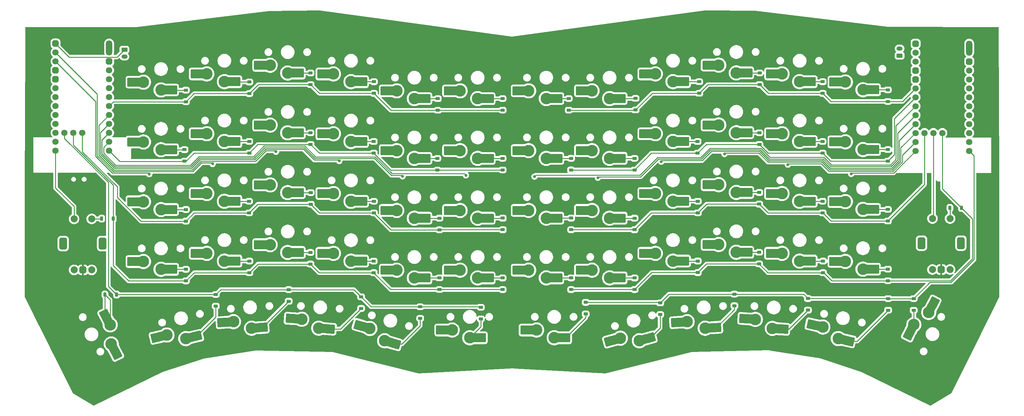
<source format=gbr>
%TF.GenerationSoftware,KiCad,Pcbnew,8.0.5*%
%TF.CreationDate,2024-10-07T12:12:51+02:00*%
%TF.ProjectId,chastity,63686173-7469-4747-992e-6b696361645f,rev?*%
%TF.SameCoordinates,Original*%
%TF.FileFunction,Copper,L2,Bot*%
%TF.FilePolarity,Positive*%
%FSLAX46Y46*%
G04 Gerber Fmt 4.6, Leading zero omitted, Abs format (unit mm)*
G04 Created by KiCad (PCBNEW 8.0.5) date 2024-10-07 12:12:51*
%MOMM*%
%LPD*%
G01*
G04 APERTURE LIST*
G04 Aperture macros list*
%AMRoundRect*
0 Rectangle with rounded corners*
0 $1 Rounding radius*
0 $2 $3 $4 $5 $6 $7 $8 $9 X,Y pos of 4 corners*
0 Add a 4 corners polygon primitive as box body*
4,1,4,$2,$3,$4,$5,$6,$7,$8,$9,$2,$3,0*
0 Add four circle primitives for the rounded corners*
1,1,$1+$1,$2,$3*
1,1,$1+$1,$4,$5*
1,1,$1+$1,$6,$7*
1,1,$1+$1,$8,$9*
0 Add four rect primitives between the rounded corners*
20,1,$1+$1,$2,$3,$4,$5,0*
20,1,$1+$1,$4,$5,$6,$7,0*
20,1,$1+$1,$6,$7,$8,$9,0*
20,1,$1+$1,$8,$9,$2,$3,0*%
%AMRotRect*
0 Rectangle, with rotation*
0 The origin of the aperture is its center*
0 $1 length*
0 $2 width*
0 $3 Rotation angle, in degrees counterclockwise*
0 Add horizontal line*
21,1,$1,$2,0,0,$3*%
G04 Aperture macros list end*
%TA.AperFunction,ComponentPad*%
%ADD10C,1.800000*%
%TD*%
%TA.AperFunction,ComponentPad*%
%ADD11RoundRect,0.450000X-0.450000X-0.450000X0.450000X-0.450000X0.450000X0.450000X-0.450000X0.450000X0*%
%TD*%
%TA.AperFunction,ComponentPad*%
%ADD12O,1.800000X4.340000*%
%TD*%
%TA.AperFunction,ComponentPad*%
%ADD13C,2.000000*%
%TD*%
%TA.AperFunction,ComponentPad*%
%ADD14RoundRect,0.500000X0.500000X-0.500000X0.500000X0.500000X-0.500000X0.500000X-0.500000X-0.500000X0*%
%TD*%
%TA.AperFunction,ComponentPad*%
%ADD15RoundRect,0.550000X0.550000X-1.150000X0.550000X1.150000X-0.550000X1.150000X-0.550000X-1.150000X0*%
%TD*%
%TA.AperFunction,ComponentPad*%
%ADD16C,3.300000*%
%TD*%
%TA.AperFunction,SMDPad,CuDef*%
%ADD17R,1.200000X2.600000*%
%TD*%
%TA.AperFunction,SMDPad,CuDef*%
%ADD18RoundRect,0.260000X1.065000X1.040000X-1.065000X1.040000X-1.065000X-1.040000X1.065000X-1.040000X0*%
%TD*%
%TA.AperFunction,SMDPad,CuDef*%
%ADD19RotRect,1.200000X2.600000X176.000000*%
%TD*%
%TA.AperFunction,SMDPad,CuDef*%
%ADD20RoundRect,0.260000X1.134952X0.963176X-0.989859X1.111757X-1.134952X-0.963176X0.989859X-1.111757X0*%
%TD*%
%TA.AperFunction,SMDPad,CuDef*%
%ADD21RotRect,1.200000X2.600000X356.000000*%
%TD*%
%TA.AperFunction,SMDPad,CuDef*%
%ADD22RoundRect,0.225000X0.375000X-0.225000X0.375000X0.225000X-0.375000X0.225000X-0.375000X-0.225000X0*%
%TD*%
%TA.AperFunction,SMDPad,CuDef*%
%ADD23RoundRect,0.225000X-0.375000X0.225000X-0.375000X-0.225000X0.375000X-0.225000X0.375000X0.225000X0*%
%TD*%
%TA.AperFunction,SMDPad,CuDef*%
%ADD24RoundRect,0.225000X0.225000X0.375000X-0.225000X0.375000X-0.225000X-0.375000X0.225000X-0.375000X0*%
%TD*%
%TA.AperFunction,SMDPad,CuDef*%
%ADD25RotRect,1.200000X2.600000X16.000000*%
%TD*%
%TA.AperFunction,SMDPad,CuDef*%
%ADD26RoundRect,0.260000X0.737081X1.293266X-1.310407X0.706158X-0.737081X-1.293266X1.310407X-0.706158X0*%
%TD*%
%TA.AperFunction,SMDPad,CuDef*%
%ADD27RotRect,1.200000X2.600000X196.000000*%
%TD*%
%TA.AperFunction,SMDPad,CuDef*%
%ADD28RotRect,1.200000X2.600000X193.000000*%
%TD*%
%TA.AperFunction,SMDPad,CuDef*%
%ADD29RoundRect,0.260000X0.803755X1.252918X-1.271653X0.773772X-0.803755X-1.252918X1.271653X-0.773772X0*%
%TD*%
%TA.AperFunction,SMDPad,CuDef*%
%ADD30RotRect,1.200000X2.600000X13.000000*%
%TD*%
%TA.AperFunction,SMDPad,CuDef*%
%ADD31RotRect,1.200000X2.600000X164.000000*%
%TD*%
%TA.AperFunction,SMDPad,CuDef*%
%ADD32RoundRect,0.260000X1.310407X0.706158X-0.737081X1.293266X-1.310407X-0.706158X0.737081X-1.293266X0*%
%TD*%
%TA.AperFunction,SMDPad,CuDef*%
%ADD33RotRect,1.200000X2.600000X344.000000*%
%TD*%
%TA.AperFunction,SMDPad,CuDef*%
%ADD34RotRect,1.200000X2.600000X347.000000*%
%TD*%
%TA.AperFunction,SMDPad,CuDef*%
%ADD35RoundRect,0.260000X1.271653X0.773772X-0.803755X1.252918X-1.271653X-0.773772X0.803755X-1.252918X0*%
%TD*%
%TA.AperFunction,SMDPad,CuDef*%
%ADD36RotRect,1.200000X2.600000X167.000000*%
%TD*%
%TA.AperFunction,SMDPad,CuDef*%
%ADD37RotRect,1.200000X2.600000X4.000000*%
%TD*%
%TA.AperFunction,SMDPad,CuDef*%
%ADD38RoundRect,0.260000X0.989859X1.111757X-1.134952X0.963176X-0.989859X-1.111757X1.134952X-0.963176X0*%
%TD*%
%TA.AperFunction,SMDPad,CuDef*%
%ADD39RotRect,1.200000X2.600000X184.000000*%
%TD*%
%TA.AperFunction,ComponentPad*%
%ADD40O,1.750000X1.200000*%
%TD*%
%TA.AperFunction,ComponentPad*%
%ADD41RoundRect,0.250000X0.625000X-0.350000X0.625000X0.350000X-0.625000X0.350000X-0.625000X-0.350000X0*%
%TD*%
%TA.AperFunction,SMDPad,CuDef*%
%ADD42RotRect,1.200000X2.600000X243.000000*%
%TD*%
%TA.AperFunction,SMDPad,CuDef*%
%ADD43RoundRect,0.260000X0.443147X-1.421072X1.410147X0.476772X-0.443147X1.421072X-1.410147X-0.476772X0*%
%TD*%
%TA.AperFunction,SMDPad,CuDef*%
%ADD44RotRect,1.200000X2.600000X63.000000*%
%TD*%
%TA.AperFunction,SMDPad,CuDef*%
%ADD45RotRect,1.200000X2.600000X117.000000*%
%TD*%
%TA.AperFunction,SMDPad,CuDef*%
%ADD46RoundRect,0.260000X-1.410147X0.476772X-0.443147X-1.421072X1.410147X-0.476772X0.443147X1.421072X0*%
%TD*%
%TA.AperFunction,SMDPad,CuDef*%
%ADD47RotRect,1.200000X2.600000X297.000000*%
%TD*%
%TA.AperFunction,ComponentPad*%
%ADD48RoundRect,0.250000X-0.625000X0.350000X-0.625000X-0.350000X0.625000X-0.350000X0.625000X0.350000X0*%
%TD*%
%TA.AperFunction,ViaPad*%
%ADD49C,0.800000*%
%TD*%
%TA.AperFunction,Conductor*%
%ADD50C,0.250000*%
%TD*%
G04 APERTURE END LIST*
D10*
%TO.P,U32,1,P0.06*%
%TO.N,col 2*%
X1659764Y123423000D03*
%TO.P,U32,2,P0.08*%
%TO.N,col 1*%
X1659764Y120883000D03*
D11*
%TO.P,U32,3,GND*%
%TO.N,unconnected-(U32-GND-Pad3)*%
X1659764Y118343000D03*
%TO.P,U32,4,GND*%
%TO.N,unconnected-(U32-GND-Pad4)*%
X1659764Y115803000D03*
D10*
%TO.P,U32,5,P0.17*%
%TO.N,unconnected-(U32-P0.17-Pad5)*%
X1659764Y113263000D03*
%TO.P,U32,6,P0.20*%
%TO.N,unconnected-(U32-P0.20-Pad6)*%
X1659764Y110723000D03*
%TO.P,U32,7,P0.22*%
%TO.N,unconnected-(U32-P0.22-Pad7)*%
X1659764Y108183000D03*
%TO.P,U32,8,P0.24*%
%TO.N,unconnected-(U32-P0.24-Pad8)*%
X1659764Y105643000D03*
%TO.P,U32,9,P1.00*%
%TO.N,unconnected-(U32-P1.00-Pad9)*%
X1659764Y103103000D03*
%TO.P,U32,10,P0.11*%
%TO.N,unconnected-(U32-P0.11-Pad10)*%
X1659764Y100563000D03*
%TO.P,U32,11,P1.04-LF*%
%TO.N,unconnected-(U32-P1.04-LF-Pad11)*%
X1659764Y98023000D03*
%TO.P,U32,12,P1.06-LF*%
%TO.N,col 0*%
X1659764Y95483000D03*
D12*
%TO.P,U32,13,BAT+*%
%TO.N,Net-(SW_POWERR32-C)*%
X16899764Y124693000D03*
D11*
%TO.P,U32,14,GND*%
%TO.N,unconnected-(U32-GND-Pad14)*%
X16899764Y120883000D03*
D10*
%TO.P,U32,15,RST*%
%TO.N,unconnected-(U32-RST-Pad15)*%
X16899764Y118343000D03*
%TO.P,U32,16,3V3*%
%TO.N,unconnected-(U32-3V3-Pad16)*%
X16899764Y115803000D03*
%TO.P,U32,17,P0.31-LF*%
%TO.N,Net-(U32-P0.31-LF)*%
X16899764Y113263000D03*
%TO.P,U32,18,P0.29-LF*%
%TO.N,Net-(U32-P0.29-LF)*%
X16899764Y110723000D03*
%TO.P,U32,19,P0.02-LF*%
%TO.N,row 0*%
X16899764Y108183000D03*
%TO.P,U32,20,P1.15-LF*%
%TO.N,col 3*%
X16899764Y105643000D03*
%TO.P,U32,21,P1.13-LF*%
%TO.N,col 4*%
X16899764Y103103000D03*
%TO.P,U32,22,P1.11-LF*%
%TO.N,col 5*%
X16899764Y100563000D03*
%TO.P,U32,23,P0-10-LF*%
%TO.N,col 6*%
X16899764Y98023000D03*
%TO.P,U32,24,P0.09-LF*%
%TO.N,row 1*%
X16899764Y95483000D03*
%TO.P,U32,25,P1.01-LF*%
%TO.N,row 4*%
X4199764Y100563000D03*
%TO.P,U32,26,P1.02-LF*%
%TO.N,row 3*%
X6739764Y100563000D03*
%TO.P,U32,27,P1-07-LF*%
%TO.N,row 2*%
X9279764Y100563000D03*
D11*
%TO.P,U32,28,GND*%
%TO.N,Net-(J32-Pin_1)*%
X1659764Y125963000D03*
D10*
%TO.P,U32,29,BAT+*%
%TO.N,unconnected-(U32-BAT+-Pad29)*%
X16899764Y125963000D03*
%TD*%
%TO.P,U31,29,BAT+*%
%TO.N,unconnected-(U31-BAT+-Pad29)*%
X261316815Y125912555D03*
D11*
%TO.P,U31,28,GND*%
%TO.N,Net-(J31-Pin_1)*%
X246076815Y125912555D03*
D10*
%TO.P,U31,27,P1-07-LF*%
%TO.N,Net-(D19-K)*%
X253696815Y100512555D03*
%TO.P,U31,26,P1.02-LF*%
%TO.N,Net-(U31-P1.02-LF)*%
X251156815Y100512555D03*
%TO.P,U31,25,P1.01-LF*%
%TO.N,Net-(D13-K)*%
X248616815Y100512555D03*
%TO.P,U31,24,P0.09-LF*%
%TO.N,Net-(D25-K)*%
X261316815Y95432555D03*
%TO.P,U31,23,P0-10-LF*%
%TO.N,unconnected-(U31-P0-10-LF-Pad23)*%
X261316815Y97972555D03*
%TO.P,U31,22,P1.11-LF*%
%TO.N,unconnected-(U31-P1.11-LF-Pad22)*%
X261316815Y100512555D03*
%TO.P,U31,21,P1.13-LF*%
%TO.N,unconnected-(U31-P1.13-LF-Pad21)*%
X261316815Y103052555D03*
%TO.P,U31,20,P1.15-LF*%
%TO.N,unconnected-(U31-P1.15-LF-Pad20)*%
X261316815Y105592555D03*
%TO.P,U31,19,P0.02-LF*%
%TO.N,unconnected-(U31-P0.02-LF-Pad19)*%
X261316815Y108132555D03*
%TO.P,U31,18,P0.29-LF*%
%TO.N,Net-(U31-P0.29-LF)*%
X261316815Y110672555D03*
%TO.P,U31,17,P0.31-LF*%
%TO.N,Net-(U31-P0.31-LF)*%
X261316815Y113212555D03*
%TO.P,U31,16,3V3*%
%TO.N,unconnected-(U31-3V3-Pad16)*%
X261316815Y115752555D03*
%TO.P,U31,15,RST*%
%TO.N,unconnected-(U31-RST-Pad15)*%
X261316815Y118292555D03*
D11*
%TO.P,U31,14,GND*%
%TO.N,unconnected-(U31-GND-Pad14)*%
X261316815Y120832555D03*
D12*
%TO.P,U31,13,BAT+*%
%TO.N,Net-(SW_POWERR31-C)*%
X261316815Y124642555D03*
D10*
%TO.P,U31,12,P1.06-LF*%
%TO.N,Net-(U31-P1.06-LF)*%
X246076815Y95432555D03*
%TO.P,U31,11,P1.04-LF*%
%TO.N,Net-(U31-P1.04-LF)*%
X246076815Y97972555D03*
%TO.P,U31,10,P0.11*%
%TO.N,Net-(U31-P0.11)*%
X246076815Y100512555D03*
%TO.P,U31,9,P1.00*%
%TO.N,Net-(U31-P1.00)*%
X246076815Y103052555D03*
%TO.P,U31,8,P0.24*%
%TO.N,Net-(U31-P0.24)*%
X246076815Y105592555D03*
%TO.P,U31,7,P0.22*%
%TO.N,Net-(U31-P0.22)*%
X246076815Y108132555D03*
%TO.P,U31,6,P0.20*%
%TO.N,Net-(D10-K)*%
X246076815Y110672555D03*
%TO.P,U31,5,P0.17*%
%TO.N,Net-(D1-K)*%
X246076815Y113212555D03*
D11*
%TO.P,U31,4,GND*%
%TO.N,unconnected-(U31-GND-Pad4)*%
X246076815Y115752555D03*
%TO.P,U31,3,GND*%
%TO.N,unconnected-(U31-GND-Pad3)*%
X246076815Y118292555D03*
D10*
%TO.P,U31,2,P0.08*%
%TO.N,unconnected-(U31-P0.08-Pad2)*%
X246076815Y120832555D03*
%TO.P,U31,1,P0.06*%
%TO.N,unconnected-(U31-P0.06-Pad1)*%
X246076815Y123372555D03*
%TD*%
D13*
%TO.P,SW2,A,A*%
%TO.N,Net-(U32-P0.31-LF)*%
X6939764Y61583000D03*
%TO.P,SW2,B,B*%
%TO.N,Net-(U32-P0.29-LF)*%
X11939764Y61583000D03*
D14*
%TO.P,SW2,C,C*%
%TO.N,GND*%
X9439764Y61583000D03*
D15*
%TO.P,SW2,MP*%
%TO.N,N/C*%
X3839764Y69083000D03*
X15039764Y69083000D03*
D13*
%TO.P,SW2,S1,S1*%
%TO.N,Net-(D62-A)*%
X11939764Y76083000D03*
%TO.P,SW2,S2,S2*%
%TO.N,col 0*%
X6939764Y76083000D03*
%TD*%
%TO.P,SW1,S2,S2*%
%TO.N,Net-(U31-P1.02-LF)*%
X250866815Y76192555D03*
%TO.P,SW1,S1,S1*%
%TO.N,Net-(D61-A)*%
X255866815Y76192555D03*
D15*
%TO.P,SW1,MP*%
%TO.N,N/C*%
X258966815Y69192555D03*
X247766815Y69192555D03*
D14*
%TO.P,SW1,C,C*%
%TO.N,GND*%
X253366815Y61692555D03*
D13*
%TO.P,SW1,B,B*%
%TO.N,Net-(U31-P0.29-LF)*%
X255866815Y61692555D03*
%TO.P,SW1,A,A*%
%TO.N,Net-(U31-P0.31-LF)*%
X250866815Y61692555D03*
%TD*%
D16*
%TO.P,MX35,1,1*%
%TO.N,col 5*%
X98634764Y112493000D03*
D17*
X97084764Y112493000D03*
D18*
X95389764Y112493000D03*
%TO.P,MX35,2,2*%
%TO.N,Net-(D35-A)*%
X106879764Y110293000D03*
D17*
X105184764Y110293000D03*
D16*
X103634764Y110293000D03*
%TD*%
%TO.P,MX19,2,2*%
%TO.N,Net-(D19-A)*%
X141126815Y59302555D03*
D17*
X142676815Y59302555D03*
D18*
X144371815Y59302555D03*
%TO.P,MX19,1,1*%
%TO.N,Net-(U31-P0.22)*%
X132881815Y61502555D03*
D17*
X134576815Y61502555D03*
D16*
X136126815Y61502555D03*
%TD*%
%TO.P,MX58,1,1*%
%TO.N,col 4*%
X71638309Y47552784D03*
D19*
X70092089Y47660906D03*
D20*
X68401218Y47779143D03*
%TO.P,MX58,2,2*%
%TO.N,Net-(D58-A)*%
X79709764Y44783000D03*
D21*
X78018893Y44901237D03*
D16*
X76472669Y45009360D03*
%TD*%
%TO.P,MX4,2,2*%
%TO.N,Net-(D4-A)*%
X195126815Y117602555D03*
D17*
X196676815Y117602555D03*
D18*
X198371815Y117602555D03*
%TO.P,MX4,1,1*%
%TO.N,Net-(U31-P0.11)*%
X186881815Y119802555D03*
D17*
X188576815Y119802555D03*
D16*
X190126815Y119802555D03*
%TD*%
%TO.P,MX40,1,1*%
%TO.N,col 4*%
X80639764Y100293000D03*
D17*
X79089764Y100293000D03*
D18*
X77394764Y100293000D03*
%TO.P,MX40,2,2*%
%TO.N,Net-(D40-A)*%
X88884764Y98093000D03*
D17*
X87189764Y98093000D03*
D16*
X85639764Y98093000D03*
%TD*%
%TO.P,MX11,2,2*%
%TO.N,Net-(D11-A)*%
X213126815Y98102555D03*
D17*
X214676815Y98102555D03*
D18*
X216371815Y98102555D03*
%TO.P,MX11,1,1*%
%TO.N,Net-(U31-P1.04-LF)*%
X204881815Y100302555D03*
D17*
X206576815Y100302555D03*
D16*
X208126815Y100302555D03*
%TD*%
%TO.P,MX10,2,2*%
%TO.N,Net-(D10-A)*%
X195126815Y100602555D03*
D17*
X196676815Y100602555D03*
D18*
X198371815Y100602555D03*
%TO.P,MX10,1,1*%
%TO.N,Net-(U31-P0.11)*%
X186881815Y102802555D03*
D17*
X188576815Y102802555D03*
D16*
X190126815Y102802555D03*
%TD*%
%TO.P,MX15,2,2*%
%TO.N,Net-(D15-A)*%
X177126815Y81102555D03*
D17*
X178676815Y81102555D03*
D18*
X180371815Y81102555D03*
%TO.P,MX15,1,1*%
%TO.N,Net-(U31-P1.00)*%
X168881815Y83302555D03*
D17*
X170576815Y83302555D03*
D16*
X172126815Y83302555D03*
%TD*%
%TO.P,MX60,1,1*%
%TO.N,col 6*%
X114389764Y44483000D03*
D17*
X112839764Y44483000D03*
D18*
X111144764Y44483000D03*
%TO.P,MX60,2,2*%
%TO.N,Net-(D60-A)*%
X122634764Y42283000D03*
D17*
X120939764Y42283000D03*
D16*
X119389764Y42283000D03*
%TD*%
D22*
%TO.P,D42,1,K*%
%TO.N,row 1*%
X128706201Y89997012D03*
%TO.P,D42,2,A*%
%TO.N,Net-(D42-A)*%
X128706201Y93297012D03*
%TD*%
%TO.P,D4,2,A*%
%TO.N,Net-(D4-A)*%
X201746815Y117582555D03*
%TO.P,D4,1,K*%
%TO.N,Net-(D1-K)*%
X201746815Y114282555D03*
%TD*%
%TO.P,D45,1,K*%
%TO.N,row 2*%
X74169764Y80253000D03*
%TO.P,D45,2,A*%
%TO.N,Net-(D45-A)*%
X74169764Y83553000D03*
%TD*%
%TO.P,D12,2,A*%
%TO.N,Net-(D12-A)*%
X238216815Y95812555D03*
%TO.P,D12,1,K*%
%TO.N,Net-(D10-K)*%
X238216815Y92512555D03*
%TD*%
%TO.P,D44,1,K*%
%TO.N,row 2*%
X56679764Y77793000D03*
%TO.P,D44,2,A*%
%TO.N,Net-(D44-A)*%
X56679764Y81093000D03*
%TD*%
%TO.P,D17,2,A*%
%TO.N,Net-(D17-A)*%
X219646815Y81105055D03*
%TO.P,D17,1,K*%
%TO.N,Net-(D13-K)*%
X219646815Y77805055D03*
%TD*%
D16*
%TO.P,MX54,1,1*%
%TO.N,col 6*%
X116634764Y61493000D03*
D17*
X115084764Y61493000D03*
D18*
X113389764Y61493000D03*
%TO.P,MX54,2,2*%
%TO.N,Net-(D54-A)*%
X124879764Y59293000D03*
D17*
X123184764Y59293000D03*
D16*
X121634764Y59293000D03*
%TD*%
%TO.P,MX33,1,1*%
%TO.N,col 3*%
X62652114Y119754250D03*
D17*
X61102114Y119754250D03*
D18*
X59407114Y119754250D03*
%TO.P,MX33,2,2*%
%TO.N,Net-(D33-A)*%
X70897114Y117554250D03*
D17*
X69202114Y117554250D03*
D16*
X67652114Y117554250D03*
%TD*%
%TO.P,MX14,2,2*%
%TO.N,Net-(D14-A)*%
X159126815Y76302555D03*
D17*
X160676815Y76302555D03*
D18*
X162371815Y76302555D03*
%TO.P,MX14,1,1*%
%TO.N,Net-(U31-P0.24)*%
X150881815Y78502555D03*
D17*
X152576815Y78502555D03*
D16*
X154126815Y78502555D03*
%TD*%
%TO.P,MX41,1,1*%
%TO.N,col 5*%
X98634764Y95493000D03*
D17*
X97084764Y95493000D03*
D18*
X95389764Y95493000D03*
%TO.P,MX41,2,2*%
%TO.N,Net-(D41-A)*%
X106879764Y93293000D03*
D17*
X105184764Y93293000D03*
D16*
X103634764Y93293000D03*
%TD*%
%TO.P,MX9,2,2*%
%TO.N,Net-(D9-A)*%
X177126815Y98102555D03*
D17*
X178676815Y98102555D03*
D18*
X180371815Y98102555D03*
%TO.P,MX9,1,1*%
%TO.N,Net-(U31-P1.00)*%
X168881815Y100302555D03*
D17*
X170576815Y100302555D03*
D16*
X172126815Y100302555D03*
%TD*%
D22*
%TO.P,D52,1,K*%
%TO.N,row 3*%
X92089764Y60793000D03*
%TO.P,D52,2,A*%
%TO.N,Net-(D52-A)*%
X92089764Y64093000D03*
%TD*%
D16*
%TO.P,MX32,1,1*%
%TO.N,col 2*%
X44652114Y117304250D03*
D17*
X43102114Y117304250D03*
D18*
X41407114Y117304250D03*
%TO.P,MX32,2,2*%
%TO.N,Net-(D32-A)*%
X52897114Y115104250D03*
D17*
X51202114Y115104250D03*
D16*
X49652114Y115104250D03*
%TD*%
D22*
%TO.P,D19,2,A*%
%TO.N,Net-(D19-A)*%
X148176815Y59302555D03*
%TO.P,D19,1,K*%
%TO.N,Net-(D19-K)*%
X148176815Y56002555D03*
%TD*%
%TO.P,D24,2,A*%
%TO.N,Net-(D24-A)*%
X238206815Y61802555D03*
%TO.P,D24,1,K*%
%TO.N,Net-(D19-K)*%
X238206815Y58502555D03*
%TD*%
%TO.P,D22,2,A*%
%TO.N,Net-(D22-A)*%
X201586815Y66602555D03*
%TO.P,D22,1,K*%
%TO.N,Net-(D19-K)*%
X201586815Y63302555D03*
%TD*%
D16*
%TO.P,MX16,2,2*%
%TO.N,Net-(D16-A)*%
X195126815Y83602555D03*
D17*
X196676815Y83602555D03*
D18*
X198371815Y83602555D03*
%TO.P,MX16,1,1*%
%TO.N,Net-(U31-P0.11)*%
X186881815Y85802555D03*
D17*
X188576815Y85802555D03*
D16*
X190126815Y85802555D03*
%TD*%
D23*
%TO.P,D30,2,A*%
%TO.N,Net-(D30-A)*%
X245526815Y50122555D03*
%TO.P,D30,1,K*%
%TO.N,Net-(D25-K)*%
X245526815Y53422555D03*
%TD*%
%TO.P,D57,1,K*%
%TO.N,row 4*%
X67909764Y55983000D03*
%TO.P,D57,2,A*%
%TO.N,Net-(D57-A)*%
X67909764Y52683000D03*
%TD*%
D22*
%TO.P,D43,1,K*%
%TO.N,row 2*%
X38706485Y75455045D03*
%TO.P,D43,2,A*%
%TO.N,Net-(D43-A)*%
X38706485Y78755045D03*
%TD*%
D16*
%TO.P,MX31,1,1*%
%TO.N,col 1*%
X26652114Y114954250D03*
D17*
X25102114Y114954250D03*
D18*
X23407114Y114954250D03*
%TO.P,MX31,2,2*%
%TO.N,Net-(D31-A)*%
X34897114Y112754250D03*
D17*
X33202114Y112754250D03*
D16*
X31652114Y112754250D03*
%TD*%
D23*
%TO.P,D59,1,K*%
%TO.N,row 4*%
X105300764Y51113000D03*
%TO.P,D59,2,A*%
%TO.N,Net-(D59-A)*%
X105300764Y47813000D03*
%TD*%
D24*
%TO.P,D61,2,A*%
%TO.N,Net-(D61-A)*%
X255836815Y79202555D03*
%TO.P,D61,1,K*%
%TO.N,Net-(D19-K)*%
X259136815Y79202555D03*
%TD*%
D16*
%TO.P,MX26,2,2*%
%TO.N,Net-(D26-A)*%
X167579918Y41437043D03*
D25*
X169069874Y41864281D03*
D26*
X170699212Y42331486D03*
%TO.P,MX26,1,1*%
%TO.N,Net-(U31-P0.24)*%
X159047913Y41279189D03*
D27*
X160677252Y41746394D03*
D16*
X162167208Y42173632D03*
%TD*%
D22*
%TO.P,D16,2,A*%
%TO.N,Net-(D16-A)*%
X201656815Y83602555D03*
%TO.P,D16,1,K*%
%TO.N,Net-(D13-K)*%
X201656815Y80302555D03*
%TD*%
D16*
%TO.P,MX2,2,2*%
%TO.N,Net-(D2-A)*%
X159126815Y110302555D03*
D17*
X160676815Y110302555D03*
D18*
X162371815Y110302555D03*
%TO.P,MX2,1,1*%
%TO.N,Net-(U31-P0.24)*%
X150881815Y112502555D03*
D17*
X152576815Y112502555D03*
D16*
X154126815Y112502555D03*
%TD*%
D23*
%TO.P,D26,2,A*%
%TO.N,Net-(D26-A)*%
X173496815Y48912555D03*
%TO.P,D26,1,K*%
%TO.N,Net-(D25-K)*%
X173496815Y52212555D03*
%TD*%
D16*
%TO.P,MX21,2,2*%
%TO.N,Net-(D21-A)*%
X177126815Y64102555D03*
D17*
X178676815Y64102555D03*
D18*
X180371815Y64102555D03*
%TO.P,MX21,1,1*%
%TO.N,Net-(U31-P1.00)*%
X168881815Y66302555D03*
D17*
X170576815Y66302555D03*
D16*
X172126815Y66302555D03*
%TD*%
%TO.P,MX3,2,2*%
%TO.N,Net-(D3-A)*%
X177126815Y115102555D03*
D17*
X178676815Y115102555D03*
D18*
X180371815Y115102555D03*
%TO.P,MX3,1,1*%
%TO.N,Net-(U31-P1.00)*%
X168881815Y117302555D03*
D17*
X170576815Y117302555D03*
D16*
X172126815Y117302555D03*
%TD*%
%TO.P,MX56,1,1*%
%TO.N,col 2*%
X33312446Y43067126D03*
D28*
X31802172Y42718452D03*
D29*
X30150614Y42337160D03*
%TO.P,MX56,2,2*%
%TO.N,Net-(D56-A)*%
X41841019Y42778233D03*
D30*
X40189461Y42396941D03*
D16*
X38679188Y42048267D03*
%TD*%
%TO.P,MX13,2,2*%
%TO.N,Net-(D13-A)*%
X141126815Y76302555D03*
D17*
X142676815Y76302555D03*
D18*
X144371815Y76302555D03*
%TO.P,MX13,1,1*%
%TO.N,Net-(U31-P0.22)*%
X132881815Y78502555D03*
D17*
X134576815Y78502555D03*
D16*
X136126815Y78502555D03*
%TD*%
%TO.P,MX12,2,2*%
%TO.N,Net-(D12-A)*%
X231126815Y95802555D03*
D17*
X232676815Y95802555D03*
D18*
X234371815Y95802555D03*
%TO.P,MX12,1,1*%
%TO.N,Net-(U31-P1.06-LF)*%
X222881815Y98002555D03*
D17*
X224576815Y98002555D03*
D16*
X226126815Y98002555D03*
%TD*%
D22*
%TO.P,D32,1,K*%
%TO.N,row 0*%
X56729764Y111713000D03*
%TO.P,D32,2,A*%
%TO.N,Net-(D32-A)*%
X56729764Y115013000D03*
%TD*%
D16*
%TO.P,MX1,2,2*%
%TO.N,Net-(D1-A)*%
X141126815Y110302555D03*
D17*
X142676815Y110302555D03*
D18*
X144371815Y110302555D03*
%TO.P,MX1,1,1*%
%TO.N,Net-(U31-P0.22)*%
X132881815Y112502555D03*
D17*
X134576815Y112502555D03*
D16*
X136126815Y112502555D03*
%TD*%
D23*
%TO.P,D60,1,K*%
%TO.N,row 4*%
X122539764Y50953000D03*
%TO.P,D60,2,A*%
%TO.N,Net-(D60-A)*%
X122539764Y47653000D03*
%TD*%
%TO.P,D27,2,A*%
%TO.N,Net-(D27-A)*%
X194606815Y51402555D03*
%TO.P,D27,1,K*%
%TO.N,Net-(D25-K)*%
X194606815Y54702555D03*
%TD*%
D22*
%TO.P,D47,1,K*%
%TO.N,row 2*%
X110739764Y72993000D03*
%TO.P,D47,2,A*%
%TO.N,Net-(D47-A)*%
X110739764Y76293000D03*
%TD*%
D16*
%TO.P,MX44,1,1*%
%TO.N,col 2*%
X44652114Y83304250D03*
D17*
X43102114Y83304250D03*
D18*
X41407114Y83304250D03*
%TO.P,MX44,2,2*%
%TO.N,Net-(D44-A)*%
X52897114Y81104250D03*
D17*
X51202114Y81104250D03*
D16*
X49652114Y81104250D03*
%TD*%
D22*
%TO.P,D21,2,A*%
%TO.N,Net-(D21-A)*%
X184176815Y64112555D03*
%TO.P,D21,1,K*%
%TO.N,Net-(D19-K)*%
X184176815Y60812555D03*
%TD*%
D23*
%TO.P,D29,2,A*%
%TO.N,Net-(D29-A)*%
X238266815Y50122555D03*
%TO.P,D29,1,K*%
%TO.N,Net-(D25-K)*%
X238266815Y53422555D03*
%TD*%
D16*
%TO.P,MX18,2,2*%
%TO.N,Net-(D18-A)*%
X231126815Y78802555D03*
D17*
X232676815Y78802555D03*
D18*
X234371815Y78802555D03*
%TO.P,MX18,1,1*%
%TO.N,Net-(U31-P1.06-LF)*%
X222881815Y81002555D03*
D17*
X224576815Y81002555D03*
D16*
X226126815Y81002555D03*
%TD*%
%TO.P,MX20,2,2*%
%TO.N,Net-(D20-A)*%
X159126815Y59302555D03*
D17*
X160676815Y59302555D03*
D18*
X162371815Y59302555D03*
%TO.P,MX20,1,1*%
%TO.N,Net-(U31-P0.24)*%
X150881815Y61502555D03*
D17*
X152576815Y61502555D03*
D16*
X154126815Y61502555D03*
%TD*%
D24*
%TO.P,D55,1,K*%
%TO.N,row 4*%
X19019764Y54563000D03*
%TO.P,D55,2,A*%
%TO.N,Net-(D55-A)*%
X15719764Y54563000D03*
%TD*%
D22*
%TO.P,D48,1,K*%
%TO.N,row 2*%
X128759764Y73005500D03*
%TO.P,D48,2,A*%
%TO.N,Net-(D48-A)*%
X128759764Y76305500D03*
%TD*%
%TO.P,D20,2,A*%
%TO.N,Net-(D20-A)*%
X166202457Y59299816D03*
%TO.P,D20,1,K*%
%TO.N,Net-(D19-K)*%
X166202457Y55999816D03*
%TD*%
%TO.P,D49,1,K*%
%TO.N,row 3*%
X38719764Y58453000D03*
%TO.P,D49,2,A*%
%TO.N,Net-(D49-A)*%
X38719764Y61753000D03*
%TD*%
%TO.P,D38,1,K*%
%TO.N,row 1*%
X56709764Y94813000D03*
%TO.P,D38,2,A*%
%TO.N,Net-(D38-A)*%
X56709764Y98113000D03*
%TD*%
D16*
%TO.P,MX53,1,1*%
%TO.N,col 5*%
X98634764Y61493000D03*
D17*
X97084764Y61493000D03*
D18*
X95389764Y61493000D03*
%TO.P,MX53,2,2*%
%TO.N,Net-(D53-A)*%
X106879764Y59293000D03*
D17*
X105184764Y59293000D03*
D16*
X103634764Y59293000D03*
%TD*%
%TO.P,MX47,1,1*%
%TO.N,col 5*%
X98634764Y78493000D03*
D17*
X97084764Y78493000D03*
D18*
X95389764Y78493000D03*
%TO.P,MX47,2,2*%
%TO.N,Net-(D47-A)*%
X106879764Y76293000D03*
D17*
X105184764Y76293000D03*
D16*
X103634764Y76293000D03*
%TD*%
%TO.P,MX59,1,1*%
%TO.N,col 5*%
X90989815Y44926454D03*
D31*
X89499860Y45353693D03*
D32*
X87870521Y45820899D03*
%TO.P,MX59,2,2*%
%TO.N,Net-(D59-A)*%
X98309016Y40539050D03*
D33*
X96679677Y41006255D03*
D16*
X95189722Y41433493D03*
%TD*%
D22*
%TO.P,D7,2,A*%
%TO.N,Net-(D7-A)*%
X148156815Y93305055D03*
%TO.P,D7,1,K*%
%TO.N,Net-(D10-K)*%
X148156815Y90005055D03*
%TD*%
D23*
%TO.P,D56,1,K*%
%TO.N,row 4*%
X47209764Y54595500D03*
%TO.P,D56,2,A*%
%TO.N,Net-(D56-A)*%
X47209764Y51295500D03*
%TD*%
D22*
%TO.P,D23,2,A*%
%TO.N,Net-(D23-A)*%
X219766815Y64095055D03*
%TO.P,D23,1,K*%
%TO.N,Net-(D19-K)*%
X219766815Y60795055D03*
%TD*%
D16*
%TO.P,MX34,1,1*%
%TO.N,col 4*%
X80639764Y117293000D03*
D17*
X79089764Y117293000D03*
D18*
X77394764Y117293000D03*
%TO.P,MX34,2,2*%
%TO.N,Net-(D34-A)*%
X88884764Y115093000D03*
D17*
X87189764Y115093000D03*
D16*
X85639764Y115093000D03*
%TD*%
%TO.P,MX36,1,1*%
%TO.N,col 6*%
X116634764Y112493000D03*
D17*
X115084764Y112493000D03*
D18*
X113389764Y112493000D03*
%TO.P,MX36,2,2*%
%TO.N,Net-(D36-A)*%
X124879764Y110293000D03*
D17*
X123184764Y110293000D03*
D16*
X121634764Y110293000D03*
%TD*%
D22*
%TO.P,D3,2,A*%
%TO.N,Net-(D3-A)*%
X184566815Y115102555D03*
%TO.P,D3,1,K*%
%TO.N,Net-(D1-K)*%
X184566815Y111802555D03*
%TD*%
D16*
%TO.P,MX25,2,2*%
%TO.N,Net-(D25-A)*%
X143380058Y42288079D03*
D17*
X144930058Y42288079D03*
D18*
X146625058Y42288079D03*
%TO.P,MX25,1,1*%
%TO.N,Net-(U31-P0.22)*%
X135135058Y44488079D03*
D17*
X136830058Y44488079D03*
D16*
X138380058Y44488079D03*
%TD*%
%TO.P,MX8,2,2*%
%TO.N,Net-(D8-A)*%
X159126815Y93302555D03*
D17*
X160676815Y93302555D03*
D18*
X162371815Y93302555D03*
%TO.P,MX8,1,1*%
%TO.N,Net-(U31-P0.24)*%
X150881815Y95502555D03*
D17*
X152576815Y95502555D03*
D16*
X154126815Y95502555D03*
%TD*%
D22*
%TO.P,D41,1,K*%
%TO.N,row 1*%
X110179147Y89979410D03*
%TO.P,D41,2,A*%
%TO.N,Net-(D41-A)*%
X110179147Y93279410D03*
%TD*%
%TO.P,D9,2,A*%
%TO.N,Net-(D9-A)*%
X184116815Y98092555D03*
%TO.P,D9,1,K*%
%TO.N,Net-(D10-K)*%
X184116815Y94792555D03*
%TD*%
D16*
%TO.P,MX29,2,2*%
%TO.N,Net-(D29-A)*%
X224103773Y42064186D03*
D34*
X225614047Y41715513D03*
D35*
X227265603Y41334220D03*
%TO.P,MX29,1,1*%
%TO.N,Net-(U31-P1.04-LF)*%
X216564984Y46062521D03*
D36*
X218216541Y45681229D03*
D16*
X219726815Y45332555D03*
%TD*%
%TO.P,MX42,1,1*%
%TO.N,col 6*%
X116634764Y95493000D03*
D17*
X115084764Y95493000D03*
D18*
X113389764Y95493000D03*
%TO.P,MX42,2,2*%
%TO.N,Net-(D42-A)*%
X124879764Y93293000D03*
D17*
X123184764Y93293000D03*
D16*
X121634764Y93293000D03*
%TD*%
%TO.P,MX27,2,2*%
%TO.N,Net-(D27-A)*%
X186285264Y45003388D03*
D37*
X187831488Y45111511D03*
D38*
X189522359Y45229748D03*
%TO.P,MX27,1,1*%
%TO.N,Net-(U31-P1.00)*%
X177906884Y46622887D03*
D39*
X179597755Y46741124D03*
D16*
X181143980Y46849246D03*
%TD*%
%TO.P,MX7,2,2*%
%TO.N,Net-(D7-A)*%
X141126815Y93302555D03*
D17*
X142676815Y93302555D03*
D18*
X144371815Y93302555D03*
%TO.P,MX7,1,1*%
%TO.N,Net-(U31-P0.22)*%
X132881815Y95502555D03*
D17*
X134576815Y95502555D03*
D16*
X136126815Y95502555D03*
%TD*%
%TO.P,MX45,1,1*%
%TO.N,col 3*%
X62652114Y85754250D03*
D17*
X61102114Y85754250D03*
D18*
X59407114Y85754250D03*
%TO.P,MX45,2,2*%
%TO.N,Net-(D45-A)*%
X70897114Y83554250D03*
D17*
X69202114Y83554250D03*
D16*
X67652114Y83554250D03*
%TD*%
D22*
%TO.P,D8,2,A*%
%TO.N,Net-(D8-A)*%
X166196815Y93292555D03*
%TO.P,D8,1,K*%
%TO.N,Net-(D10-K)*%
X166196815Y89992555D03*
%TD*%
D16*
%TO.P,MX23,2,2*%
%TO.N,Net-(D23-A)*%
X213126815Y64102555D03*
D17*
X214676815Y64102555D03*
D18*
X216371815Y64102555D03*
%TO.P,MX23,1,1*%
%TO.N,Net-(U31-P1.04-LF)*%
X204881815Y66302555D03*
D17*
X206576815Y66302555D03*
D16*
X208126815Y66302555D03*
%TD*%
D22*
%TO.P,D33,1,K*%
%TO.N,row 0*%
X74149764Y114275500D03*
%TO.P,D33,2,A*%
%TO.N,Net-(D33-A)*%
X74149764Y117575500D03*
%TD*%
D16*
%TO.P,MX37,1,1*%
%TO.N,col 1*%
X26652114Y97954250D03*
D17*
X25102114Y97954250D03*
D18*
X23407114Y97954250D03*
%TO.P,MX37,2,2*%
%TO.N,Net-(D37-A)*%
X34897114Y95754250D03*
D17*
X33202114Y95754250D03*
D16*
X31652114Y95754250D03*
%TD*%
%TO.P,MX49,1,1*%
%TO.N,col 1*%
X26652114Y63954250D03*
D17*
X25102114Y63954250D03*
D18*
X23407114Y63954250D03*
%TO.P,MX49,2,2*%
%TO.N,Net-(D49-A)*%
X34897114Y61754250D03*
D17*
X33202114Y61754250D03*
D16*
X31652114Y61754250D03*
%TD*%
%TO.P,MX28,2,2*%
%TO.N,Net-(D28-A)*%
X205365162Y44970710D03*
D21*
X206911386Y44862587D03*
D20*
X208602258Y44744350D03*
%TO.P,MX28,1,1*%
%TO.N,Net-(U31-P0.11)*%
X197293711Y47740493D03*
D19*
X198984582Y47622256D03*
D16*
X200530805Y47514133D03*
%TD*%
D23*
%TO.P,D28,2,A*%
%TO.N,Net-(D28-A)*%
X215466815Y50152555D03*
%TO.P,D28,1,K*%
%TO.N,Net-(D25-K)*%
X215466815Y53452555D03*
%TD*%
D16*
%TO.P,MX22,2,2*%
%TO.N,Net-(D22-A)*%
X195126815Y66602555D03*
D17*
X196676815Y66602555D03*
D18*
X198371815Y66602555D03*
%TO.P,MX22,1,1*%
%TO.N,Net-(U31-P0.11)*%
X186881815Y68802555D03*
D17*
X188576815Y68802555D03*
D16*
X190126815Y68802555D03*
%TD*%
D23*
%TO.P,D25,2,A*%
%TO.N,Net-(D25-A)*%
X152340058Y49048079D03*
%TO.P,D25,1,K*%
%TO.N,Net-(D25-K)*%
X152340058Y52348079D03*
%TD*%
D22*
%TO.P,D14,2,A*%
%TO.N,Net-(D14-A)*%
X166186815Y76305055D03*
%TO.P,D14,1,K*%
%TO.N,Net-(D13-K)*%
X166186815Y73005055D03*
%TD*%
D40*
%TO.P,J31,2,Pin_2*%
%TO.N,Net-(J31-Pin_2)*%
X241536815Y124512555D03*
D41*
%TO.P,J31,1,Pin_1*%
%TO.N,Net-(J31-Pin_1)*%
X241536815Y122512555D03*
%TD*%
D22*
%TO.P,D1,2,A*%
%TO.N,Net-(D1-A)*%
X147496815Y110305055D03*
%TO.P,D1,1,K*%
%TO.N,Net-(D1-K)*%
X147496815Y107005055D03*
%TD*%
D16*
%TO.P,MX43,1,1*%
%TO.N,col 1*%
X26652114Y80954250D03*
D17*
X25102114Y80954250D03*
D18*
X23407114Y80954250D03*
%TO.P,MX43,2,2*%
%TO.N,Net-(D43-A)*%
X34897114Y78754250D03*
D17*
X33202114Y78754250D03*
D16*
X31652114Y78754250D03*
%TD*%
%TO.P,MX38,1,1*%
%TO.N,col 2*%
X44652114Y100304250D03*
D17*
X43102114Y100304250D03*
D18*
X41407114Y100304250D03*
%TO.P,MX38,2,2*%
%TO.N,Net-(D38-A)*%
X52897114Y98104250D03*
D17*
X51202114Y98104250D03*
D16*
X49652114Y98104250D03*
%TD*%
D22*
%TO.P,D5,2,A*%
%TO.N,Net-(D5-A)*%
X219685566Y115096023D03*
%TO.P,D5,1,K*%
%TO.N,Net-(D1-K)*%
X219685566Y111796023D03*
%TD*%
%TO.P,D51,1,K*%
%TO.N,row 3*%
X74099764Y63253000D03*
%TO.P,D51,2,A*%
%TO.N,Net-(D51-A)*%
X74099764Y66553000D03*
%TD*%
%TO.P,D2,2,A*%
%TO.N,Net-(D2-A)*%
X166496815Y110362555D03*
%TO.P,D2,1,K*%
%TO.N,Net-(D1-K)*%
X166496815Y107062555D03*
%TD*%
D16*
%TO.P,MX48,1,1*%
%TO.N,col 6*%
X116634764Y78493000D03*
D17*
X115084764Y78493000D03*
D18*
X113389764Y78493000D03*
%TO.P,MX48,2,2*%
%TO.N,Net-(D48-A)*%
X124879764Y76293000D03*
D17*
X123184764Y76293000D03*
D16*
X121634764Y76293000D03*
%TD*%
%TO.P,MX17,2,2*%
%TO.N,Net-(D17-A)*%
X213126815Y81102555D03*
D17*
X214676815Y81102555D03*
D18*
X216371815Y81102555D03*
%TO.P,MX17,1,1*%
%TO.N,Net-(U31-P1.04-LF)*%
X204881815Y83302555D03*
D17*
X206576815Y83302555D03*
D16*
X208126815Y83302555D03*
%TD*%
%TO.P,MX39,1,1*%
%TO.N,col 3*%
X62652114Y102754250D03*
D17*
X61102114Y102754250D03*
D18*
X59407114Y102754250D03*
%TO.P,MX39,2,2*%
%TO.N,Net-(D39-A)*%
X70897114Y100554250D03*
D17*
X69202114Y100554250D03*
D16*
X67652114Y100554250D03*
%TD*%
D22*
%TO.P,D18,2,A*%
%TO.N,Net-(D18-A)*%
X238206815Y78792555D03*
%TO.P,D18,1,K*%
%TO.N,Net-(D13-K)*%
X238206815Y75492555D03*
%TD*%
D16*
%TO.P,MX52,1,1*%
%TO.N,col 4*%
X80639764Y66293000D03*
D17*
X79089764Y66293000D03*
D18*
X77394764Y66293000D03*
%TO.P,MX52,2,2*%
%TO.N,Net-(D52-A)*%
X88884764Y64093000D03*
D17*
X87189764Y64093000D03*
D16*
X85639764Y64093000D03*
%TD*%
%TO.P,MX30,2,2*%
%TO.N,Net-(D30-A)*%
X245575326Y46023798D03*
D42*
X244871641Y44642738D03*
D43*
X244102127Y43132482D03*
%TO.P,MX30,1,1*%
%TO.N,Net-(U31-P1.06-LF)*%
X251278692Y52371368D03*
D44*
X250509178Y50861112D03*
D16*
X249805493Y49480052D03*
%TD*%
D22*
%TO.P,D34,1,K*%
%TO.N,row 0*%
X92164509Y111795388D03*
%TO.P,D34,2,A*%
%TO.N,Net-(D34-A)*%
X92164509Y115095388D03*
%TD*%
D16*
%TO.P,MX6,2,2*%
%TO.N,Net-(D6-A)*%
X231126815Y112802555D03*
D17*
X232676815Y112802555D03*
D18*
X234371815Y112802555D03*
%TO.P,MX6,1,1*%
%TO.N,Net-(U31-P1.06-LF)*%
X222881815Y115002555D03*
D17*
X224576815Y115002555D03*
D16*
X226126815Y115002555D03*
%TD*%
%TO.P,MX5,2,2*%
%TO.N,Net-(D5-A)*%
X213126815Y115102555D03*
D17*
X214676815Y115102555D03*
D18*
X216371815Y115102555D03*
%TO.P,MX5,1,1*%
%TO.N,Net-(U31-P1.04-LF)*%
X204881815Y117302555D03*
D17*
X206576815Y117302555D03*
D16*
X208126815Y117302555D03*
%TD*%
D22*
%TO.P,D15,2,A*%
%TO.N,Net-(D15-A)*%
X184196815Y81105055D03*
%TO.P,D15,1,K*%
%TO.N,Net-(D13-K)*%
X184196815Y77805055D03*
%TD*%
%TO.P,D53,1,K*%
%TO.N,row 3*%
X110739764Y56013000D03*
%TO.P,D53,2,A*%
%TO.N,Net-(D53-A)*%
X110739764Y59313000D03*
%TD*%
%TO.P,D35,1,K*%
%TO.N,row 0*%
X110296383Y106982794D03*
%TO.P,D35,2,A*%
%TO.N,Net-(D35-A)*%
X110296383Y110282794D03*
%TD*%
%TO.P,D40,1,K*%
%TO.N,row 1*%
X92089764Y94793000D03*
%TO.P,D40,2,A*%
%TO.N,Net-(D40-A)*%
X92089764Y98093000D03*
%TD*%
%TO.P,D6,2,A*%
%TO.N,Net-(D6-A)*%
X238186815Y112762555D03*
%TO.P,D6,1,K*%
%TO.N,Net-(D1-K)*%
X238186815Y109462555D03*
%TD*%
D16*
%TO.P,MX50,1,1*%
%TO.N,col 2*%
X44652114Y66304250D03*
D17*
X43102114Y66304250D03*
D18*
X41407114Y66304250D03*
%TO.P,MX50,2,2*%
%TO.N,Net-(D50-A)*%
X52897114Y64104250D03*
D17*
X51202114Y64104250D03*
D16*
X49652114Y64104250D03*
%TD*%
D22*
%TO.P,D54,1,K*%
%TO.N,row 3*%
X128729764Y55993000D03*
%TO.P,D54,2,A*%
%TO.N,Net-(D54-A)*%
X128729764Y59293000D03*
%TD*%
%TO.P,D39,1,K*%
%TO.N,row 1*%
X74149764Y97263000D03*
%TO.P,D39,2,A*%
%TO.N,Net-(D39-A)*%
X74149764Y100563000D03*
%TD*%
D16*
%TO.P,MX24,2,2*%
%TO.N,Net-(D24-A)*%
X231126815Y61802555D03*
D17*
X232676815Y61802555D03*
D18*
X234371815Y61802555D03*
%TO.P,MX24,1,1*%
%TO.N,Net-(U31-P1.06-LF)*%
X222881815Y64002555D03*
D17*
X224576815Y64002555D03*
D16*
X226126815Y64002555D03*
%TD*%
D23*
%TO.P,D58,1,K*%
%TO.N,row 4*%
X88519764Y53933000D03*
%TO.P,D58,2,A*%
%TO.N,Net-(D58-A)*%
X88519764Y50633000D03*
%TD*%
D16*
%TO.P,MX46,1,1*%
%TO.N,col 4*%
X80639764Y83293000D03*
D17*
X79089764Y83293000D03*
D18*
X77394764Y83293000D03*
%TO.P,MX46,2,2*%
%TO.N,Net-(D46-A)*%
X88884764Y81093000D03*
D17*
X87189764Y81093000D03*
D16*
X85639764Y81093000D03*
%TD*%
D22*
%TO.P,D31,1,K*%
%TO.N,row 0*%
X38729764Y109403000D03*
%TO.P,D31,2,A*%
%TO.N,Net-(D31-A)*%
X38729764Y112703000D03*
%TD*%
%TO.P,D11,2,A*%
%TO.N,Net-(D11-A)*%
X219666815Y98102555D03*
%TO.P,D11,1,K*%
%TO.N,Net-(D10-K)*%
X219666815Y94802555D03*
%TD*%
%TO.P,D37,1,K*%
%TO.N,row 1*%
X38321764Y92484000D03*
%TO.P,D37,2,A*%
%TO.N,Net-(D37-A)*%
X38321764Y95784000D03*
%TD*%
%TO.P,D46,1,K*%
%TO.N,row 2*%
X92139764Y77793000D03*
%TO.P,D46,2,A*%
%TO.N,Net-(D46-A)*%
X92139764Y81093000D03*
%TD*%
%TO.P,D50,1,K*%
%TO.N,row 3*%
X56729764Y60803000D03*
%TO.P,D50,2,A*%
%TO.N,Net-(D50-A)*%
X56729764Y64103000D03*
%TD*%
D16*
%TO.P,MX51,1,1*%
%TO.N,col 3*%
X62652114Y68754250D03*
D17*
X61102114Y68754250D03*
D18*
X59407114Y68754250D03*
%TO.P,MX51,2,2*%
%TO.N,Net-(D51-A)*%
X70897114Y66554250D03*
D17*
X69202114Y66554250D03*
D16*
X67652114Y66554250D03*
%TD*%
D24*
%TO.P,D62,1,K*%
%TO.N,row 3*%
X18069764Y76163000D03*
%TO.P,D62,2,A*%
%TO.N,Net-(D62-A)*%
X14769764Y76163000D03*
%TD*%
D22*
%TO.P,D10,2,A*%
%TO.N,Net-(D10-A)*%
X201666815Y100582555D03*
%TO.P,D10,1,K*%
%TO.N,Net-(D10-K)*%
X201666815Y97282555D03*
%TD*%
D16*
%TO.P,MX55,2,2*%
%TO.N,Net-(D55-A)*%
X17196201Y45965936D03*
D45*
X16492516Y47346997D03*
D46*
X15723002Y48857253D03*
%TO.P,MX55,1,1*%
%TO.N,col 1*%
X18979138Y37620809D03*
D47*
X18209624Y39131065D03*
D16*
X17505939Y40512125D03*
%TD*%
D22*
%TO.P,D13,2,A*%
%TO.N,Net-(D13-A)*%
X148196815Y76312555D03*
%TO.P,D13,1,K*%
%TO.N,Net-(D13-K)*%
X148196815Y73012555D03*
%TD*%
D48*
%TO.P,J32,1,Pin_1*%
%TO.N,Net-(J32-Pin_1)*%
X21239764Y124223000D03*
D40*
%TO.P,J32,2,Pin_2*%
%TO.N,Net-(J32-Pin_2)*%
X21239764Y122223000D03*
%TD*%
D16*
%TO.P,MX57,1,1*%
%TO.N,col 3*%
X52231385Y46852499D03*
D39*
X50685160Y46744377D03*
D38*
X48994289Y46626139D03*
%TO.P,MX57,2,2*%
%TO.N,Net-(D57-A)*%
X60609764Y45233000D03*
D37*
X58918894Y45114765D03*
D16*
X57372669Y45006641D03*
%TD*%
D22*
%TO.P,D36,1,K*%
%TO.N,row 0*%
X128705058Y107002293D03*
%TO.P,D36,2,A*%
%TO.N,Net-(D36-A)*%
X128705058Y110302293D03*
%TD*%
D49*
%TO.N,Net-(U31-P0.22)*%
X137776815Y88112555D03*
%TO.N,Net-(U31-P0.24)*%
X155776815Y87797555D03*
%TO.N,Net-(U31-P1.00)*%
X173776815Y92377555D03*
%TO.N,Net-(U31-P0.11)*%
X191776815Y94547555D03*
%TO.N,Net-(U31-P1.04-LF)*%
X209776815Y91517555D03*
%TO.N,Net-(U31-P1.06-LF)*%
X227776815Y88887555D03*
%TO.N,col 6*%
X118284764Y88493000D03*
%TO.N,col 5*%
X100284764Y88198000D03*
%TO.N,col 2*%
X46302114Y91728000D03*
%TO.N,col 4*%
X82289764Y92568000D03*
%TO.N,col 3*%
X64302114Y95188000D03*
%TO.N,col 1*%
X28302114Y88823000D03*
%TD*%
D50*
%TO.N,Net-(D1-K)*%
X238186815Y109462555D02*
X222019034Y109462555D01*
X171346815Y111802555D02*
X184566815Y111802555D01*
X204233347Y111796023D02*
X201746815Y114282555D01*
X147496815Y107005055D02*
X166439315Y107005055D01*
X238186815Y109462555D02*
X242326815Y109462555D01*
X219685566Y111796023D02*
X204233347Y111796023D01*
X242326815Y109462555D02*
X246076815Y113212555D01*
X171116815Y111682555D02*
X171226815Y111682555D01*
X171226815Y111682555D02*
X171346815Y111802555D01*
X166439315Y107005055D02*
X166496815Y107062555D01*
X222019034Y109462555D02*
X219685566Y111796023D01*
X187046815Y114282555D02*
X201746815Y114282555D01*
X184566815Y111802555D02*
X187046815Y114282555D01*
X166496815Y107062555D02*
X171116815Y111682555D01*
%TO.N,Net-(D1-A)*%
X147494315Y110302555D02*
X147496815Y110305055D01*
X141126815Y110302555D02*
X144371815Y110302555D01*
X144371815Y110302555D02*
X147494315Y110302555D01*
%TO.N,Net-(D2-A)*%
X166436815Y110302555D02*
X166496815Y110362555D01*
X159126815Y110302555D02*
X162371815Y110302555D01*
X162371815Y110302555D02*
X166436815Y110302555D01*
%TO.N,Net-(D3-A)*%
X180371815Y115102555D02*
X184566815Y115102555D01*
X177126815Y115102555D02*
X180371815Y115102555D01*
%TO.N,Net-(D4-A)*%
X201726815Y117602555D02*
X201746815Y117582555D01*
X198371815Y117602555D02*
X201726815Y117602555D01*
X195126815Y117602555D02*
X198371815Y117602555D01*
%TO.N,Net-(D5-A)*%
X219679034Y115102555D02*
X219685566Y115096023D01*
X213126815Y115102555D02*
X216371815Y115102555D01*
X216371815Y115102555D02*
X219679034Y115102555D01*
%TO.N,Net-(D6-A)*%
X238146815Y112802555D02*
X238186815Y112762555D01*
X234371815Y112802555D02*
X238146815Y112802555D01*
X231126815Y112802555D02*
X234371815Y112802555D01*
%TO.N,Net-(D7-A)*%
X144374315Y93305055D02*
X144371815Y93302555D01*
X141126815Y93302555D02*
X144371815Y93302555D01*
X148156815Y93305055D02*
X144374315Y93305055D01*
%TO.N,Net-(D8-A)*%
X166196815Y93292555D02*
X162381815Y93292555D01*
X162381815Y93292555D02*
X162371815Y93302555D01*
X162371815Y93302555D02*
X159126815Y93302555D01*
%TO.N,Net-(D9-A)*%
X184106815Y98102555D02*
X180371815Y98102555D01*
X184116815Y98092555D02*
X184106815Y98102555D01*
X180371815Y98102555D02*
X177126815Y98102555D01*
%TO.N,Net-(D10-A)*%
X201666815Y100582555D02*
X201646815Y100602555D01*
X195126815Y100602555D02*
X198371815Y100602555D01*
X201646815Y100602555D02*
X195126815Y100602555D01*
%TO.N,Net-(D11-A)*%
X216371815Y98102555D02*
X213126815Y98102555D01*
X216371815Y98102555D02*
X219666815Y98102555D01*
%TO.N,Net-(D12-A)*%
X234371815Y95802555D02*
X238206815Y95802555D01*
X231126815Y95802555D02*
X234371815Y95802555D01*
X238206815Y95802555D02*
X238216815Y95812555D01*
%TO.N,Net-(D13-A)*%
X148196815Y76312555D02*
X144381815Y76312555D01*
X144381815Y76312555D02*
X144371815Y76302555D01*
%TO.N,Net-(D14-A)*%
X162374315Y76305055D02*
X162371815Y76302555D01*
X166186815Y76305055D02*
X162374315Y76305055D01*
X162371815Y76302555D02*
X159126815Y76302555D01*
%TO.N,Net-(D15-A)*%
X184196815Y81105055D02*
X180374315Y81105055D01*
X180374315Y81105055D02*
X180371815Y81102555D01*
X177126815Y81102555D02*
X180371815Y81102555D01*
%TO.N,Net-(D16-A)*%
X201656815Y83602555D02*
X198371815Y83602555D01*
X198371815Y83602555D02*
X195126815Y83602555D01*
%TO.N,Net-(D17-A)*%
X216371815Y81102555D02*
X213126815Y81102555D01*
X219646815Y81105055D02*
X216374315Y81105055D01*
X216374315Y81105055D02*
X216371815Y81102555D01*
%TO.N,Net-(D18-A)*%
X238206815Y78792555D02*
X234381815Y78792555D01*
X234381815Y78792555D02*
X234371815Y78802555D01*
X234371815Y78802555D02*
X231126815Y78802555D01*
%TO.N,Net-(D19-A)*%
X148176815Y59302555D02*
X144371815Y59302555D01*
X144371815Y59302555D02*
X141126815Y59302555D01*
%TO.N,Net-(D20-A)*%
X162371815Y59302555D02*
X159126815Y59302555D01*
X162374554Y59299816D02*
X162371815Y59302555D01*
X166202457Y59299816D02*
X162374554Y59299816D01*
%TO.N,Net-(D21-A)*%
X180371815Y64102555D02*
X177126815Y64102555D01*
X184176815Y64112555D02*
X180381815Y64112555D01*
X180371815Y64102555D02*
X178676815Y64102555D01*
X180381815Y64112555D02*
X180371815Y64102555D01*
%TO.N,Net-(D22-A)*%
X198371815Y66602555D02*
X195126815Y66602555D01*
X201586815Y66602555D02*
X198371815Y66602555D01*
%TO.N,Net-(D23-A)*%
X216379315Y64095055D02*
X216371815Y64102555D01*
X219766815Y64095055D02*
X216379315Y64095055D01*
X216371815Y64102555D02*
X213126815Y64102555D01*
%TO.N,Net-(D24-A)*%
X238206815Y61802555D02*
X234371815Y61802555D01*
%TO.N,Net-(D25-A)*%
X152340058Y48003079D02*
X152340058Y49048079D01*
X143394534Y42302555D02*
X146639534Y42302555D01*
X143380058Y42288079D02*
X143394534Y42302555D01*
X146639534Y42302555D02*
X152340058Y48003079D01*
%TO.N,Net-(D26-A)*%
X173496815Y45129089D02*
X173496815Y48912555D01*
X170699212Y42331486D02*
X173496815Y45129089D01*
%TO.N,Net-(D27-A)*%
X189522359Y45229748D02*
X194606815Y50314204D01*
X194606815Y50314204D02*
X194606815Y51402555D01*
%TO.N,Net-(D28-A)*%
X210058610Y44744350D02*
X215466815Y50152555D01*
X208602258Y44744350D02*
X210058610Y44744350D01*
%TO.N,Net-(D29-A)*%
X229478480Y41334220D02*
X238266815Y50122555D01*
X227265603Y41334220D02*
X229478480Y41334220D01*
%TO.N,Net-(D30-A)*%
X245575326Y50074044D02*
X245526815Y50122555D01*
X245575326Y46023798D02*
X245575326Y50074044D01*
%TO.N,Net-(D31-A)*%
X31703364Y112703000D02*
X31652114Y112754250D01*
X38729764Y112703000D02*
X31703364Y112703000D01*
%TO.N,Net-(D32-A)*%
X56729764Y115013000D02*
X49743364Y115013000D01*
X49743364Y115013000D02*
X49652114Y115104250D01*
%TO.N,Net-(D33-A)*%
X67673364Y117575500D02*
X67652114Y117554250D01*
X74149764Y117575500D02*
X67673364Y117575500D01*
%TO.N,Net-(D34-A)*%
X85642152Y115095388D02*
X85639764Y115093000D01*
X92164509Y115095388D02*
X85642152Y115095388D01*
%TO.N,Net-(D35-A)*%
X103644970Y110282794D02*
X103634764Y110293000D01*
X110296383Y110282794D02*
X103644970Y110282794D01*
%TO.N,Net-(D36-A)*%
X121634764Y110293000D02*
X128695765Y110293000D01*
X128695765Y110293000D02*
X128705058Y110302293D01*
X124889057Y110302293D02*
X124879764Y110293000D01*
X128705058Y110302293D02*
X124889057Y110302293D01*
%TO.N,Net-(D37-A)*%
X38292014Y95754250D02*
X38321764Y95784000D01*
X31652114Y95754250D02*
X38292014Y95754250D01*
%TO.N,Net-(D38-A)*%
X49652114Y98104250D02*
X56701014Y98104250D01*
X56701014Y98104250D02*
X56709764Y98113000D01*
%TO.N,Net-(D39-A)*%
X67652114Y100554250D02*
X74141014Y100554250D01*
X74141014Y100554250D02*
X74149764Y100563000D01*
%TO.N,Net-(D40-A)*%
X92089764Y98093000D02*
X88884764Y98093000D01*
X85639764Y98093000D02*
X92089764Y98093000D01*
%TO.N,Net-(D41-A)*%
X110179147Y93279410D02*
X106893354Y93279410D01*
X106893354Y93279410D02*
X106879764Y93293000D01*
X103634764Y93293000D02*
X110165557Y93293000D01*
X110165557Y93293000D02*
X110179147Y93279410D01*
%TO.N,Net-(D42-A)*%
X121634764Y93293000D02*
X128702189Y93293000D01*
X128702189Y93293000D02*
X128706201Y93297012D01*
X124883776Y93297012D02*
X124879764Y93293000D01*
X128706201Y93297012D02*
X124883776Y93297012D01*
%TO.N,Net-(D43-A)*%
X31652114Y78754250D02*
X38705690Y78754250D01*
X38705690Y78754250D02*
X38706485Y78755045D01*
%TO.N,Net-(D44-A)*%
X49652114Y81104250D02*
X56668514Y81104250D01*
X56668514Y81104250D02*
X56679764Y81093000D01*
%TO.N,Net-(D45-A)*%
X74168514Y83554250D02*
X74169764Y83553000D01*
X67652114Y83554250D02*
X74168514Y83554250D01*
%TO.N,Net-(D46-A)*%
X85639764Y81093000D02*
X92139764Y81093000D01*
%TO.N,Net-(D47-A)*%
X103634764Y76293000D02*
X110739764Y76293000D01*
%TO.N,Net-(D48-A)*%
X128747264Y76293000D02*
X128759764Y76305500D01*
X121634764Y76293000D02*
X128747264Y76293000D01*
%TO.N,Net-(D49-A)*%
X38719764Y61753000D02*
X31653364Y61753000D01*
X31653364Y61753000D02*
X31652114Y61754250D01*
%TO.N,Net-(D50-A)*%
X56729764Y64103000D02*
X49653364Y64103000D01*
X49653364Y64103000D02*
X49652114Y64104250D01*
%TO.N,Net-(D51-A)*%
X74099764Y66553000D02*
X67653364Y66553000D01*
X67653364Y66553000D02*
X67652114Y66554250D01*
%TO.N,Net-(D52-A)*%
X85639764Y64093000D02*
X92089764Y64093000D01*
%TO.N,Net-(D53-A)*%
X110739764Y59313000D02*
X106899764Y59313000D01*
X106899764Y59313000D02*
X106879764Y59293000D01*
X106879764Y59293000D02*
X103634764Y59293000D01*
%TO.N,Net-(D54-A)*%
X128729764Y59293000D02*
X121634764Y59293000D01*
%TO.N,Net-(D56-A)*%
X40946067Y42156536D02*
X41620740Y42831209D01*
X38446651Y42156536D02*
X40946067Y42156536D01*
X47209764Y48146978D02*
X41841019Y42778233D01*
X47209764Y51295500D02*
X47209764Y48146978D01*
%TO.N,Net-(D57-A)*%
X60609764Y45383000D02*
X60609764Y45233000D01*
X67909764Y52683000D02*
X60609764Y45383000D01*
%TO.N,Net-(D58-A)*%
X82669764Y44783000D02*
X88519764Y50633000D01*
X79709764Y44783000D02*
X82669764Y44783000D01*
%TO.N,Net-(D59-A)*%
X105300764Y45709000D02*
X100130814Y40539050D01*
X105300764Y47813000D02*
X105300764Y45709000D01*
X100130814Y40539050D02*
X98309016Y40539050D01*
%TO.N,Net-(D60-A)*%
X122539764Y47653000D02*
X122539764Y45433000D01*
X122539764Y45433000D02*
X119389764Y42283000D01*
%TO.N,Net-(D10-K)*%
X166184315Y90005055D02*
X166196815Y89992555D01*
X186606815Y97282555D02*
X201666815Y97282555D01*
X219666815Y94802555D02*
X221956815Y92512555D01*
X170996815Y94792555D02*
X184116815Y94792555D01*
X221956815Y92512555D02*
X238216815Y92512555D01*
X166196815Y89992555D02*
X170996815Y94792555D01*
X148156815Y90005055D02*
X166184315Y90005055D01*
X204146815Y94802555D02*
X219666815Y94802555D01*
X184116815Y94792555D02*
X186606815Y97282555D01*
X240066815Y94362555D02*
X240066815Y104662555D01*
X240066815Y104662555D02*
X246076815Y110672555D01*
X238216815Y92512555D02*
X240066815Y94362555D01*
X201666815Y97282555D02*
X204146815Y94802555D01*
%TO.N,row 4*%
X67909764Y55983000D02*
X48597264Y55983000D01*
X122379764Y51113000D02*
X105300764Y51113000D01*
X91339764Y51113000D02*
X88519764Y53933000D01*
X19052264Y54595500D02*
X19019764Y54563000D01*
X86469764Y55983000D02*
X67909764Y55983000D01*
X19019764Y54563000D02*
X16669764Y56913000D01*
X105300764Y51113000D02*
X91339764Y51113000D01*
X4199764Y98971832D02*
X4199764Y100563000D01*
X16669764Y86501832D02*
X4199764Y98971832D01*
X47209764Y54595500D02*
X19052264Y54595500D01*
X122539764Y50953000D02*
X122379764Y51113000D01*
X88519764Y53933000D02*
X86469764Y55983000D01*
X48597264Y55983000D02*
X47209764Y54595500D01*
X16669764Y56913000D02*
X16669764Y86501832D01*
%TO.N,Net-(D13-K)*%
X204154315Y77805055D02*
X219646815Y77805055D01*
X184196815Y77805055D02*
X186694315Y80302555D01*
X248616815Y100512555D02*
X248626815Y100502555D01*
X248626815Y85912555D02*
X238206815Y75492555D01*
X166179315Y73012555D02*
X166186815Y73005055D01*
X148196815Y73012555D02*
X166179315Y73012555D01*
X201656815Y80302555D02*
X204154315Y77805055D01*
X166186815Y73005055D02*
X170986815Y77805055D01*
X186694315Y80302555D02*
X201656815Y80302555D01*
X170986815Y77805055D02*
X184196815Y77805055D01*
X219694315Y77805055D02*
X222006815Y75492555D01*
X222006815Y75492555D02*
X238206815Y75492555D01*
X248626815Y100502555D02*
X248626815Y85912555D01*
X219646815Y77805055D02*
X219694315Y77805055D01*
%TO.N,row 3*%
X18069764Y76163000D02*
X18069764Y85738228D01*
X22419764Y58453000D02*
X18069764Y62803000D01*
X18069764Y85738228D02*
X6739764Y97068228D01*
X56729764Y60803000D02*
X59179764Y63253000D01*
X6739764Y97068228D02*
X6739764Y100563000D01*
X96869764Y56013000D02*
X110739764Y56013000D01*
X92089764Y60793000D02*
X96869764Y56013000D01*
X110739764Y56013000D02*
X128709764Y56013000D01*
X74099764Y63253000D02*
X76559764Y60793000D01*
X18069764Y62803000D02*
X18069764Y76163000D01*
X76559764Y60793000D02*
X92089764Y60793000D01*
X38719764Y58453000D02*
X22419764Y58453000D01*
X38719764Y58453000D02*
X41069764Y60803000D01*
X41069764Y60803000D02*
X56729764Y60803000D01*
X128709764Y56013000D02*
X128729764Y55993000D01*
X59179764Y63253000D02*
X74099764Y63253000D01*
%TO.N,Net-(D19-K)*%
X171015196Y60812555D02*
X184176815Y60812555D01*
X219974315Y60795055D02*
X222266815Y58502555D01*
X262216815Y76122555D02*
X262216815Y64732555D01*
X253696815Y84642555D02*
X253696815Y100512555D01*
X166202457Y55999816D02*
X171015196Y60812555D01*
X148176815Y56002555D02*
X166199718Y56002555D01*
X222266815Y58502555D02*
X238206815Y58502555D01*
X259136815Y79202555D02*
X262216815Y76122555D01*
X262216815Y64732555D02*
X255986815Y58502555D01*
X219766815Y60795055D02*
X219974315Y60795055D01*
X201586815Y63302555D02*
X204094315Y60795055D01*
X184176815Y60812555D02*
X186666815Y63302555D01*
X255986815Y58502555D02*
X238206815Y58502555D01*
X166199718Y56002555D02*
X166202457Y55999816D01*
X186666815Y63302555D02*
X201586815Y63302555D01*
X204094315Y60795055D02*
X219766815Y60795055D01*
X259136815Y79202555D02*
X253696815Y84642555D01*
%TO.N,row 2*%
X38706485Y75455045D02*
X25966799Y75455045D01*
X96939764Y72993000D02*
X92139764Y77793000D01*
X19219764Y85224624D02*
X9279764Y95164624D01*
X76629764Y77793000D02*
X74169764Y80253000D01*
X59139764Y80253000D02*
X56679764Y77793000D01*
X128759764Y73005500D02*
X110752264Y73005500D01*
X9279764Y95164624D02*
X9279764Y100563000D01*
X92139764Y77793000D02*
X76629764Y77793000D01*
X110752264Y73005500D02*
X110739764Y72993000D01*
X19219764Y82202080D02*
X19219764Y85224624D01*
X74169764Y80253000D02*
X59139764Y80253000D01*
X25966799Y75455045D02*
X19219764Y82202080D01*
X41044440Y77793000D02*
X38706485Y75455045D01*
X56679764Y77793000D02*
X41044440Y77793000D01*
X110739764Y72993000D02*
X96939764Y72993000D01*
%TO.N,Net-(D25-K)*%
X214216815Y54702555D02*
X215466815Y53452555D01*
X262696815Y94052555D02*
X261316815Y95432555D01*
X245526815Y53422555D02*
X250156815Y58052555D01*
X238266815Y53422555D02*
X245526815Y53422555D01*
X238236815Y53452555D02*
X238266815Y53422555D01*
X256173211Y58052555D02*
X262696815Y64576159D01*
X250156815Y58052555D02*
X256173211Y58052555D01*
X175986815Y54702555D02*
X194606815Y54702555D01*
X215466815Y53452555D02*
X238236815Y53452555D01*
X194606815Y54702555D02*
X214216815Y54702555D01*
X173496815Y52212555D02*
X173361291Y52348079D01*
X173496815Y52212555D02*
X175986815Y54702555D01*
X262696815Y64576159D02*
X262696815Y94052555D01*
X173361291Y52348079D02*
X152340058Y52348079D01*
%TO.N,row 1*%
X76619764Y94793000D02*
X74149764Y97263000D01*
X59159764Y97263000D02*
X56709764Y94813000D01*
X56709764Y94813000D02*
X41079764Y94813000D01*
X38300764Y92463000D02*
X19919764Y92463000D01*
X19919764Y92463000D02*
X16899764Y95483000D01*
X38750764Y92484000D02*
X38321764Y92484000D01*
X96903354Y89979410D02*
X92089764Y94793000D01*
X110179147Y89979410D02*
X96903354Y89979410D01*
X41079764Y94813000D02*
X38750764Y92484000D01*
X110196749Y89997012D02*
X110179147Y89979410D01*
X128706201Y89997012D02*
X110196749Y89997012D01*
X74149764Y97263000D02*
X59159764Y97263000D01*
X92089764Y94793000D02*
X76619764Y94793000D01*
X38321764Y92484000D02*
X38300764Y92463000D01*
%TO.N,row 0*%
X92164509Y111795388D02*
X76629876Y111795388D01*
X128705058Y107002293D02*
X110315882Y107002293D01*
X110296383Y106982794D02*
X96977103Y106982794D01*
X59292264Y114275500D02*
X56729764Y111713000D01*
X96977103Y106982794D02*
X92164509Y111795388D01*
X76629876Y111795388D02*
X74149764Y114275500D01*
X38729764Y109403000D02*
X18119764Y109403000D01*
X41039764Y111713000D02*
X38729764Y109403000D01*
X74149764Y114275500D02*
X59292264Y114275500D01*
X110315882Y107002293D02*
X110296383Y106982794D01*
X56729764Y111713000D02*
X41039764Y111713000D01*
X18119764Y109403000D02*
X16899764Y108183000D01*
%TO.N,Net-(U31-P0.22)*%
X138186815Y88522555D02*
X167756815Y88522555D01*
X167756815Y88522555D02*
X172786815Y93552555D01*
X204676815Y93592555D02*
X220026815Y93592555D01*
X137776815Y88112555D02*
X138186815Y88522555D01*
X222206815Y91412555D02*
X238916815Y91412555D01*
X220026815Y93592555D02*
X222206815Y91412555D01*
X185036815Y93552555D02*
X187656815Y96172555D01*
X240516815Y102572555D02*
X246076815Y108132555D01*
X172786815Y93552555D02*
X185036815Y93552555D01*
X240516815Y93012555D02*
X240516815Y102572555D01*
X202096815Y96172555D02*
X204676815Y93592555D01*
X187656815Y96172555D02*
X202096815Y96172555D01*
X238916815Y91412555D02*
X240516815Y93012555D01*
%TO.N,Net-(U31-P0.24)*%
X239103211Y90962555D02*
X240966815Y92826159D01*
X156051815Y88072555D02*
X167943211Y88072555D01*
X185223211Y93102555D02*
X187843211Y95722555D01*
X219840419Y93142555D02*
X222020419Y90962555D01*
X222020419Y90962555D02*
X239103211Y90962555D01*
X204490419Y93142555D02*
X219840419Y93142555D01*
X172973211Y93102555D02*
X185223211Y93102555D01*
X155776815Y87797555D02*
X156051815Y88072555D01*
X167943211Y88072555D02*
X172973211Y93102555D01*
X201910419Y95722555D02*
X204490419Y93142555D01*
X187843211Y95722555D02*
X201910419Y95722555D01*
X240966815Y100482555D02*
X246076815Y105592555D01*
X240966815Y92826159D02*
X240966815Y100482555D01*
%TO.N,Net-(U31-P1.00)*%
X204304023Y92692555D02*
X219654023Y92692555D01*
X174051815Y92652555D02*
X185409607Y92652555D01*
X241416815Y92639763D02*
X239289607Y90512555D01*
X221834023Y90512555D02*
X237726815Y90512555D01*
X188029607Y95272555D02*
X201724023Y95272555D01*
X239289607Y90512555D02*
X237376815Y90512555D01*
X241416815Y98392555D02*
X241416815Y92639763D01*
X201724023Y95272555D02*
X204304023Y92692555D01*
X219654023Y92692555D02*
X221834023Y90512555D01*
X185409607Y92652555D02*
X188029607Y95272555D01*
X246076815Y103052555D02*
X241416815Y98392555D01*
X173776815Y92377555D02*
X174051815Y92652555D01*
%TO.N,Net-(U31-P0.11)*%
X239476003Y90062555D02*
X221647627Y90062555D01*
X246076815Y100512555D02*
X241866815Y96302555D01*
X201537627Y94822555D02*
X192051815Y94822555D01*
X241866815Y92453367D02*
X239476003Y90062555D01*
X241866815Y96302555D02*
X241866815Y92453367D01*
X204117627Y92242555D02*
X201537627Y94822555D01*
X192051815Y94822555D02*
X191776815Y94547555D01*
X219467627Y92242555D02*
X204117627Y92242555D01*
X221647627Y90062555D02*
X219467627Y92242555D01*
%TO.N,Net-(U31-P1.04-LF)*%
X242316815Y92266971D02*
X242316815Y94212555D01*
X221461231Y89612555D02*
X239662399Y89612555D01*
X209776815Y91517555D02*
X210051815Y91792555D01*
X210051815Y91792555D02*
X219281231Y91792555D01*
X239662399Y89612555D02*
X242316815Y92266971D01*
X219281231Y91792555D02*
X221461231Y89612555D01*
X242316815Y94212555D02*
X246076815Y97972555D01*
%TO.N,Net-(U31-P1.06-LF)*%
X227776815Y88887555D02*
X228051815Y89162555D01*
X246076815Y95390575D02*
X246076815Y95432555D01*
X228051815Y89162555D02*
X239848795Y89162555D01*
X239848795Y89162555D02*
X246076815Y95390575D01*
%TO.N,Net-(D62-A)*%
X14729764Y76123000D02*
X11979764Y76123000D01*
X11979764Y76123000D02*
X11939764Y76083000D01*
X14769764Y76163000D02*
X14729764Y76123000D01*
%TO.N,Net-(D61-A)*%
X255836815Y79202555D02*
X255866815Y79172555D01*
X255866815Y79172555D02*
X255866815Y76192555D01*
%TO.N,Net-(U31-P1.02-LF)*%
X251156815Y76482555D02*
X251156815Y100512555D01*
X250866815Y76192555D02*
X251156815Y76482555D01*
%TO.N,Net-(J32-Pin_1)*%
X21239764Y124223000D02*
X19124764Y122108000D01*
X19124764Y122108000D02*
X5514764Y122108000D01*
X5514764Y122108000D02*
X1659764Y125963000D01*
%TO.N,col 6*%
X57909764Y93803000D02*
X42409764Y93803000D01*
X97323368Y88923000D02*
X92503368Y93743000D01*
X18769764Y91353000D02*
X15319764Y94803000D01*
X118284764Y88493000D02*
X117854764Y88923000D01*
X117854764Y88923000D02*
X97323368Y88923000D01*
X72509764Y96813000D02*
X60919764Y96813000D01*
X15319764Y96443000D02*
X16899764Y98023000D01*
X60919764Y96813000D02*
X57909764Y93803000D01*
X42409764Y93803000D02*
X39959764Y91353000D01*
X39959764Y91353000D02*
X18769764Y91353000D01*
X15319764Y94803000D02*
X15319764Y96443000D01*
X75579764Y93743000D02*
X72509764Y96813000D01*
X92503368Y93743000D02*
X75579764Y93743000D01*
%TO.N,col 5*%
X61106160Y96363000D02*
X58096160Y93353000D01*
X100009764Y88473000D02*
X97136972Y88473000D01*
X40146160Y90903000D02*
X18583368Y90903000D01*
X72323368Y96363000D02*
X61106160Y96363000D01*
X97136972Y88473000D02*
X92316972Y93293000D01*
X14869764Y94616604D02*
X14869764Y98533000D01*
X100284764Y88198000D02*
X100009764Y88473000D01*
X18583368Y90903000D02*
X14869764Y94616604D01*
X42596160Y93353000D02*
X40146160Y90903000D01*
X75393368Y93293000D02*
X72323368Y96363000D01*
X92316972Y93293000D02*
X75393368Y93293000D01*
X14869764Y98533000D02*
X16899764Y100563000D01*
X58096160Y93353000D02*
X42596160Y93353000D01*
%TO.N,col 2*%
X43155348Y92003000D02*
X40705348Y89553000D01*
X13519764Y94057416D02*
X13519764Y111563000D01*
X18024180Y89553000D02*
X13519764Y94057416D01*
X13519764Y111563000D02*
X1659764Y123423000D01*
X40705348Y89553000D02*
X18024180Y89553000D01*
X46302114Y91728000D02*
X46027114Y92003000D01*
X46027114Y92003000D02*
X43155348Y92003000D01*
%TO.N,col 4*%
X14419764Y100610208D02*
X16899764Y103090208D01*
X58282556Y92903000D02*
X42782556Y92903000D01*
X61292556Y95913000D02*
X58282556Y92903000D01*
X72136972Y95913000D02*
X61292556Y95913000D01*
X18396972Y90453000D02*
X14419764Y94430208D01*
X82289764Y92568000D02*
X82014764Y92843000D01*
X16899764Y103090208D02*
X16899764Y103103000D01*
X75206972Y92843000D02*
X72136972Y95913000D01*
X42782556Y92903000D02*
X40332556Y90453000D01*
X82014764Y92843000D02*
X75206972Y92843000D01*
X40332556Y90453000D02*
X18396972Y90453000D01*
X14419764Y94430208D02*
X14419764Y100610208D01*
%TO.N,col 3*%
X13969764Y102713000D02*
X16899764Y105643000D01*
X64027114Y95463000D02*
X61478952Y95463000D01*
X42968952Y92453000D02*
X40518952Y90003000D01*
X64302114Y95188000D02*
X64027114Y95463000D01*
X40518952Y90003000D02*
X18210576Y90003000D01*
X13969764Y94243812D02*
X13969764Y102713000D01*
X58468952Y92453000D02*
X42968952Y92453000D01*
X61478952Y95463000D02*
X58468952Y92453000D01*
X18210576Y90003000D02*
X13969764Y94243812D01*
%TO.N,col 1*%
X17837784Y89103000D02*
X13069764Y93871020D01*
X13069764Y93871020D02*
X13069764Y109473000D01*
X28022114Y89103000D02*
X17837784Y89103000D01*
X13069764Y109473000D02*
X1659764Y120883000D01*
X28302114Y88823000D02*
X28022114Y89103000D01*
%TO.N,col 0*%
X6939764Y76083000D02*
X6939764Y79633000D01*
X6939764Y79633000D02*
X1659764Y84913000D01*
X1659764Y84913000D02*
X1659764Y95483000D01*
%TO.N,Net-(D55-A)*%
X15719764Y48860491D02*
X15723002Y48857253D01*
X15719764Y54563000D02*
X15719764Y48860491D01*
X17196201Y45965936D02*
X17196201Y53086563D01*
X17196201Y53086563D02*
X15719764Y54563000D01*
%TD*%
%TA.AperFunction,Conductor*%
%TO.N,GND*%
G36*
X200410235Y135244396D02*
G01*
X200423828Y135243505D01*
X238167056Y130674324D01*
X269603696Y130624520D01*
X269670704Y130604729D01*
X269716375Y130551853D01*
X269727498Y130500965D01*
X269808124Y108035338D01*
X269867046Y91617055D01*
X269867055Y91614739D01*
X269867056Y91614324D01*
X269876191Y53961590D01*
X269863484Y53906881D01*
X267896367Y49903047D01*
X267896070Y49902446D01*
X261547153Y37154520D01*
X261546920Y37154055D01*
X256193353Y26516708D01*
X256145880Y26465821D01*
X250354652Y23028510D01*
X250286955Y23011220D01*
X250236887Y23023749D01*
X230687063Y32584322D01*
X230687045Y32584329D01*
X218927060Y36434324D01*
X218927053Y36434325D01*
X205569733Y38508630D01*
X247279367Y38508630D01*
X247279367Y38335408D01*
X247306465Y38164318D01*
X247359994Y37999574D01*
X247438635Y37845231D01*
X247540453Y37705091D01*
X247662939Y37582605D01*
X247803079Y37480787D01*
X247957422Y37402146D01*
X248122166Y37348617D01*
X248293256Y37321519D01*
X248293257Y37321519D01*
X248466477Y37321519D01*
X248466478Y37321519D01*
X248637568Y37348617D01*
X248802312Y37402146D01*
X248956655Y37480787D01*
X249096795Y37582605D01*
X249219281Y37705091D01*
X249321099Y37845231D01*
X249399740Y37999574D01*
X249453269Y38164318D01*
X249480367Y38335408D01*
X249480367Y38508630D01*
X249453269Y38679720D01*
X249399740Y38844464D01*
X249321099Y38998807D01*
X249219281Y39138947D01*
X249096795Y39261433D01*
X248956655Y39363251D01*
X248802312Y39441892D01*
X248637568Y39495421D01*
X248637566Y39495422D01*
X248637565Y39495422D01*
X248506138Y39516238D01*
X248466478Y39522519D01*
X248293256Y39522519D01*
X248253595Y39516238D01*
X248122169Y39495422D01*
X247957419Y39441891D01*
X247803078Y39363251D01*
X247723123Y39305160D01*
X247662939Y39261433D01*
X247662937Y39261431D01*
X247662936Y39261431D01*
X247540455Y39138950D01*
X247540455Y39138949D01*
X247540453Y39138947D01*
X247496726Y39078763D01*
X247438635Y38998808D01*
X247359995Y38844467D01*
X247306464Y38679717D01*
X247279367Y38508630D01*
X205569733Y38508630D01*
X204219045Y38718383D01*
X204219041Y38718383D01*
X182477056Y38244324D01*
X182477052Y38244324D01*
X182477051Y38244323D01*
X182477049Y38244323D01*
X157955115Y32148814D01*
X157918477Y32145334D01*
X132449771Y33528618D01*
X131643005Y33572436D01*
X131642999Y33572436D01*
X129767056Y33674324D01*
X129377846Y42288079D01*
X141224533Y42288079D01*
X141244609Y41994568D01*
X141244610Y41994566D01*
X141304462Y41706536D01*
X141304467Y41706520D01*
X141402985Y41429317D01*
X141538336Y41168102D01*
X141538340Y41168096D01*
X141707990Y40927756D01*
X141711040Y40924490D01*
X141877208Y40746568D01*
X141908801Y40712741D01*
X142031874Y40612614D01*
X142137009Y40527080D01*
X142137011Y40527079D01*
X142137012Y40527078D01*
X142388377Y40374219D01*
X142388382Y40374217D01*
X142651867Y40259770D01*
X142658217Y40257012D01*
X142941503Y40177639D01*
X143196670Y40142567D01*
X143232959Y40137579D01*
X143232960Y40137579D01*
X143527157Y40137579D01*
X143563446Y40142567D01*
X143818613Y40177639D01*
X144101899Y40257012D01*
X144371740Y40374220D01*
X144528465Y40469529D01*
X144592894Y40487580D01*
X145509373Y40487580D01*
X145509383Y40487579D01*
X147740732Y40487580D01*
X147844891Y40498220D01*
X148013647Y40554140D01*
X148164958Y40647470D01*
X148290667Y40773179D01*
X148383997Y40924490D01*
X148439917Y41093246D01*
X148450558Y41197404D01*
X148450558Y41927494D01*
X156974017Y41927494D01*
X156992499Y41824432D01*
X156992499Y41824431D01*
X157513877Y40006177D01*
X157563904Y39831712D01*
X157593758Y39727601D01*
X157593765Y39727578D01*
X157632699Y39630399D01*
X157632700Y39630397D01*
X157732967Y39483595D01*
X157732968Y39483593D01*
X157864385Y39363874D01*
X157864387Y39363873D01*
X157864390Y39363870D01*
X158019879Y39277680D01*
X158019880Y39277680D01*
X158019882Y39277679D01*
X158191049Y39229674D01*
X158191053Y39229673D01*
X158368685Y39222435D01*
X158368685Y39222436D01*
X158368686Y39222435D01*
X158471742Y39240916D01*
X158471742Y39240917D01*
X158471747Y39240917D01*
X158471748Y39240917D01*
X159359307Y39495422D01*
X160546638Y39835885D01*
X160546716Y39835904D01*
X160550760Y39837064D01*
X160550762Y39837064D01*
X161497968Y40108674D01*
X161565595Y40108879D01*
X161728653Y40063192D01*
X161960902Y40031270D01*
X162020109Y40023132D01*
X162020110Y40023132D01*
X162314307Y40023132D01*
X162345728Y40027452D01*
X162605763Y40063192D01*
X162889049Y40142565D01*
X163158890Y40259773D01*
X163410257Y40412633D01*
X163638468Y40598297D01*
X163839273Y40813306D01*
X164008930Y41053656D01*
X164144280Y41314868D01*
X164187701Y41437043D01*
X165424393Y41437043D01*
X165444469Y41143532D01*
X165444470Y41143530D01*
X165504322Y40855500D01*
X165504327Y40855484D01*
X165602845Y40578281D01*
X165738196Y40317066D01*
X165738200Y40317060D01*
X165907850Y40076720D01*
X166108661Y39861705D01*
X166231515Y39761756D01*
X166336869Y39676044D01*
X166336871Y39676043D01*
X166336872Y39676042D01*
X166588237Y39523183D01*
X166588242Y39523181D01*
X166858072Y39405978D01*
X166858077Y39405976D01*
X167141363Y39326603D01*
X167397599Y39291384D01*
X167432819Y39286543D01*
X167432820Y39286543D01*
X167727017Y39286543D01*
X167758438Y39290863D01*
X168018473Y39326603D01*
X168301759Y39405976D01*
X168571600Y39523184D01*
X168822967Y39676044D01*
X169051178Y39861708D01*
X169186105Y40006180D01*
X169242542Y40040734D01*
X170118939Y40292038D01*
X170118970Y40292046D01*
X170123038Y40293213D01*
X170123041Y40293213D01*
X172267951Y40908257D01*
X172365143Y40947195D01*
X172511948Y41047464D01*
X172631672Y41178885D01*
X172717861Y41334375D01*
X172765869Y41505549D01*
X172773107Y41683182D01*
X172754626Y41786238D01*
X172754625Y41786244D01*
X172754625Y41786245D01*
X172674926Y42064186D01*
X221948248Y42064186D01*
X221968324Y41770675D01*
X221968325Y41770673D01*
X222028177Y41482643D01*
X222028182Y41482627D01*
X222126700Y41205424D01*
X222262051Y40944209D01*
X222262055Y40944203D01*
X222431705Y40703863D01*
X222431708Y40703860D01*
X222596809Y40527080D01*
X222632516Y40488848D01*
X222760157Y40385005D01*
X222860724Y40303187D01*
X222860726Y40303186D01*
X222860727Y40303185D01*
X223112092Y40150326D01*
X223112097Y40150324D01*
X223377431Y40035074D01*
X223381932Y40033119D01*
X223665218Y39953746D01*
X223921454Y39918527D01*
X223956674Y39913686D01*
X223956675Y39913686D01*
X224250872Y39913686D01*
X224282293Y39918006D01*
X224542328Y39953746D01*
X224825614Y40033119D01*
X224825618Y40033121D01*
X224827521Y40033654D01*
X224888867Y40035074D01*
X225769661Y39831728D01*
X225769721Y39831712D01*
X225773490Y39830842D01*
X225773498Y39830839D01*
X227947658Y39328896D01*
X228051541Y39315832D01*
X228228551Y39332357D01*
X228396979Y39389258D01*
X228547744Y39483466D01*
X228672720Y39609905D01*
X228712986Y39676044D01*
X228765166Y39761752D01*
X228765167Y39761754D01*
X228765168Y39761756D01*
X228798967Y39860851D01*
X228972525Y40612615D01*
X229006786Y40673507D01*
X229068529Y40706211D01*
X229093347Y40708720D01*
X229540087Y40708720D01*
X229600509Y40720739D01*
X229660932Y40732757D01*
X229660935Y40732759D01*
X229660938Y40732759D01*
X229694267Y40746566D01*
X229694266Y40746566D01*
X229694272Y40746568D01*
X229774766Y40779908D01*
X229825989Y40814136D01*
X229877213Y40848362D01*
X229964338Y40935487D01*
X229964338Y40935489D01*
X229974546Y40945696D01*
X229974547Y40945699D01*
X231711279Y42682431D01*
X241926769Y42682431D01*
X241941234Y42505240D01*
X241977858Y42392524D01*
X241996171Y42336164D01*
X242032618Y42276297D01*
X242088618Y42184313D01*
X242213595Y42057873D01*
X242236630Y42043010D01*
X242301569Y42001106D01*
X244245165Y41010795D01*
X244342802Y40972988D01*
X244518552Y40946199D01*
X244695742Y40960663D01*
X244864820Y41015600D01*
X245016672Y41108048D01*
X245143110Y41233024D01*
X245143110Y41233025D01*
X245143112Y41233026D01*
X245199876Y41320995D01*
X245206694Y41334375D01*
X246181766Y43248064D01*
X246181770Y43248069D01*
X246284865Y43450406D01*
X248926315Y43450406D01*
X248926315Y43194705D01*
X248950320Y43012378D01*
X248959689Y42941215D01*
X249024799Y42698221D01*
X249025865Y42694243D01*
X249025868Y42694233D01*
X249123709Y42458024D01*
X249123714Y42458013D01*
X249251549Y42236598D01*
X249251560Y42236582D01*
X249407203Y42033744D01*
X249407209Y42033737D01*
X249587996Y41852950D01*
X249588002Y41852945D01*
X249790850Y41697294D01*
X249790857Y41697290D01*
X250012272Y41569455D01*
X250012277Y41569453D01*
X250012280Y41569451D01*
X250248502Y41471605D01*
X250495475Y41405429D01*
X250748972Y41372055D01*
X250748979Y41372055D01*
X251004651Y41372055D01*
X251004658Y41372055D01*
X251258155Y41405429D01*
X251505128Y41471605D01*
X251741350Y41569451D01*
X251962780Y41697294D01*
X252165628Y41852945D01*
X252346425Y42033742D01*
X252502076Y42236590D01*
X252629919Y42458020D01*
X252727765Y42694242D01*
X252793941Y42941215D01*
X252827315Y43194712D01*
X252827315Y43450398D01*
X252793941Y43703895D01*
X252727765Y43950868D01*
X252710653Y43992179D01*
X252670723Y44088579D01*
X252629919Y44187090D01*
X252629917Y44187093D01*
X252629915Y44187098D01*
X252502080Y44408513D01*
X252502076Y44408520D01*
X252346425Y44611368D01*
X252346420Y44611374D01*
X252165630Y44792164D01*
X252165626Y44792167D01*
X251962788Y44947810D01*
X251962786Y44947812D01*
X251962780Y44947816D01*
X251962775Y44947819D01*
X251962772Y44947821D01*
X251741357Y45075656D01*
X251741346Y45075661D01*
X251505137Y45173502D01*
X251505130Y45173504D01*
X251505128Y45173505D01*
X251258155Y45239681D01*
X251201822Y45247098D01*
X251004665Y45273055D01*
X251004658Y45273055D01*
X250748972Y45273055D01*
X250748964Y45273055D01*
X250523641Y45243390D01*
X250495475Y45239681D01*
X250369966Y45206051D01*
X250248502Y45173505D01*
X250248492Y45173502D01*
X250012283Y45075661D01*
X250012272Y45075656D01*
X249790857Y44947821D01*
X249790841Y44947810D01*
X249588003Y44792167D01*
X249588000Y44792164D01*
X249407209Y44611374D01*
X249407203Y44611367D01*
X249251560Y44408529D01*
X249251549Y44408513D01*
X249123714Y44187098D01*
X249123709Y44187087D01*
X249025868Y43950878D01*
X249025865Y43950868D01*
X248973978Y43757220D01*
X248959689Y43703894D01*
X248926315Y43450406D01*
X246284865Y43450406D01*
X246629135Y44126077D01*
X246675189Y44175727D01*
X246818375Y44262799D01*
X247046586Y44448463D01*
X247247391Y44663472D01*
X247417048Y44903822D01*
X247552398Y45165034D01*
X247650918Y45442244D01*
X247650918Y45442249D01*
X247650921Y45442255D01*
X247700929Y45682912D01*
X247710774Y45730287D01*
X247730851Y46023798D01*
X247710774Y46317309D01*
X247680574Y46462640D01*
X247650921Y46605342D01*
X247650916Y46605358D01*
X247619810Y46692881D01*
X247552398Y46882562D01*
X247417048Y47143774D01*
X247417047Y47143776D01*
X247417043Y47143782D01*
X247247393Y47384122D01*
X247103783Y47537890D01*
X247046586Y47599133D01*
X247046584Y47599134D01*
X247046582Y47599137D01*
X246818371Y47784800D01*
X246567006Y47937659D01*
X246567001Y47937661D01*
X246297167Y48054866D01*
X246291369Y48056490D01*
X246232127Y48093532D01*
X246202316Y48156723D01*
X246200826Y48175891D01*
X246200826Y49160371D01*
X246220511Y49227410D01*
X246259729Y49265909D01*
X246333611Y49311481D01*
X246354859Y49324587D01*
X246474783Y49444511D01*
X246496705Y49480052D01*
X247649968Y49480052D01*
X247670044Y49186541D01*
X247670045Y49186539D01*
X247729897Y48898509D01*
X247729902Y48898493D01*
X247828420Y48621290D01*
X247963771Y48360075D01*
X247963775Y48360069D01*
X248133425Y48119729D01*
X248221381Y48025552D01*
X248326240Y47913275D01*
X248334236Y47904714D01*
X248443730Y47815634D01*
X248562444Y47719053D01*
X248562446Y47719052D01*
X248562447Y47719051D01*
X248813812Y47566192D01*
X248813817Y47566190D01*
X249049385Y47463869D01*
X249083652Y47448985D01*
X249366938Y47369612D01*
X249623174Y47334393D01*
X249658394Y47329552D01*
X249658395Y47329552D01*
X249952592Y47329552D01*
X249984013Y47333872D01*
X250244048Y47369612D01*
X250527334Y47448985D01*
X250797175Y47566193D01*
X251048542Y47719053D01*
X251276753Y47904717D01*
X251477558Y48119726D01*
X251611657Y48309702D01*
X252273263Y48309702D01*
X252273263Y48136481D01*
X252299753Y47969224D01*
X252300361Y47965390D01*
X252353890Y47800646D01*
X252432531Y47646303D01*
X252534349Y47506163D01*
X252656835Y47383677D01*
X252796975Y47281859D01*
X252951318Y47203218D01*
X253116062Y47149689D01*
X253287152Y47122591D01*
X253287153Y47122591D01*
X253460373Y47122591D01*
X253460374Y47122591D01*
X253631464Y47149689D01*
X253796208Y47203218D01*
X253950551Y47281859D01*
X254090691Y47383677D01*
X254213177Y47506163D01*
X254314995Y47646303D01*
X254393636Y47800646D01*
X254447165Y47965390D01*
X254474263Y48136480D01*
X254474263Y48309702D01*
X254447165Y48480792D01*
X254393636Y48645536D01*
X254314995Y48799879D01*
X254213177Y48940019D01*
X254090691Y49062505D01*
X253950551Y49164323D01*
X253796208Y49242964D01*
X253631464Y49296493D01*
X253631462Y49296494D01*
X253631461Y49296494D01*
X253500034Y49317310D01*
X253460374Y49323591D01*
X253287152Y49323591D01*
X253247491Y49317310D01*
X253116065Y49296494D01*
X253076594Y49283669D01*
X252970954Y49249344D01*
X252951315Y49242963D01*
X252796974Y49164323D01*
X252723103Y49110652D01*
X252656835Y49062505D01*
X252656833Y49062503D01*
X252656832Y49062503D01*
X252534351Y48940022D01*
X252534351Y48940021D01*
X252534349Y48940019D01*
X252490970Y48880313D01*
X252432531Y48799880D01*
X252353891Y48645539D01*
X252353890Y48645537D01*
X252353890Y48645536D01*
X252342423Y48610245D01*
X252300360Y48480789D01*
X252273263Y48309702D01*
X251611657Y48309702D01*
X251647215Y48360076D01*
X251782565Y48621288D01*
X251881085Y48898498D01*
X251881085Y48898503D01*
X251881088Y48898509D01*
X251918280Y49077491D01*
X251940941Y49186541D01*
X251961018Y49480052D01*
X251947405Y49679053D01*
X251960631Y49743811D01*
X252374013Y50555120D01*
X252374025Y50555140D01*
X252376440Y50559881D01*
X252376443Y50559884D01*
X253389454Y52548031D01*
X253427261Y52645668D01*
X253454049Y52821418D01*
X253439585Y52998608D01*
X253384648Y53167686D01*
X253292200Y53319538D01*
X253167225Y53445976D01*
X253167224Y53445977D01*
X253167223Y53445978D01*
X253121152Y53475706D01*
X253079250Y53502744D01*
X251135654Y54493055D01*
X251038017Y54530862D01*
X251038014Y54530863D01*
X250862263Y54557652D01*
X250685074Y54543187D01*
X250515999Y54488250D01*
X250364147Y54395803D01*
X250237706Y54270825D01*
X250180942Y54182856D01*
X249199049Y52255781D01*
X248751683Y51377777D01*
X248705627Y51328125D01*
X248562451Y51241057D01*
X248562448Y51241055D01*
X248334236Y51055391D01*
X248133425Y50840376D01*
X247963775Y50600036D01*
X247963771Y50600030D01*
X247828420Y50338815D01*
X247729902Y50061612D01*
X247729897Y50061596D01*
X247670045Y49773566D01*
X247670044Y49773564D01*
X247649968Y49480052D01*
X246496705Y49480052D01*
X246563818Y49588858D01*
X246617164Y49749847D01*
X246627315Y49849210D01*
X246627314Y50395899D01*
X246624249Y50425900D01*
X246617164Y50495263D01*
X246617163Y50495266D01*
X246600430Y50545764D01*
X246563818Y50656252D01*
X246563814Y50656258D01*
X246563813Y50656261D01*
X246474785Y50800596D01*
X246474782Y50800600D01*
X246354859Y50920523D01*
X246354855Y50920526D01*
X246210520Y51009554D01*
X246210514Y51009557D01*
X246210512Y51009558D01*
X246210509Y51009559D01*
X246049524Y51062904D01*
X245950161Y51073055D01*
X245103477Y51073055D01*
X245103459Y51073054D01*
X245004107Y51062905D01*
X245004104Y51062904D01*
X244843120Y51009559D01*
X244843109Y51009554D01*
X244698774Y50920526D01*
X244698770Y50920523D01*
X244578847Y50800600D01*
X244578844Y50800596D01*
X244489816Y50656261D01*
X244489811Y50656250D01*
X244436466Y50495265D01*
X244426315Y50395908D01*
X244426315Y49849218D01*
X244426316Y49849200D01*
X244436465Y49749848D01*
X244436466Y49749845D01*
X244489811Y49588861D01*
X244489816Y49588850D01*
X244578844Y49444515D01*
X244578847Y49444511D01*
X244698770Y49324588D01*
X244698774Y49324585D01*
X244843109Y49235557D01*
X244843112Y49235556D01*
X244843118Y49235552D01*
X244864829Y49228358D01*
X244922274Y49188586D01*
X244949098Y49124070D01*
X244949826Y49110652D01*
X244949826Y48175891D01*
X244930141Y48108852D01*
X244877337Y48063097D01*
X244859283Y48056490D01*
X244853484Y48054866D01*
X244853483Y48054866D01*
X244583650Y47937661D01*
X244583645Y47937659D01*
X244332280Y47784800D01*
X244104069Y47599137D01*
X243903258Y47384122D01*
X243733608Y47143782D01*
X243733604Y47143776D01*
X243598253Y46882561D01*
X243499735Y46605358D01*
X243499730Y46605342D01*
X243439878Y46317312D01*
X243439877Y46317310D01*
X243419801Y46023798D01*
X243433413Y45824799D01*
X243420187Y45760042D01*
X243137915Y45206051D01*
X243004381Y44943975D01*
X243004376Y44943966D01*
X241991365Y42955819D01*
X241967021Y42892949D01*
X241953557Y42858179D01*
X241926769Y42682431D01*
X231711279Y42682431D01*
X238164587Y49135737D01*
X238225910Y49169222D01*
X238252268Y49172056D01*
X238690153Y49172056D01*
X238690159Y49172056D01*
X238690167Y49172057D01*
X238690170Y49172057D01*
X238761182Y49179311D01*
X238789523Y49182206D01*
X238950512Y49235552D01*
X239094859Y49324587D01*
X239214783Y49444511D01*
X239303818Y49588858D01*
X239357164Y49749847D01*
X239367315Y49849210D01*
X239367314Y50395899D01*
X239364249Y50425900D01*
X239357164Y50495263D01*
X239357163Y50495266D01*
X239340430Y50545764D01*
X239303818Y50656252D01*
X239303814Y50656258D01*
X239303813Y50656261D01*
X239214785Y50800596D01*
X239214782Y50800600D01*
X239094859Y50920523D01*
X239094855Y50920526D01*
X238950520Y51009554D01*
X238950514Y51009557D01*
X238950512Y51009558D01*
X238950509Y51009559D01*
X238789524Y51062904D01*
X238690161Y51073055D01*
X237843477Y51073055D01*
X237843459Y51073054D01*
X237744107Y51062905D01*
X237744104Y51062904D01*
X237583120Y51009559D01*
X237583109Y51009554D01*
X237438774Y50920526D01*
X237438770Y50920523D01*
X237318847Y50800600D01*
X237318844Y50800596D01*
X237229816Y50656261D01*
X237229811Y50656250D01*
X237176466Y50495265D01*
X237166315Y50395908D01*
X237166315Y49958009D01*
X237146630Y49890970D01*
X237129996Y49870328D01*
X229488203Y42228535D01*
X229426880Y42195050D01*
X229357188Y42200034D01*
X229301255Y42241906D01*
X229283045Y42276529D01*
X229229303Y42435610D01*
X229185792Y42505242D01*
X229135092Y42586378D01*
X229008654Y42711354D01*
X229008653Y42711355D01*
X228856797Y42803805D01*
X228757716Y42837599D01*
X228757700Y42837603D01*
X226653247Y43323454D01*
X226653162Y43323475D01*
X226650341Y43324127D01*
X226650339Y43324127D01*
X226103397Y43450398D01*
X225691863Y43545408D01*
X225630970Y43579669D01*
X225629134Y43581593D01*
X225575029Y43639525D01*
X225346818Y43825188D01*
X225095453Y43978047D01*
X225095448Y43978049D01*
X224825618Y44095252D01*
X224542333Y44174625D01*
X224542329Y44174626D01*
X224542328Y44174626D01*
X224396599Y44194656D01*
X224250872Y44214686D01*
X224250871Y44214686D01*
X223956675Y44214686D01*
X223956674Y44214686D01*
X223665218Y44174626D01*
X223665212Y44174625D01*
X223381927Y44095252D01*
X223112097Y43978049D01*
X223112092Y43978047D01*
X222860727Y43825188D01*
X222632516Y43639525D01*
X222431705Y43424510D01*
X222262055Y43184170D01*
X222262051Y43184164D01*
X222126700Y42922949D01*
X222028182Y42645746D01*
X222028177Y42645730D01*
X221968325Y42357700D01*
X221968324Y42357698D01*
X221948248Y42064186D01*
X172674926Y42064186D01*
X172392339Y43049680D01*
X172392782Y43119548D01*
X172423852Y43171538D01*
X173895544Y44643229D01*
X173895548Y44643231D01*
X173982673Y44730356D01*
X174023973Y44792165D01*
X174051127Y44832803D01*
X174088743Y44923617D01*
X174098278Y44946637D01*
X174122315Y45067483D01*
X174122315Y47583589D01*
X176009748Y47583589D01*
X176009749Y47583565D01*
X176161913Y45407524D01*
X176179792Y45304372D01*
X176179794Y45304362D01*
X176247347Y45139925D01*
X176247350Y45139920D01*
X176351004Y44995492D01*
X176351007Y44995489D01*
X176379512Y44970710D01*
X176485178Y44878856D01*
X176642631Y44796309D01*
X176814877Y44752297D01*
X176838506Y44751541D01*
X176919499Y44748947D01*
X176919509Y44748948D01*
X176919523Y44748947D01*
X179067300Y44899136D01*
X179067310Y44899136D01*
X179077055Y44899818D01*
X179077057Y44899817D01*
X180054505Y44968168D01*
X180122752Y44953208D01*
X180127571Y44950424D01*
X180134933Y44945947D01*
X180152303Y44935384D01*
X180422134Y44818181D01*
X180422139Y44818179D01*
X180705425Y44738806D01*
X180961661Y44703587D01*
X180996881Y44698746D01*
X180996882Y44698746D01*
X181291079Y44698746D01*
X181322500Y44703066D01*
X181582535Y44738806D01*
X181865821Y44818179D01*
X182135662Y44935387D01*
X182247485Y45003388D01*
X184129739Y45003388D01*
X184149815Y44709877D01*
X184149816Y44709875D01*
X184209668Y44421845D01*
X184209673Y44421829D01*
X184308191Y44144626D01*
X184443542Y43883411D01*
X184443546Y43883405D01*
X184613196Y43643065D01*
X184814007Y43428050D01*
X184908835Y43350902D01*
X185042215Y43242389D01*
X185042217Y43242388D01*
X185042218Y43242387D01*
X185293583Y43089528D01*
X185293588Y43089526D01*
X185563418Y42972323D01*
X185563423Y42972321D01*
X185846709Y42892948D01*
X186099671Y42858179D01*
X186138165Y42852888D01*
X186138166Y42852888D01*
X186432363Y42852888D01*
X186470857Y42858179D01*
X186723819Y42892948D01*
X187007105Y42972321D01*
X187276946Y43089529D01*
X187528313Y43242389D01*
X187555720Y43264688D01*
X187620145Y43291728D01*
X187625287Y43292197D01*
X188530628Y43355505D01*
X188530655Y43355505D01*
X188534993Y43355809D01*
X188534998Y43355808D01*
X190760912Y43511460D01*
X190864075Y43529340D01*
X191028519Y43596896D01*
X191172951Y43700553D01*
X191289585Y43834725D01*
X191372132Y43992178D01*
X191416144Y44164424D01*
X191417433Y44204699D01*
X191419494Y44269047D01*
X191419493Y44269057D01*
X191419494Y44269070D01*
X191370430Y44970710D01*
X203209637Y44970710D01*
X203229713Y44677199D01*
X203229714Y44677197D01*
X203289566Y44389167D01*
X203289571Y44389151D01*
X203388089Y44111948D01*
X203523440Y43850733D01*
X203523444Y43850727D01*
X203693094Y43610387D01*
X203764474Y43533958D01*
X203892015Y43397395D01*
X203893905Y43395372D01*
X204009302Y43301490D01*
X204122113Y43209711D01*
X204122115Y43209710D01*
X204122116Y43209709D01*
X204373481Y43056850D01*
X204373486Y43056848D01*
X204643316Y42939645D01*
X204643321Y42939643D01*
X204926607Y42860270D01*
X205182843Y42825051D01*
X205218063Y42820210D01*
X205218064Y42820210D01*
X205512261Y42820210D01*
X205543682Y42824530D01*
X205803717Y42860270D01*
X206087003Y42939643D01*
X206356844Y43056851D01*
X206381556Y43071880D01*
X206449062Y43089895D01*
X206454611Y43089633D01*
X207359328Y43026370D01*
X207359357Y43026366D01*
X207363696Y43026063D01*
X207363704Y43026061D01*
X209589618Y42870411D01*
X209694265Y42873760D01*
X209866511Y42917772D01*
X210023964Y43000319D01*
X210158136Y43116953D01*
X210261793Y43261385D01*
X210329349Y43425829D01*
X210347230Y43528991D01*
X210391102Y44156402D01*
X210415414Y44221903D01*
X210445908Y44250852D01*
X210457343Y44258492D01*
X210544468Y44345617D01*
X210544469Y44345619D01*
X210551535Y44352685D01*
X210551538Y44352689D01*
X211505415Y45306566D01*
X214527861Y45306566D01*
X214530910Y45273911D01*
X214544385Y45129555D01*
X214601283Y44961132D01*
X214695493Y44810366D01*
X214695493Y44810365D01*
X214695494Y44810364D01*
X214695495Y44810363D01*
X214821933Y44685387D01*
X214973785Y44592939D01*
X214973786Y44592939D01*
X214973789Y44592937D01*
X215049415Y44567143D01*
X215072879Y44559140D01*
X217177372Y44073281D01*
X217177407Y44073272D01*
X217180240Y44072618D01*
X217180249Y44072615D01*
X218138723Y43851336D01*
X218199615Y43817075D01*
X218201451Y43815151D01*
X218255555Y43757220D01*
X218483766Y43571556D01*
X218483768Y43571555D01*
X218483769Y43571554D01*
X218735134Y43418695D01*
X218735139Y43418693D01*
X218968193Y43317464D01*
X219004974Y43301488D01*
X219288260Y43222115D01*
X219544496Y43186896D01*
X219579716Y43182055D01*
X219579717Y43182055D01*
X219873914Y43182055D01*
X219905335Y43186375D01*
X220165370Y43222115D01*
X220448656Y43301488D01*
X220718497Y43418696D01*
X220969864Y43571556D01*
X221198075Y43757220D01*
X221398880Y43972229D01*
X221568537Y44212579D01*
X221703887Y44473791D01*
X221802407Y44751001D01*
X221802407Y44751006D01*
X221802410Y44751012D01*
X221840723Y44935387D01*
X221862263Y45039044D01*
X221882340Y45332555D01*
X221862263Y45626066D01*
X221841256Y45727156D01*
X221802410Y45914099D01*
X221802405Y45914115D01*
X221749343Y46063418D01*
X221703887Y46191319D01*
X221568537Y46452531D01*
X221568536Y46452533D01*
X221568532Y46452539D01*
X221398882Y46692879D01*
X221222107Y46882158D01*
X221198075Y46907890D01*
X221198073Y46907891D01*
X221198071Y46907894D01*
X220985112Y47081149D01*
X220969864Y47093554D01*
X220969862Y47093555D01*
X220969860Y47093557D01*
X220718495Y47246416D01*
X220718490Y47246418D01*
X220448660Y47363621D01*
X220165375Y47442994D01*
X220165371Y47442995D01*
X220165370Y47442995D01*
X220013486Y47463871D01*
X219873914Y47483055D01*
X219873913Y47483055D01*
X219579717Y47483055D01*
X219579716Y47483055D01*
X219288260Y47442995D01*
X219288253Y47442994D01*
X219003071Y47363089D01*
X218941722Y47361669D01*
X218057096Y47565900D01*
X218057089Y47565902D01*
X216552447Y47913275D01*
X216222111Y47989539D01*
X223491732Y47989539D01*
X223491732Y47733838D01*
X223513842Y47565902D01*
X223525106Y47480348D01*
X223591282Y47233376D01*
X223591285Y47233366D01*
X223689126Y46997157D01*
X223689131Y46997146D01*
X223816966Y46775731D01*
X223816977Y46775715D01*
X223972620Y46572877D01*
X223972626Y46572870D01*
X224153413Y46392083D01*
X224153420Y46392077D01*
X224283818Y46292019D01*
X224356267Y46236427D01*
X224356274Y46236423D01*
X224577689Y46108588D01*
X224577694Y46108586D01*
X224577697Y46108584D01*
X224687764Y46062993D01*
X224786237Y46022204D01*
X224813919Y46010738D01*
X225060892Y45944562D01*
X225314389Y45911188D01*
X225314396Y45911188D01*
X225570068Y45911188D01*
X225570075Y45911188D01*
X225823572Y45944562D01*
X226070545Y46010738D01*
X226306767Y46108584D01*
X226528197Y46236427D01*
X226731045Y46392078D01*
X226911842Y46572875D01*
X227017881Y46711068D01*
X229700767Y46711068D01*
X229700767Y46537847D01*
X229726210Y46377201D01*
X229727865Y46366756D01*
X229781394Y46202012D01*
X229860035Y46047669D01*
X229961853Y45907529D01*
X230084339Y45785043D01*
X230224479Y45683225D01*
X230378822Y45604584D01*
X230543566Y45551055D01*
X230714656Y45523957D01*
X230714657Y45523957D01*
X230887877Y45523957D01*
X230887878Y45523957D01*
X231058968Y45551055D01*
X231223712Y45604584D01*
X231378055Y45683225D01*
X231518195Y45785043D01*
X231640681Y45907529D01*
X231742499Y46047669D01*
X231821140Y46202012D01*
X231874669Y46366756D01*
X231901767Y46537846D01*
X231901767Y46711068D01*
X231874669Y46882158D01*
X231821140Y47046902D01*
X231742499Y47201245D01*
X231640681Y47341385D01*
X231518195Y47463871D01*
X231378055Y47565689D01*
X231223712Y47644330D01*
X231058968Y47697859D01*
X231058966Y47697860D01*
X231058965Y47697860D01*
X230925154Y47719053D01*
X230887878Y47724957D01*
X230714656Y47724957D01*
X230677380Y47719053D01*
X230543569Y47697860D01*
X230378819Y47644329D01*
X230224478Y47565689D01*
X230163175Y47521149D01*
X230084339Y47463871D01*
X230084337Y47463869D01*
X230084336Y47463869D01*
X229961855Y47341388D01*
X229961855Y47341387D01*
X229961853Y47341385D01*
X229920446Y47284393D01*
X229860035Y47201246D01*
X229781395Y47046905D01*
X229727864Y46882155D01*
X229700767Y46711068D01*
X227017881Y46711068D01*
X227067493Y46775723D01*
X227195336Y46997153D01*
X227293182Y47233375D01*
X227359358Y47480348D01*
X227392732Y47733845D01*
X227392732Y47989531D01*
X227359358Y48243028D01*
X227293182Y48490001D01*
X227290292Y48496977D01*
X227239576Y48619418D01*
X227195336Y48726223D01*
X227195334Y48726226D01*
X227195332Y48726231D01*
X227075524Y48933743D01*
X227067493Y48947653D01*
X226984918Y49055267D01*
X226911843Y49150500D01*
X226911837Y49150507D01*
X226731050Y49331294D01*
X226731043Y49331300D01*
X226528205Y49486943D01*
X226528203Y49486945D01*
X226528197Y49486949D01*
X226528192Y49486952D01*
X226528189Y49486954D01*
X226306774Y49614789D01*
X226306763Y49614794D01*
X226070554Y49712635D01*
X226070547Y49712637D01*
X226070545Y49712638D01*
X225823572Y49778814D01*
X225767239Y49786231D01*
X225570082Y49812188D01*
X225570075Y49812188D01*
X225314389Y49812188D01*
X225314381Y49812188D01*
X225089058Y49782523D01*
X225060892Y49778814D01*
X224938268Y49745957D01*
X224813919Y49712638D01*
X224813909Y49712635D01*
X224577700Y49614794D01*
X224577689Y49614789D01*
X224356274Y49486954D01*
X224356258Y49486943D01*
X224153420Y49331300D01*
X224153413Y49331294D01*
X223972626Y49150507D01*
X223972620Y49150500D01*
X223816977Y48947662D01*
X223816966Y48947646D01*
X223689131Y48726231D01*
X223689126Y48726220D01*
X223591285Y48490011D01*
X223591282Y48490001D01*
X223525106Y48243028D01*
X223525038Y48242508D01*
X223491732Y47989539D01*
X216222111Y47989539D01*
X215882930Y48067845D01*
X215779048Y48080909D01*
X215779046Y48080909D01*
X215745998Y48077824D01*
X215602038Y48064385D01*
X215602032Y48064384D01*
X215433608Y48007484D01*
X215282848Y47913280D01*
X215282839Y47913273D01*
X215157868Y47786839D01*
X215157863Y47786832D01*
X215065420Y47634990D01*
X215065419Y47634988D01*
X215031617Y47535882D01*
X214540924Y45410449D01*
X214532926Y45346842D01*
X214527861Y45306566D01*
X211505415Y45306566D01*
X215364586Y49165737D01*
X215400834Y49185530D01*
X218982697Y49185530D01*
X218982697Y49012308D01*
X218986485Y48988394D01*
X219000723Y48898493D01*
X219009795Y48841218D01*
X219047160Y48726220D01*
X219063325Y48676472D01*
X219063887Y48675369D01*
X219141965Y48522131D01*
X219243783Y48381991D01*
X219366269Y48259505D01*
X219506409Y48157687D01*
X219660752Y48079046D01*
X219825496Y48025517D01*
X219996586Y47998419D01*
X219996587Y47998419D01*
X220169807Y47998419D01*
X220169808Y47998419D01*
X220340898Y48025517D01*
X220505642Y48079046D01*
X220659985Y48157687D01*
X220800125Y48259505D01*
X220922611Y48381991D01*
X221024429Y48522131D01*
X221103070Y48676474D01*
X221156599Y48841218D01*
X221183697Y49012308D01*
X221183697Y49185530D01*
X221156599Y49356620D01*
X221103070Y49521364D01*
X221024429Y49675707D01*
X220922611Y49815847D01*
X220800125Y49938333D01*
X220659985Y50040151D01*
X220505642Y50118792D01*
X220340898Y50172321D01*
X220340896Y50172322D01*
X220340895Y50172322D01*
X220209468Y50193138D01*
X220169808Y50199419D01*
X219996586Y50199419D01*
X219956925Y50193138D01*
X219825499Y50172322D01*
X219660749Y50118791D01*
X219506408Y50040151D01*
X219426453Y49982060D01*
X219366269Y49938333D01*
X219366267Y49938331D01*
X219366266Y49938331D01*
X219243785Y49815850D01*
X219243785Y49815849D01*
X219243783Y49815847D01*
X219217627Y49779846D01*
X219141965Y49675708D01*
X219063325Y49521367D01*
X219009794Y49356617D01*
X218990111Y49232343D01*
X218982697Y49185530D01*
X215400834Y49185530D01*
X215425909Y49199222D01*
X215452267Y49202056D01*
X215890153Y49202056D01*
X215890159Y49202056D01*
X215890167Y49202057D01*
X215890170Y49202057D01*
X215944575Y49207615D01*
X215989523Y49212206D01*
X216150512Y49265552D01*
X216294859Y49354587D01*
X216414783Y49474511D01*
X216503818Y49618858D01*
X216557164Y49779847D01*
X216567315Y49879210D01*
X216567314Y50425899D01*
X216564804Y50450466D01*
X216557164Y50525263D01*
X216557163Y50525266D01*
X216541363Y50572948D01*
X216503818Y50686252D01*
X216503814Y50686258D01*
X216503813Y50686261D01*
X216414785Y50830596D01*
X216414782Y50830600D01*
X216294859Y50950523D01*
X216294855Y50950526D01*
X216150520Y51039554D01*
X216150514Y51039557D01*
X216150512Y51039558D01*
X216080055Y51062905D01*
X215989524Y51092904D01*
X215890161Y51103055D01*
X215043477Y51103055D01*
X215043459Y51103054D01*
X214944107Y51092905D01*
X214944104Y51092904D01*
X214783120Y51039559D01*
X214783109Y51039554D01*
X214638774Y50950526D01*
X214638770Y50950523D01*
X214518847Y50830600D01*
X214518844Y50830596D01*
X214429816Y50686261D01*
X214429811Y50686250D01*
X214376466Y50525265D01*
X214366315Y50425908D01*
X214366315Y49988008D01*
X214346630Y49920969D01*
X214329996Y49900327D01*
X210556207Y46126539D01*
X210494884Y46093054D01*
X210425192Y46098038D01*
X210375626Y46135144D01*
X210374222Y46133923D01*
X210252851Y46273544D01*
X210252848Y46273547D01*
X210108420Y46377201D01*
X210108415Y46377204D01*
X209943979Y46444757D01*
X209943969Y46444759D01*
X209840809Y46462640D01*
X207681122Y46613659D01*
X207681103Y46613661D01*
X206705226Y46681899D01*
X206639723Y46706212D01*
X206635621Y46709409D01*
X206608207Y46731712D01*
X206356842Y46884571D01*
X206356837Y46884573D01*
X206087007Y47001776D01*
X205803722Y47081149D01*
X205803718Y47081150D01*
X205803717Y47081150D01*
X205639742Y47103688D01*
X205512261Y47121210D01*
X205512260Y47121210D01*
X205218064Y47121210D01*
X205218063Y47121210D01*
X204926607Y47081150D01*
X204926601Y47081149D01*
X204643316Y47001776D01*
X204373486Y46884573D01*
X204373481Y46884571D01*
X204122116Y46731712D01*
X203893905Y46546049D01*
X203693094Y46331034D01*
X203523444Y46090694D01*
X203523440Y46090688D01*
X203388089Y45829473D01*
X203289571Y45552270D01*
X203289566Y45552254D01*
X203229714Y45264224D01*
X203229713Y45264222D01*
X203209637Y44970710D01*
X191370430Y44970710D01*
X191294471Y46056961D01*
X191309431Y46125206D01*
X191330484Y46153284D01*
X191957017Y46779817D01*
X195396577Y46779817D01*
X195396577Y46779812D01*
X195399926Y46675167D01*
X195417768Y46605342D01*
X195443938Y46502923D01*
X195526485Y46345470D01*
X195547797Y46320953D01*
X195643117Y46211300D01*
X195643120Y46211297D01*
X195787548Y46107643D01*
X195787553Y46107640D01*
X195951989Y46040087D01*
X195951991Y46040087D01*
X195951995Y46040085D01*
X196055157Y46022204D01*
X198209732Y45871543D01*
X198209758Y45871540D01*
X199190739Y45802945D01*
X199256242Y45778632D01*
X199260343Y45775436D01*
X199287756Y45753134D01*
X199330475Y45727156D01*
X199539124Y45600273D01*
X199539129Y45600271D01*
X199808959Y45483068D01*
X199808964Y45483066D01*
X200092250Y45403693D01*
X200348486Y45368474D01*
X200383706Y45363633D01*
X200383707Y45363633D01*
X200677904Y45363633D01*
X200709325Y45367953D01*
X200969360Y45403693D01*
X201252646Y45483066D01*
X201522487Y45600274D01*
X201773854Y45753134D01*
X202002065Y45938798D01*
X202202870Y46153807D01*
X202372527Y46394157D01*
X202507877Y46655369D01*
X202606397Y46932579D01*
X202606397Y46932584D01*
X202606400Y46932590D01*
X202650072Y47142757D01*
X202666253Y47220622D01*
X202686330Y47514133D01*
X202666253Y47807644D01*
X202633473Y47965390D01*
X202606400Y48095677D01*
X202606395Y48095693D01*
X202554217Y48242508D01*
X202507877Y48372897D01*
X202372527Y48634109D01*
X202372526Y48634111D01*
X202372522Y48634117D01*
X202202872Y48874457D01*
X202074127Y49012309D01*
X202002065Y49089468D01*
X202002063Y49089469D01*
X202002061Y49089472D01*
X201805553Y49249343D01*
X201773854Y49275132D01*
X201773852Y49275133D01*
X201773850Y49275135D01*
X201522485Y49427994D01*
X201522480Y49427996D01*
X201252650Y49545199D01*
X200969365Y49624572D01*
X200969361Y49624573D01*
X200969360Y49624573D01*
X200783813Y49650076D01*
X200677904Y49664633D01*
X200677903Y49664633D01*
X200383707Y49664633D01*
X200383706Y49664633D01*
X200092250Y49624573D01*
X200092244Y49624572D01*
X199808959Y49545199D01*
X199539129Y49427996D01*
X199539128Y49427996D01*
X199514408Y49412963D01*
X199446900Y49394950D01*
X199441331Y49395214D01*
X198534518Y49458624D01*
X198534468Y49458628D01*
X197771650Y49511969D01*
X196306351Y49614432D01*
X196306349Y49614432D01*
X196201701Y49611083D01*
X196029458Y49567071D01*
X195872003Y49484523D01*
X195737834Y49367892D01*
X195737831Y49367889D01*
X195634177Y49223461D01*
X195634174Y49223456D01*
X195566621Y49059020D01*
X195566619Y49059010D01*
X195548738Y48955851D01*
X195548738Y48955850D01*
X195396577Y46779817D01*
X191957017Y46779817D01*
X195092673Y49915471D01*
X195161127Y50017919D01*
X195195171Y50100110D01*
X195208278Y50131752D01*
X195212943Y50155205D01*
X195232316Y50252598D01*
X195232316Y50375811D01*
X195232316Y50380921D01*
X195232315Y50380947D01*
X195232315Y50410450D01*
X195252000Y50477489D01*
X195291213Y50515985D01*
X195434859Y50604587D01*
X195554783Y50724511D01*
X195643818Y50868858D01*
X195697164Y51029847D01*
X195707315Y51129210D01*
X195707315Y51376488D01*
X199193111Y51376488D01*
X199193111Y51203267D01*
X199219911Y51034053D01*
X199220209Y51032176D01*
X199273738Y50867432D01*
X199352379Y50713089D01*
X199454197Y50572949D01*
X199576683Y50450463D01*
X199716823Y50348645D01*
X199871166Y50270004D01*
X200035910Y50216475D01*
X200207000Y50189377D01*
X200207001Y50189377D01*
X200380221Y50189377D01*
X200380222Y50189377D01*
X200551312Y50216475D01*
X200716056Y50270004D01*
X200870399Y50348645D01*
X201010539Y50450463D01*
X201133025Y50572949D01*
X201234843Y50713089D01*
X201313484Y50867432D01*
X201367013Y51032176D01*
X201367313Y51034067D01*
X203829713Y51034067D01*
X203829713Y50778366D01*
X203851990Y50609166D01*
X203863087Y50524876D01*
X203929263Y50277904D01*
X203929266Y50277894D01*
X204027107Y50041685D01*
X204027112Y50041674D01*
X204154947Y49820259D01*
X204154958Y49820243D01*
X204310601Y49617405D01*
X204310607Y49617398D01*
X204491394Y49436611D01*
X204491401Y49436605D01*
X204598288Y49354588D01*
X204694248Y49280955D01*
X204694255Y49280951D01*
X204915670Y49153116D01*
X204915675Y49153114D01*
X204915678Y49153112D01*
X205151900Y49055266D01*
X205398873Y48989090D01*
X205640973Y48957217D01*
X205651344Y48955851D01*
X205652370Y48955716D01*
X205652377Y48955716D01*
X205908049Y48955716D01*
X205908056Y48955716D01*
X206161553Y48989090D01*
X206408526Y49055266D01*
X206644748Y49153112D01*
X206866178Y49280955D01*
X207069026Y49436606D01*
X207249823Y49617403D01*
X207405474Y49820251D01*
X207533317Y50041681D01*
X207631163Y50277903D01*
X207697339Y50524876D01*
X207708436Y50609166D01*
X210166315Y50609166D01*
X210166315Y50435944D01*
X210170353Y50410450D01*
X210191347Y50277894D01*
X210193413Y50264854D01*
X210246942Y50100110D01*
X210325583Y49945767D01*
X210427401Y49805627D01*
X210549887Y49683141D01*
X210690027Y49581323D01*
X210844370Y49502682D01*
X211009114Y49449153D01*
X211180204Y49422055D01*
X211180205Y49422055D01*
X211353425Y49422055D01*
X211353426Y49422055D01*
X211524516Y49449153D01*
X211689260Y49502682D01*
X211843603Y49581323D01*
X211983743Y49683141D01*
X212106229Y49805627D01*
X212208047Y49945767D01*
X212286688Y50100110D01*
X212340217Y50264854D01*
X212367315Y50435944D01*
X212367315Y50609166D01*
X212340217Y50780256D01*
X212286688Y50945000D01*
X212208047Y51099343D01*
X212106229Y51239483D01*
X211983743Y51361969D01*
X211843603Y51463787D01*
X211689260Y51542428D01*
X211524516Y51595957D01*
X211524514Y51595958D01*
X211524513Y51595958D01*
X211393086Y51616774D01*
X211353426Y51623055D01*
X211180204Y51623055D01*
X211140543Y51616774D01*
X211009117Y51595958D01*
X211009114Y51595957D01*
X210868010Y51550109D01*
X210844367Y51542427D01*
X210690026Y51463787D01*
X210622309Y51414587D01*
X210549887Y51361969D01*
X210549885Y51361967D01*
X210549884Y51361967D01*
X210427403Y51239486D01*
X210427403Y51239485D01*
X210427401Y51239483D01*
X210401088Y51203266D01*
X210325583Y51099344D01*
X210246943Y50945003D01*
X210193412Y50780253D01*
X210178524Y50686252D01*
X210166315Y50609166D01*
X207708436Y50609166D01*
X207730713Y50778373D01*
X207730713Y51034059D01*
X207697339Y51287556D01*
X207631163Y51534529D01*
X207533317Y51770751D01*
X207533315Y51770754D01*
X207533313Y51770759D01*
X207405478Y51992174D01*
X207405474Y51992181D01*
X207300266Y52129291D01*
X207249824Y52195028D01*
X207249818Y52195035D01*
X207069031Y52375822D01*
X207069024Y52375828D01*
X206866186Y52531471D01*
X206866184Y52531473D01*
X206866178Y52531477D01*
X206866173Y52531480D01*
X206866170Y52531482D01*
X206644755Y52659317D01*
X206644744Y52659322D01*
X206408535Y52757163D01*
X206408528Y52757165D01*
X206408526Y52757166D01*
X206161553Y52823342D01*
X206105220Y52830759D01*
X205908063Y52856716D01*
X205908056Y52856716D01*
X205652370Y52856716D01*
X205652362Y52856716D01*
X205427076Y52827055D01*
X205398873Y52823342D01*
X205236969Y52779960D01*
X205151900Y52757166D01*
X205151890Y52757163D01*
X204915681Y52659322D01*
X204915670Y52659317D01*
X204694255Y52531482D01*
X204694239Y52531471D01*
X204491401Y52375828D01*
X204491394Y52375822D01*
X204310607Y52195035D01*
X204310601Y52195028D01*
X204154958Y51992190D01*
X204154947Y51992174D01*
X204027112Y51770759D01*
X204027107Y51770748D01*
X203929266Y51534539D01*
X203929263Y51534529D01*
X203863087Y51287556D01*
X203861060Y51272161D01*
X203829713Y51034067D01*
X201367313Y51034067D01*
X201394111Y51203266D01*
X201394111Y51376488D01*
X201367013Y51547578D01*
X201313484Y51712322D01*
X201234843Y51866665D01*
X201133025Y52006805D01*
X201010539Y52129291D01*
X200870399Y52231109D01*
X200716056Y52309750D01*
X200551312Y52363279D01*
X200551310Y52363280D01*
X200551309Y52363280D01*
X200419882Y52384096D01*
X200380222Y52390377D01*
X200207000Y52390377D01*
X200167339Y52384096D01*
X200035913Y52363280D01*
X199871163Y52309749D01*
X199716822Y52231109D01*
X199667163Y52195029D01*
X199576683Y52129291D01*
X199576681Y52129289D01*
X199576680Y52129289D01*
X199454199Y52006808D01*
X199454199Y52006807D01*
X199454197Y52006805D01*
X199410470Y51946621D01*
X199352379Y51866666D01*
X199273739Y51712325D01*
X199220208Y51547575D01*
X199193111Y51376488D01*
X195707315Y51376488D01*
X195707314Y51675899D01*
X195707011Y51678861D01*
X195697164Y51775263D01*
X195697163Y51775266D01*
X195684200Y51814385D01*
X195643818Y51936252D01*
X195643814Y51936258D01*
X195643813Y51936261D01*
X195554785Y52080596D01*
X195554782Y52080600D01*
X195434859Y52200523D01*
X195434855Y52200526D01*
X195290520Y52289554D01*
X195290514Y52289557D01*
X195290512Y52289558D01*
X195130963Y52342427D01*
X195129524Y52342904D01*
X195030161Y52353055D01*
X194183477Y52353055D01*
X194183459Y52353054D01*
X194084107Y52342905D01*
X194084104Y52342904D01*
X193923120Y52289559D01*
X193923109Y52289554D01*
X193778774Y52200526D01*
X193778770Y52200523D01*
X193658847Y52080600D01*
X193658844Y52080596D01*
X193569816Y51936261D01*
X193569811Y51936250D01*
X193516466Y51775265D01*
X193506315Y51675908D01*
X193506315Y51129218D01*
X193506316Y51129200D01*
X193516465Y51029848D01*
X193516466Y51029845D01*
X193569811Y50868861D01*
X193569816Y50868850D01*
X193658844Y50724515D01*
X193658847Y50724511D01*
X193778771Y50604587D01*
X193789923Y50597708D01*
X193836647Y50545764D01*
X193847871Y50476802D01*
X193820030Y50412719D01*
X193812508Y50404489D01*
X190544640Y47136621D01*
X190483317Y47103136D01*
X190465609Y47100604D01*
X188354357Y46952971D01*
X188354345Y46952969D01*
X187374737Y46884469D01*
X187306487Y46899429D01*
X187301659Y46902219D01*
X187276944Y46917249D01*
X187276939Y46917251D01*
X187007109Y47034454D01*
X186723824Y47113827D01*
X186723820Y47113828D01*
X186723819Y47113828D01*
X186557988Y47136621D01*
X186432363Y47153888D01*
X186432362Y47153888D01*
X186138166Y47153888D01*
X186138165Y47153888D01*
X185846709Y47113828D01*
X185846703Y47113827D01*
X185563418Y47034454D01*
X185293588Y46917251D01*
X185293583Y46917249D01*
X185042218Y46764390D01*
X184814007Y46578727D01*
X184613196Y46363712D01*
X184443546Y46123372D01*
X184443542Y46123366D01*
X184308191Y45862151D01*
X184209673Y45584948D01*
X184209668Y45584932D01*
X184149816Y45296902D01*
X184149815Y45296900D01*
X184129739Y45003388D01*
X182247485Y45003388D01*
X182387029Y45088247D01*
X182615240Y45273911D01*
X182816045Y45488920D01*
X182985702Y45729270D01*
X183121052Y45990482D01*
X183219572Y46267692D01*
X183219572Y46267697D01*
X183219575Y46267703D01*
X183252491Y46426111D01*
X183279428Y46555735D01*
X183299505Y46849246D01*
X183279428Y47142757D01*
X183257888Y47246414D01*
X183219575Y47430790D01*
X183219570Y47430806D01*
X183171454Y47566192D01*
X183121052Y47708010D01*
X182985702Y47969222D01*
X182985701Y47969224D01*
X182985697Y47969230D01*
X182816047Y48209570D01*
X182675490Y48360069D01*
X182615240Y48424581D01*
X182615238Y48424582D01*
X182615236Y48424585D01*
X182416899Y48585944D01*
X182387029Y48610245D01*
X182387027Y48610246D01*
X182387025Y48610248D01*
X182135660Y48763107D01*
X182135655Y48763109D01*
X181865825Y48880312D01*
X181582540Y48959685D01*
X181582536Y48959686D01*
X181582535Y48959686D01*
X181373670Y48988394D01*
X181291079Y48999746D01*
X181291078Y48999746D01*
X180996882Y48999746D01*
X180996881Y48999746D01*
X180705425Y48959686D01*
X180705419Y48959685D01*
X180422134Y48880312D01*
X180152304Y48763109D01*
X180152299Y48763107D01*
X179900938Y48610250D01*
X179900932Y48610246D01*
X179873520Y48587945D01*
X179809093Y48560908D01*
X179803917Y48560437D01*
X178896430Y48496979D01*
X178896378Y48496977D01*
X176668325Y48341175D01*
X176565173Y48323296D01*
X176565163Y48323294D01*
X176400726Y48255741D01*
X176400721Y48255738D01*
X176256293Y48152084D01*
X176256290Y48152081D01*
X176139659Y48017912D01*
X176057111Y47860457D01*
X176013099Y47688214D01*
X176013098Y47688204D01*
X176009748Y47583589D01*
X174122315Y47583589D01*
X174122315Y47920450D01*
X174142000Y47987489D01*
X174181213Y48025985D01*
X174324859Y48114587D01*
X174444783Y48234511D01*
X174533818Y48378858D01*
X174587164Y48539847D01*
X174597315Y48639210D01*
X174597314Y49185899D01*
X174597248Y49186541D01*
X174587164Y49285263D01*
X174587163Y49285266D01*
X174578476Y49311482D01*
X174533818Y49446252D01*
X174533814Y49446258D01*
X174533813Y49446261D01*
X174444785Y49590596D01*
X174444782Y49590600D01*
X174324859Y49710523D01*
X174324855Y49710526D01*
X174180520Y49799554D01*
X174180514Y49799557D01*
X174180512Y49799558D01*
X174131346Y49815850D01*
X174019524Y49852904D01*
X173920161Y49863055D01*
X173073477Y49863055D01*
X173073459Y49863054D01*
X172974107Y49852905D01*
X172974104Y49852904D01*
X172813120Y49799559D01*
X172813109Y49799554D01*
X172668774Y49710526D01*
X172668770Y49710523D01*
X172548847Y49590600D01*
X172548844Y49590596D01*
X172459816Y49446261D01*
X172459811Y49446250D01*
X172406466Y49285265D01*
X172406363Y49284254D01*
X172406124Y49283669D01*
X172405049Y49278646D01*
X172404152Y49278838D01*
X172379965Y49219563D01*
X172322784Y49179413D01*
X172252973Y49176551D01*
X172192697Y49211886D01*
X172172520Y49240564D01*
X172168046Y49249344D01*
X172156270Y49265552D01*
X172066229Y49389483D01*
X171943743Y49511969D01*
X171803603Y49613787D01*
X171649260Y49692428D01*
X171484516Y49745957D01*
X171484514Y49745958D01*
X171484513Y49745958D01*
X171353086Y49766774D01*
X171313426Y49773055D01*
X171140204Y49773055D01*
X171100543Y49766774D01*
X170969117Y49745958D01*
X170969114Y49745957D01*
X170866570Y49712638D01*
X170804367Y49692427D01*
X170650026Y49613787D01*
X170605344Y49581323D01*
X170509887Y49511969D01*
X170509885Y49511967D01*
X170509884Y49511967D01*
X170387403Y49389486D01*
X170387403Y49389485D01*
X170387401Y49389483D01*
X170362046Y49354585D01*
X170285583Y49249344D01*
X170206943Y49095003D01*
X170153412Y48930253D01*
X170126315Y48759166D01*
X170126315Y48585945D01*
X170151871Y48424585D01*
X170153413Y48414854D01*
X170205113Y48255738D01*
X170206943Y48250108D01*
X170214890Y48234511D01*
X170285583Y48095767D01*
X170387401Y47955627D01*
X170509887Y47833141D01*
X170650027Y47731323D01*
X170804370Y47652682D01*
X170969114Y47599153D01*
X171140204Y47572055D01*
X171140205Y47572055D01*
X171313425Y47572055D01*
X171313426Y47572055D01*
X171484516Y47599153D01*
X171649260Y47652682D01*
X171803603Y47731323D01*
X171943743Y47833141D01*
X172066229Y47955627D01*
X172168047Y48095767D01*
X172246688Y48250110D01*
X172264819Y48305914D01*
X172304254Y48363587D01*
X172368613Y48390786D01*
X172437459Y48378872D01*
X172488287Y48332692D01*
X172548846Y48234512D01*
X172548847Y48234511D01*
X172668771Y48114587D01*
X172812415Y48025986D01*
X172859136Y47974041D01*
X172871315Y47920450D01*
X172871315Y45439542D01*
X172851630Y45372503D01*
X172834996Y45351861D01*
X171847967Y44364833D01*
X171786644Y44331348D01*
X171726802Y44333121D01*
X171556078Y44381001D01*
X171556071Y44381003D01*
X171378439Y44388241D01*
X171275377Y44369759D01*
X171275376Y44369759D01*
X169197852Y43774038D01*
X169197441Y43773920D01*
X169197388Y43773905D01*
X169197387Y43773906D01*
X168249160Y43502004D01*
X168181526Y43501798D01*
X168018479Y43547482D01*
X168018474Y43547483D01*
X168018473Y43547483D01*
X167786217Y43579406D01*
X167727017Y43587543D01*
X167727016Y43587543D01*
X167432820Y43587543D01*
X167432819Y43587543D01*
X167141363Y43547483D01*
X167141357Y43547482D01*
X166858072Y43468109D01*
X166588242Y43350906D01*
X166588237Y43350904D01*
X166336872Y43198045D01*
X166108661Y43012382D01*
X165907850Y42797367D01*
X165738200Y42557027D01*
X165738196Y42557021D01*
X165602845Y42295806D01*
X165504327Y42018603D01*
X165504322Y42018587D01*
X165444470Y41730557D01*
X165444469Y41730555D01*
X165424393Y41437043D01*
X164187701Y41437043D01*
X164242800Y41592078D01*
X164242800Y41592083D01*
X164242803Y41592089D01*
X164291083Y41824431D01*
X164302656Y41880121D01*
X164322733Y42173632D01*
X164302656Y42467143D01*
X164278874Y42581590D01*
X164242803Y42755176D01*
X164242798Y42755192D01*
X164200659Y42873761D01*
X164144280Y43032396D01*
X164008930Y43293608D01*
X164008929Y43293610D01*
X164008925Y43293616D01*
X163839275Y43533956D01*
X163767893Y43610387D01*
X163638468Y43748967D01*
X163638466Y43748968D01*
X163638464Y43748971D01*
X163410253Y43934634D01*
X163158888Y44087493D01*
X163158883Y44087495D01*
X162889053Y44204698D01*
X162605768Y44284071D01*
X162605764Y44284072D01*
X162605763Y44284072D01*
X162460034Y44304102D01*
X162314307Y44324132D01*
X162314306Y44324132D01*
X162020110Y44324132D01*
X162020109Y44324132D01*
X161728653Y44284072D01*
X161728647Y44284071D01*
X161445362Y44204698D01*
X161175532Y44087495D01*
X161175527Y44087493D01*
X160924162Y43934634D01*
X160695954Y43748973D01*
X160695940Y43748960D01*
X160561023Y43604501D01*
X160504579Y43569942D01*
X159625919Y43317988D01*
X159625858Y43317972D01*
X157479184Y42702421D01*
X157479161Y42702414D01*
X157381981Y42663480D01*
X157381979Y42663479D01*
X157235178Y42563213D01*
X157115452Y42431789D01*
X157115449Y42431785D01*
X157029264Y42276301D01*
X157029262Y42276297D01*
X156981257Y42105129D01*
X156981255Y42105121D01*
X156974017Y41927494D01*
X148450558Y41927494D01*
X148450557Y43177628D01*
X148470242Y43244666D01*
X148486871Y43265303D01*
X150948725Y45727156D01*
X159552437Y45727156D01*
X159552437Y45553935D01*
X159576232Y45403694D01*
X159579535Y45382844D01*
X159633064Y45218100D01*
X159711705Y45063757D01*
X159813523Y44923617D01*
X159936009Y44801131D01*
X160076149Y44699313D01*
X160230492Y44620672D01*
X160395236Y44567143D01*
X160566326Y44540045D01*
X160566327Y44540045D01*
X160739547Y44540045D01*
X160739548Y44540045D01*
X160910638Y44567143D01*
X161075382Y44620672D01*
X161229725Y44699313D01*
X161369865Y44801131D01*
X161492351Y44923617D01*
X161594169Y45063757D01*
X161672810Y45218100D01*
X161726339Y45382844D01*
X161753437Y45553934D01*
X161753437Y45727156D01*
X161726339Y45898246D01*
X161672810Y46062990D01*
X161594169Y46217333D01*
X161492351Y46357473D01*
X161369865Y46479959D01*
X161229725Y46581777D01*
X161075382Y46660418D01*
X160910638Y46713947D01*
X160910636Y46713948D01*
X160910635Y46713948D01*
X160779208Y46734764D01*
X160739548Y46741045D01*
X160566326Y46741045D01*
X160526665Y46734764D01*
X160395239Y46713948D01*
X160230489Y46660417D01*
X160076148Y46581777D01*
X160015683Y46537846D01*
X159936009Y46479959D01*
X159936007Y46479957D01*
X159936006Y46479957D01*
X159813525Y46357476D01*
X159813525Y46357475D01*
X159813523Y46357473D01*
X159786990Y46320953D01*
X159711705Y46217334D01*
X159633065Y46062993D01*
X159579534Y45898243D01*
X159552437Y45727156D01*
X150948725Y45727156D01*
X152505957Y47284387D01*
X163989376Y47284387D01*
X163989376Y47028700D01*
X164008617Y46882561D01*
X164022750Y46775210D01*
X164088926Y46528238D01*
X164088929Y46528228D01*
X164186770Y46292019D01*
X164186775Y46292008D01*
X164314610Y46070593D01*
X164314621Y46070577D01*
X164470264Y45867739D01*
X164470270Y45867732D01*
X164651057Y45686945D01*
X164651064Y45686939D01*
X164730394Y45626067D01*
X164853911Y45531289D01*
X164853918Y45531285D01*
X165075333Y45403450D01*
X165075338Y45403448D01*
X165075341Y45403446D01*
X165199879Y45351861D01*
X165309223Y45306569D01*
X165311563Y45305600D01*
X165558536Y45239424D01*
X165812033Y45206050D01*
X165812040Y45206050D01*
X166067712Y45206050D01*
X166067719Y45206050D01*
X166321216Y45239424D01*
X166568189Y45305600D01*
X166804411Y45403446D01*
X167025841Y45531289D01*
X167228689Y45686940D01*
X167409486Y45867737D01*
X167565137Y46070585D01*
X167692980Y46292015D01*
X167790826Y46528237D01*
X167857002Y46775210D01*
X167890376Y47028707D01*
X167890376Y47284393D01*
X167890375Y47284398D01*
X167890375Y47284405D01*
X167877246Y47384124D01*
X167857002Y47537890D01*
X167790826Y47784863D01*
X167790010Y47786832D01*
X167720093Y47955627D01*
X167692980Y48021085D01*
X167692978Y48021088D01*
X167692976Y48021093D01*
X167565141Y48242508D01*
X167565137Y48242515D01*
X167489432Y48341175D01*
X167409487Y48445362D01*
X167409481Y48445369D01*
X167228694Y48626156D01*
X167228687Y48626162D01*
X167025849Y48781805D01*
X167025847Y48781807D01*
X167025841Y48781811D01*
X167025836Y48781814D01*
X167025833Y48781816D01*
X166804418Y48909651D01*
X166804407Y48909656D01*
X166568198Y49007497D01*
X166568191Y49007499D01*
X166568189Y49007500D01*
X166321216Y49073676D01*
X166264883Y49081093D01*
X166067726Y49107050D01*
X166067719Y49107050D01*
X165812033Y49107050D01*
X165812025Y49107050D01*
X165587529Y49077493D01*
X165558536Y49073676D01*
X165329507Y49012308D01*
X165311563Y49007500D01*
X165311553Y49007497D01*
X165075344Y48909656D01*
X165075333Y48909651D01*
X164853918Y48781816D01*
X164853902Y48781805D01*
X164651064Y48626162D01*
X164651057Y48626156D01*
X164470270Y48445369D01*
X164470264Y48445362D01*
X164314621Y48242524D01*
X164314610Y48242508D01*
X164186775Y48021093D01*
X164186770Y48021082D01*
X164088929Y47784873D01*
X164088926Y47784863D01*
X164030334Y47566192D01*
X164022750Y47537889D01*
X163989377Y47284405D01*
X163989376Y47284387D01*
X152505957Y47284387D01*
X152825915Y47604345D01*
X152829538Y47609766D01*
X152894369Y47706793D01*
X152941521Y47820627D01*
X152965558Y47941473D01*
X152965558Y48055974D01*
X152985243Y48123013D01*
X153024456Y48161509D01*
X153168102Y48250111D01*
X153288026Y48370035D01*
X153377061Y48514382D01*
X153430407Y48675371D01*
X153440558Y48774734D01*
X153440557Y49321423D01*
X153440288Y49324053D01*
X153430407Y49420787D01*
X153430406Y49420790D01*
X153429987Y49422055D01*
X153377061Y49581776D01*
X153377057Y49581782D01*
X153377056Y49581785D01*
X153288028Y49726120D01*
X153288025Y49726124D01*
X153168102Y49846047D01*
X153168098Y49846050D01*
X153023763Y49935078D01*
X153023757Y49935081D01*
X153023755Y49935082D01*
X152991510Y49945767D01*
X152862767Y49988428D01*
X152763404Y49998579D01*
X151916720Y49998579D01*
X151916702Y49998578D01*
X151817350Y49988429D01*
X151817347Y49988428D01*
X151656363Y49935083D01*
X151656352Y49935078D01*
X151512017Y49846050D01*
X151512013Y49846047D01*
X151392090Y49726124D01*
X151392087Y49726120D01*
X151303059Y49581785D01*
X151303054Y49581774D01*
X151249709Y49420789D01*
X151239558Y49321432D01*
X151239558Y48774742D01*
X151239559Y48774724D01*
X151249708Y48675372D01*
X151249709Y48675369D01*
X151303054Y48514385D01*
X151303059Y48514374D01*
X151392087Y48370039D01*
X151392090Y48370035D01*
X151517121Y48245004D01*
X151515496Y48243380D01*
X151549471Y48195390D01*
X151552604Y48125590D01*
X151519861Y48067475D01*
X147577286Y44124898D01*
X147515963Y44091413D01*
X147489605Y44088579D01*
X144592894Y44088579D01*
X144528466Y44106631D01*
X144371738Y44201940D01*
X144371733Y44201942D01*
X144101903Y44319145D01*
X143818618Y44398518D01*
X143818614Y44398519D01*
X143818613Y44398519D01*
X143649021Y44421829D01*
X143527157Y44438579D01*
X143527156Y44438579D01*
X143232960Y44438579D01*
X143232959Y44438579D01*
X142941503Y44398519D01*
X142941497Y44398518D01*
X142658212Y44319145D01*
X142388382Y44201942D01*
X142388377Y44201940D01*
X142137012Y44049081D01*
X141908801Y43863418D01*
X141707990Y43648403D01*
X141538340Y43408063D01*
X141538336Y43408057D01*
X141402985Y43146842D01*
X141304467Y42869639D01*
X141304462Y42869623D01*
X141244610Y42581593D01*
X141244609Y42581591D01*
X141224533Y42288079D01*
X129377846Y42288079D01*
X129229158Y45578762D01*
X133309558Y45578762D01*
X133309558Y43397412D01*
X133309559Y43397395D01*
X133320198Y43293247D01*
X133320199Y43293244D01*
X133376118Y43124493D01*
X133376123Y43124482D01*
X133469446Y42973183D01*
X133469449Y42973179D01*
X133595157Y42847471D01*
X133595161Y42847468D01*
X133746460Y42754145D01*
X133746463Y42754144D01*
X133746469Y42754140D01*
X133915225Y42698220D01*
X134019383Y42687579D01*
X136182175Y42687580D01*
X136182185Y42687579D01*
X137167220Y42687580D01*
X137231648Y42669528D01*
X137388377Y42574219D01*
X137388382Y42574217D01*
X137634893Y42467143D01*
X137658217Y42457012D01*
X137941503Y42377639D01*
X138197739Y42342420D01*
X138232959Y42337579D01*
X138232960Y42337579D01*
X138527157Y42337579D01*
X138558578Y42341899D01*
X138818613Y42377639D01*
X139101899Y42457012D01*
X139371740Y42574220D01*
X139623107Y42727080D01*
X139851318Y42912744D01*
X140052123Y43127753D01*
X140221780Y43368103D01*
X140357130Y43629315D01*
X140455650Y43906525D01*
X140455650Y43906530D01*
X140455653Y43906536D01*
X140493255Y44087491D01*
X140515506Y44194568D01*
X140535583Y44488079D01*
X140515506Y44781590D01*
X140495294Y44878856D01*
X140455653Y45069623D01*
X140455648Y45069639D01*
X140402885Y45218100D01*
X140357130Y45346843D01*
X140221780Y45608055D01*
X140221779Y45608057D01*
X140221775Y45608063D01*
X140052125Y45848403D01*
X139907763Y46002976D01*
X139851318Y46063414D01*
X139851316Y46063415D01*
X139851314Y46063418D01*
X139638657Y46236427D01*
X139623107Y46249078D01*
X139623105Y46249079D01*
X139623103Y46249081D01*
X139371738Y46401940D01*
X139371733Y46401942D01*
X139101903Y46519145D01*
X138818618Y46598518D01*
X138818614Y46598519D01*
X138818613Y46598519D01*
X138672884Y46618549D01*
X138527157Y46638579D01*
X138527156Y46638579D01*
X138232960Y46638579D01*
X138232959Y46638579D01*
X137941503Y46598519D01*
X137941497Y46598518D01*
X137658212Y46519145D01*
X137388382Y46401942D01*
X137388377Y46401940D01*
X137231650Y46306631D01*
X137167222Y46288579D01*
X134019390Y46288579D01*
X134019373Y46288578D01*
X133915225Y46277939D01*
X133915222Y46277938D01*
X133746471Y46222019D01*
X133746460Y46222014D01*
X133595161Y46128691D01*
X133595157Y46128688D01*
X133469449Y46002980D01*
X133469446Y46002976D01*
X133376123Y45851677D01*
X133376118Y45851666D01*
X133320199Y45682913D01*
X133320198Y45682906D01*
X133309558Y45578762D01*
X129229158Y45578762D01*
X129105084Y48324690D01*
X136779558Y48324690D01*
X136779558Y48151468D01*
X136785399Y48114589D01*
X136805529Y47987489D01*
X136806656Y47980378D01*
X136860185Y47815634D01*
X136938826Y47661291D01*
X137040644Y47521151D01*
X137163130Y47398665D01*
X137303270Y47296847D01*
X137457613Y47218206D01*
X137622357Y47164677D01*
X137793447Y47137579D01*
X137793448Y47137579D01*
X137966668Y47137579D01*
X137966669Y47137579D01*
X138137759Y47164677D01*
X138302503Y47218206D01*
X138456846Y47296847D01*
X138596986Y47398665D01*
X138719472Y47521151D01*
X138821290Y47661291D01*
X138899931Y47815634D01*
X138953460Y47980378D01*
X138980558Y48151468D01*
X138980558Y48324690D01*
X138974026Y48365930D01*
X141429558Y48365930D01*
X141429558Y48110229D01*
X141452279Y47937657D01*
X141462932Y47856739D01*
X141522350Y47634988D01*
X141529108Y47609767D01*
X141529110Y47609760D01*
X141626952Y47373548D01*
X141626957Y47373537D01*
X141754792Y47152122D01*
X141754803Y47152106D01*
X141910446Y46949268D01*
X141910452Y46949261D01*
X142091239Y46768474D01*
X142091246Y46768468D01*
X142139151Y46731709D01*
X142294093Y46612818D01*
X142294100Y46612814D01*
X142515515Y46484979D01*
X142515520Y46484977D01*
X142515523Y46484975D01*
X142612616Y46444758D01*
X142734794Y46394150D01*
X142751745Y46387129D01*
X142998718Y46320953D01*
X143252215Y46287579D01*
X143252222Y46287579D01*
X143507894Y46287579D01*
X143507901Y46287579D01*
X143761398Y46320953D01*
X144008371Y46387129D01*
X144244593Y46484975D01*
X144466023Y46612818D01*
X144668871Y46768469D01*
X144849668Y46949266D01*
X145005319Y47152114D01*
X145133162Y47373544D01*
X145212839Y47565902D01*
X145231006Y47609760D01*
X145231006Y47609762D01*
X145231008Y47609766D01*
X145297184Y47856739D01*
X145330558Y48110236D01*
X145330558Y48324690D01*
X147779558Y48324690D01*
X147779558Y48151468D01*
X147785399Y48114589D01*
X147805529Y47987489D01*
X147806656Y47980378D01*
X147860185Y47815634D01*
X147938826Y47661291D01*
X148040644Y47521151D01*
X148163130Y47398665D01*
X148303270Y47296847D01*
X148457613Y47218206D01*
X148622357Y47164677D01*
X148793447Y47137579D01*
X148793448Y47137579D01*
X148966668Y47137579D01*
X148966669Y47137579D01*
X149137759Y47164677D01*
X149302503Y47218206D01*
X149456846Y47296847D01*
X149596986Y47398665D01*
X149719472Y47521151D01*
X149821290Y47661291D01*
X149899931Y47815634D01*
X149953460Y47980378D01*
X149980558Y48151468D01*
X149980558Y48324690D01*
X149953460Y48495780D01*
X149899931Y48660524D01*
X149821290Y48814867D01*
X149719472Y48955007D01*
X149596986Y49077493D01*
X149456846Y49179311D01*
X149302503Y49257952D01*
X149137759Y49311481D01*
X149137757Y49311482D01*
X149137756Y49311482D01*
X149006329Y49332298D01*
X148966669Y49338579D01*
X148793447Y49338579D01*
X148753786Y49332298D01*
X148622360Y49311482D01*
X148457610Y49257951D01*
X148303269Y49179311D01*
X148223314Y49121220D01*
X148163130Y49077493D01*
X148163128Y49077491D01*
X148163127Y49077491D01*
X148040646Y48955010D01*
X148040646Y48955009D01*
X148040644Y48955007D01*
X148007693Y48909654D01*
X147938826Y48814868D01*
X147860186Y48660527D01*
X147806655Y48495777D01*
X147785162Y48360075D01*
X147779558Y48324690D01*
X145330558Y48324690D01*
X145330558Y48365922D01*
X145297184Y48619419D01*
X145231008Y48866392D01*
X145227667Y48874457D01*
X145192365Y48959685D01*
X145133162Y49102614D01*
X145133160Y49102617D01*
X145133158Y49102622D01*
X145005323Y49324037D01*
X145005319Y49324044D01*
X144911545Y49446252D01*
X144849669Y49526891D01*
X144849663Y49526898D01*
X144668876Y49707685D01*
X144668869Y49707691D01*
X144466031Y49863334D01*
X144466029Y49863336D01*
X144466023Y49863340D01*
X144466018Y49863343D01*
X144466015Y49863345D01*
X144244600Y49991180D01*
X144244589Y49991185D01*
X144008380Y50089026D01*
X144008373Y50089028D01*
X144008371Y50089029D01*
X143761398Y50155205D01*
X143705065Y50162622D01*
X143507908Y50188579D01*
X143507901Y50188579D01*
X143252215Y50188579D01*
X143252207Y50188579D01*
X143026884Y50158914D01*
X142998718Y50155205D01*
X142862819Y50118791D01*
X142751745Y50089029D01*
X142751735Y50089026D01*
X142515526Y49991185D01*
X142515515Y49991180D01*
X142294100Y49863345D01*
X142294084Y49863334D01*
X142091246Y49707691D01*
X142091239Y49707685D01*
X141910452Y49526898D01*
X141910446Y49526891D01*
X141754803Y49324053D01*
X141754792Y49324037D01*
X141626957Y49102622D01*
X141626952Y49102611D01*
X141529111Y48866402D01*
X141529108Y48866392D01*
X141463434Y48621290D01*
X141462932Y48619418D01*
X141429558Y48365930D01*
X138974026Y48365930D01*
X138953460Y48495780D01*
X138899931Y48660524D01*
X138821290Y48814867D01*
X138719472Y48955007D01*
X138596986Y49077493D01*
X138456846Y49179311D01*
X138302503Y49257952D01*
X138137759Y49311481D01*
X138137757Y49311482D01*
X138137756Y49311482D01*
X138006329Y49332298D01*
X137966669Y49338579D01*
X137793447Y49338579D01*
X137753786Y49332298D01*
X137622360Y49311482D01*
X137457610Y49257951D01*
X137303269Y49179311D01*
X137223314Y49121220D01*
X137163130Y49077493D01*
X137163128Y49077491D01*
X137163127Y49077491D01*
X137040646Y48955010D01*
X137040646Y48955009D01*
X137040644Y48955007D01*
X137007693Y48909654D01*
X136938826Y48814868D01*
X136860186Y48660527D01*
X136806655Y48495777D01*
X136785162Y48360075D01*
X136779558Y48324690D01*
X129105084Y48324690D01*
X129000385Y50641844D01*
X179283111Y50641844D01*
X179283111Y50468623D01*
X179308143Y50310572D01*
X179310209Y50297532D01*
X179363738Y50132788D01*
X179442379Y49978445D01*
X179544197Y49838305D01*
X179666683Y49715819D01*
X179806823Y49614001D01*
X179961166Y49535360D01*
X180125910Y49481831D01*
X180297000Y49454733D01*
X180297001Y49454733D01*
X180470221Y49454733D01*
X180470222Y49454733D01*
X180641312Y49481831D01*
X180806056Y49535360D01*
X180960399Y49614001D01*
X181100539Y49715819D01*
X181223025Y49838305D01*
X181324843Y49978445D01*
X181403484Y50132788D01*
X181457013Y50297532D01*
X181484111Y50468622D01*
X181484111Y50641844D01*
X181457013Y50812934D01*
X181403484Y50977678D01*
X181358102Y51066745D01*
X183919713Y51066745D01*
X183919713Y50811044D01*
X183940092Y50656261D01*
X183953087Y50557554D01*
X184011698Y50338815D01*
X184019263Y50310582D01*
X184019266Y50310572D01*
X184117107Y50074363D01*
X184117112Y50074352D01*
X184244947Y49852937D01*
X184244958Y49852921D01*
X184400601Y49650083D01*
X184400607Y49650076D01*
X184581394Y49469289D01*
X184581401Y49469283D01*
X184713536Y49367892D01*
X184784248Y49313633D01*
X184784255Y49313629D01*
X185005670Y49185794D01*
X185005675Y49185792D01*
X185005678Y49185790D01*
X185090876Y49150500D01*
X185238220Y49089468D01*
X185241900Y49087944D01*
X185488873Y49021768D01*
X185742370Y48988394D01*
X185742377Y48988394D01*
X185998049Y48988394D01*
X185998056Y48988394D01*
X186251553Y49021768D01*
X186498526Y49087944D01*
X186734748Y49185790D01*
X186956178Y49313633D01*
X187159026Y49469284D01*
X187339823Y49650081D01*
X187495474Y49852929D01*
X187615954Y50061606D01*
X187623313Y50074352D01*
X187623313Y50074353D01*
X187623317Y50074359D01*
X187721163Y50310581D01*
X187787339Y50557554D01*
X187820713Y50811051D01*
X187820713Y51066737D01*
X187787339Y51320234D01*
X187763510Y51409166D01*
X190256315Y51409166D01*
X190256315Y51235945D01*
X190283115Y51066731D01*
X190283413Y51064854D01*
X190336942Y50900110D01*
X190415583Y50745767D01*
X190517401Y50605627D01*
X190639887Y50483141D01*
X190780027Y50381323D01*
X190934370Y50302682D01*
X191099114Y50249153D01*
X191270204Y50222055D01*
X191270205Y50222055D01*
X191443425Y50222055D01*
X191443426Y50222055D01*
X191614516Y50249153D01*
X191779260Y50302682D01*
X191933603Y50381323D01*
X192073743Y50483141D01*
X192196229Y50605627D01*
X192298047Y50745767D01*
X192376688Y50900110D01*
X192430217Y51064854D01*
X192457315Y51235944D01*
X192457315Y51409166D01*
X192430217Y51580256D01*
X192376688Y51745000D01*
X192298047Y51899343D01*
X192196229Y52039483D01*
X192073743Y52161969D01*
X191933603Y52263787D01*
X191779260Y52342428D01*
X191614516Y52395957D01*
X191614514Y52395958D01*
X191614513Y52395958D01*
X191483086Y52416774D01*
X191443426Y52423055D01*
X191270204Y52423055D01*
X191230543Y52416774D01*
X191099117Y52395958D01*
X190934367Y52342427D01*
X190780026Y52263787D01*
X190730367Y52227707D01*
X190639887Y52161969D01*
X190639885Y52161967D01*
X190639884Y52161967D01*
X190517403Y52039486D01*
X190517403Y52039485D01*
X190517401Y52039483D01*
X190493659Y52006805D01*
X190415583Y51899344D01*
X190336943Y51745003D01*
X190336942Y51745001D01*
X190336942Y51745000D01*
X190312584Y51670035D01*
X190283412Y51580253D01*
X190256315Y51409166D01*
X187763510Y51409166D01*
X187721163Y51567207D01*
X187623317Y51803429D01*
X187623315Y51803432D01*
X187623313Y51803437D01*
X187495478Y52024852D01*
X187495474Y52024859D01*
X187339823Y52227707D01*
X187339818Y52227713D01*
X187159031Y52408500D01*
X187159024Y52408506D01*
X186956186Y52564149D01*
X186956184Y52564151D01*
X186956178Y52564155D01*
X186956173Y52564158D01*
X186956170Y52564160D01*
X186734755Y52691995D01*
X186734744Y52692000D01*
X186498535Y52789841D01*
X186498528Y52789843D01*
X186498526Y52789844D01*
X186251553Y52856020D01*
X186195220Y52863437D01*
X185998063Y52889394D01*
X185998056Y52889394D01*
X185742370Y52889394D01*
X185742362Y52889394D01*
X185517039Y52859729D01*
X185488873Y52856020D01*
X185355713Y52820340D01*
X185241900Y52789844D01*
X185241890Y52789841D01*
X185005681Y52692000D01*
X185005670Y52691995D01*
X184784255Y52564160D01*
X184784239Y52564149D01*
X184581401Y52408506D01*
X184581394Y52408500D01*
X184400607Y52227713D01*
X184400601Y52227706D01*
X184244958Y52024868D01*
X184244947Y52024852D01*
X184117112Y51803437D01*
X184117107Y51803426D01*
X184019266Y51567217D01*
X184019263Y51567207D01*
X183954514Y51325557D01*
X183953087Y51320233D01*
X183919713Y51066745D01*
X181358102Y51066745D01*
X181324843Y51132021D01*
X181223025Y51272161D01*
X181100539Y51394647D01*
X180960399Y51496465D01*
X180806056Y51575106D01*
X180641312Y51628635D01*
X180641310Y51628636D01*
X180641309Y51628636D01*
X180509882Y51649452D01*
X180470222Y51655733D01*
X180297000Y51655733D01*
X180257339Y51649452D01*
X180125913Y51628636D01*
X179961163Y51575105D01*
X179806822Y51496465D01*
X179758121Y51461081D01*
X179666683Y51394647D01*
X179666681Y51394645D01*
X179666680Y51394645D01*
X179544199Y51272164D01*
X179544199Y51272163D01*
X179544197Y51272161D01*
X179517884Y51235944D01*
X179442379Y51132022D01*
X179363739Y50977681D01*
X179310208Y50812931D01*
X179283111Y50641844D01*
X129000385Y50641844D01*
X128801543Y55042501D01*
X129153108Y55042501D01*
X129153116Y55042502D01*
X129153119Y55042502D01*
X129219824Y55049316D01*
X129252472Y55052651D01*
X129413461Y55105997D01*
X129557808Y55195032D01*
X129677732Y55314956D01*
X129766767Y55459303D01*
X129820113Y55620292D01*
X129830264Y55719655D01*
X129830263Y56266344D01*
X129825876Y56309286D01*
X129820113Y56365708D01*
X129820112Y56365711D01*
X129804862Y56411733D01*
X129766767Y56526697D01*
X129766763Y56526703D01*
X129766762Y56526706D01*
X129677734Y56671041D01*
X129677731Y56671045D01*
X129557808Y56790968D01*
X129557804Y56790971D01*
X129413469Y56879999D01*
X129413463Y56880002D01*
X129413461Y56880003D01*
X129392904Y56886815D01*
X129252473Y56933349D01*
X129153116Y56943500D01*
X128754165Y56943500D01*
X128768473Y58342501D01*
X129153108Y58342501D01*
X129153116Y58342502D01*
X129153119Y58342502D01*
X129219824Y58349316D01*
X129252472Y58352651D01*
X129413461Y58405997D01*
X129557808Y58495032D01*
X129677732Y58614956D01*
X129766767Y58759303D01*
X129820113Y58920292D01*
X129830264Y59019655D01*
X129830263Y59302555D01*
X138971290Y59302555D01*
X138991366Y59009044D01*
X138991367Y59009042D01*
X139051219Y58721012D01*
X139051224Y58720996D01*
X139149742Y58443793D01*
X139285093Y58182578D01*
X139285097Y58182572D01*
X139454747Y57942232D01*
X139493168Y57901093D01*
X139599112Y57787655D01*
X139655558Y57727217D01*
X139737075Y57660898D01*
X139883766Y57541556D01*
X139883768Y57541555D01*
X139883769Y57541554D01*
X140135134Y57388695D01*
X140135139Y57388693D01*
X140404969Y57271490D01*
X140404974Y57271488D01*
X140688260Y57192115D01*
X140944496Y57156896D01*
X140979716Y57152055D01*
X140979717Y57152055D01*
X141273914Y57152055D01*
X141305335Y57156375D01*
X141565370Y57192115D01*
X141848656Y57271488D01*
X142118497Y57388696D01*
X142275222Y57484005D01*
X142339651Y57502056D01*
X143256130Y57502056D01*
X143256140Y57502055D01*
X145487489Y57502056D01*
X145591648Y57512696D01*
X145760404Y57568616D01*
X145911715Y57661946D01*
X146037424Y57787655D01*
X146130754Y57938966D01*
X146186674Y58107722D01*
X146197315Y58211880D01*
X146197315Y58553055D01*
X146217000Y58620094D01*
X146269804Y58665849D01*
X146321315Y58677055D01*
X147127268Y58677055D01*
X147194307Y58657370D01*
X147224539Y58629960D01*
X147228847Y58624511D01*
X147348771Y58504587D01*
X147348773Y58504586D01*
X147348774Y58504585D01*
X147493109Y58415557D01*
X147493112Y58415556D01*
X147493118Y58415552D01*
X147654107Y58362206D01*
X147753470Y58352055D01*
X148600159Y58352056D01*
X148600167Y58352057D01*
X148600170Y58352057D01*
X148672719Y58359468D01*
X148699523Y58362206D01*
X148860512Y58415552D01*
X149004859Y58504587D01*
X149124783Y58624511D01*
X149213818Y58768858D01*
X149267164Y58929847D01*
X149277315Y59029210D01*
X149277314Y59302555D01*
X156971290Y59302555D01*
X156991366Y59009044D01*
X156991367Y59009042D01*
X157051219Y58721012D01*
X157051224Y58720996D01*
X157149742Y58443793D01*
X157285093Y58182578D01*
X157285097Y58182572D01*
X157454747Y57942232D01*
X157493168Y57901093D01*
X157599112Y57787655D01*
X157655558Y57727217D01*
X157737075Y57660898D01*
X157883766Y57541556D01*
X157883768Y57541555D01*
X157883769Y57541554D01*
X158135134Y57388695D01*
X158135139Y57388693D01*
X158404969Y57271490D01*
X158404974Y57271488D01*
X158688260Y57192115D01*
X158944496Y57156896D01*
X158979716Y57152055D01*
X158979717Y57152055D01*
X159273914Y57152055D01*
X159305335Y57156375D01*
X159565370Y57192115D01*
X159848656Y57271488D01*
X160118497Y57388696D01*
X160275222Y57484005D01*
X160339651Y57502056D01*
X161256130Y57502056D01*
X161256140Y57502055D01*
X163487489Y57502056D01*
X163591648Y57512696D01*
X163760404Y57568616D01*
X163911715Y57661946D01*
X164037424Y57787655D01*
X164130754Y57938966D01*
X164186674Y58107722D01*
X164197315Y58211880D01*
X164197315Y58550316D01*
X164217000Y58617355D01*
X164269804Y58663110D01*
X164321315Y58674316D01*
X165152910Y58674316D01*
X165219949Y58654631D01*
X165250181Y58627221D01*
X165254489Y58621772D01*
X165374413Y58501848D01*
X165374415Y58501847D01*
X165374416Y58501846D01*
X165518751Y58412818D01*
X165518754Y58412817D01*
X165518760Y58412813D01*
X165679749Y58359467D01*
X165779112Y58349316D01*
X166625801Y58349317D01*
X166625809Y58349318D01*
X166625812Y58349318D01*
X166680217Y58354876D01*
X166725165Y58359467D01*
X166886154Y58412813D01*
X167030501Y58501848D01*
X167150425Y58621772D01*
X167239460Y58766119D01*
X167292806Y58927108D01*
X167302957Y59026471D01*
X167302956Y59573160D01*
X167292806Y59672524D01*
X167239460Y59833513D01*
X167239456Y59833519D01*
X167239455Y59833522D01*
X167150427Y59977857D01*
X167150424Y59977861D01*
X167030501Y60097784D01*
X167030497Y60097787D01*
X166886162Y60186815D01*
X166886156Y60186818D01*
X166886154Y60186819D01*
X166836825Y60203165D01*
X166725166Y60240165D01*
X166625803Y60250316D01*
X165779119Y60250316D01*
X165779101Y60250315D01*
X165679749Y60240166D01*
X165679746Y60240165D01*
X165518762Y60186820D01*
X165518751Y60186815D01*
X165374416Y60097787D01*
X165254489Y59977861D01*
X165250181Y59972411D01*
X165193161Y59932031D01*
X165152910Y59925316D01*
X164321314Y59925316D01*
X164254275Y59945001D01*
X164208520Y59997805D01*
X164197314Y60049316D01*
X164197314Y60393223D01*
X164197313Y60393240D01*
X164186674Y60497388D01*
X164186673Y60497391D01*
X164172818Y60539203D01*
X164130754Y60666144D01*
X164130750Y60666150D01*
X164130749Y60666153D01*
X164037426Y60817452D01*
X164037423Y60817456D01*
X163911715Y60943164D01*
X163911711Y60943167D01*
X163760412Y61036490D01*
X163760406Y61036493D01*
X163760404Y61036494D01*
X163591648Y61092414D01*
X163591641Y61092415D01*
X163487497Y61103055D01*
X163487490Y61103055D01*
X161324697Y61103055D01*
X161324688Y61103055D01*
X160339651Y61103055D01*
X160275223Y61121107D01*
X160118495Y61216416D01*
X160118490Y61216418D01*
X159848660Y61333621D01*
X159565375Y61412994D01*
X159565371Y61412995D01*
X159565370Y61412995D01*
X159367149Y61440240D01*
X159273914Y61453055D01*
X159273913Y61453055D01*
X158979717Y61453055D01*
X158979716Y61453055D01*
X158688260Y61412995D01*
X158688254Y61412994D01*
X158404969Y61333621D01*
X158135139Y61216418D01*
X158135134Y61216416D01*
X157883769Y61063557D01*
X157655558Y60877894D01*
X157454747Y60662879D01*
X157285097Y60422539D01*
X157285093Y60422533D01*
X157149742Y60161318D01*
X157051224Y59884115D01*
X157051219Y59884099D01*
X156991367Y59596069D01*
X156991366Y59596067D01*
X156971290Y59302555D01*
X149277314Y59302555D01*
X149277314Y59575899D01*
X149267337Y59673567D01*
X149280107Y59742258D01*
X149327987Y59793142D01*
X149395777Y59810063D01*
X149455790Y59791707D01*
X149493226Y59768616D01*
X149661982Y59712696D01*
X149766140Y59702055D01*
X151928932Y59702056D01*
X151928942Y59702055D01*
X152913977Y59702056D01*
X152978405Y59684004D01*
X153135134Y59588695D01*
X153135139Y59588693D01*
X153186606Y59566338D01*
X153404974Y59471488D01*
X153688260Y59392115D01*
X153944496Y59356896D01*
X153979716Y59352055D01*
X153979717Y59352055D01*
X154273914Y59352055D01*
X154305335Y59356375D01*
X154565370Y59392115D01*
X154848656Y59471488D01*
X155118497Y59588696D01*
X155369864Y59741556D01*
X155598075Y59927220D01*
X155798880Y60142229D01*
X155968537Y60382579D01*
X156103887Y60643791D01*
X156202407Y60921001D01*
X156202407Y60921006D01*
X156202410Y60921012D01*
X156244697Y61124511D01*
X156262263Y61209044D01*
X156282340Y61502555D01*
X156262263Y61796066D01*
X156225810Y61971488D01*
X156202410Y62084099D01*
X156202405Y62084115D01*
X156146451Y62241554D01*
X156103887Y62361319D01*
X155968537Y62622531D01*
X155968536Y62622533D01*
X155968532Y62622539D01*
X155798882Y62862879D01*
X155714687Y62953029D01*
X155598075Y63077890D01*
X155598073Y63077891D01*
X155598071Y63077894D01*
X155369860Y63263557D01*
X155118495Y63416416D01*
X155118490Y63416418D01*
X154848660Y63533621D01*
X154565375Y63612994D01*
X154565371Y63612995D01*
X154565370Y63612995D01*
X154419641Y63633025D01*
X154273914Y63653055D01*
X154273913Y63653055D01*
X153979717Y63653055D01*
X153979716Y63653055D01*
X153688260Y63612995D01*
X153688254Y63612994D01*
X153404969Y63533621D01*
X153135139Y63416418D01*
X153135134Y63416416D01*
X152978407Y63321107D01*
X152913979Y63303055D01*
X149766147Y63303055D01*
X149766130Y63303054D01*
X149661982Y63292415D01*
X149661979Y63292414D01*
X149493228Y63236495D01*
X149493217Y63236490D01*
X149341918Y63143167D01*
X149341914Y63143164D01*
X149216206Y63017456D01*
X149216203Y63017452D01*
X149122880Y62866153D01*
X149122875Y62866142D01*
X149066956Y62697389D01*
X149066955Y62697382D01*
X149056315Y62593238D01*
X149056315Y60411888D01*
X149056316Y60411871D01*
X149067644Y60300987D01*
X149066129Y60300833D01*
X149061508Y60239124D01*
X149019450Y60183330D01*
X148953905Y60159132D01*
X148885682Y60174212D01*
X148880376Y60177306D01*
X148860518Y60189555D01*
X148860513Y60189557D01*
X148860512Y60189558D01*
X148860370Y60189605D01*
X148699524Y60242904D01*
X148600161Y60253055D01*
X147753477Y60253055D01*
X147753459Y60253054D01*
X147654107Y60242905D01*
X147654104Y60242904D01*
X147493120Y60189559D01*
X147493109Y60189554D01*
X147348774Y60100526D01*
X147228847Y59980600D01*
X147224539Y59975150D01*
X147167519Y59934770D01*
X147127268Y59928055D01*
X146321314Y59928055D01*
X146254275Y59947740D01*
X146208520Y60000544D01*
X146197314Y60052055D01*
X146197314Y60393223D01*
X146197313Y60393240D01*
X146186674Y60497388D01*
X146186673Y60497391D01*
X146172818Y60539203D01*
X146130754Y60666144D01*
X146130750Y60666150D01*
X146130749Y60666153D01*
X146037426Y60817452D01*
X146037423Y60817456D01*
X145911715Y60943164D01*
X145911711Y60943167D01*
X145760412Y61036490D01*
X145760406Y61036493D01*
X145760404Y61036494D01*
X145591648Y61092414D01*
X145591641Y61092415D01*
X145487497Y61103055D01*
X145487490Y61103055D01*
X143324697Y61103055D01*
X143324688Y61103055D01*
X142339651Y61103055D01*
X142275223Y61121107D01*
X142118495Y61216416D01*
X142118490Y61216418D01*
X141848660Y61333621D01*
X141565375Y61412994D01*
X141565371Y61412995D01*
X141565370Y61412995D01*
X141367149Y61440240D01*
X141273914Y61453055D01*
X141273913Y61453055D01*
X140979717Y61453055D01*
X140979716Y61453055D01*
X140688260Y61412995D01*
X140688254Y61412994D01*
X140404969Y61333621D01*
X140135139Y61216418D01*
X140135134Y61216416D01*
X139883769Y61063557D01*
X139655558Y60877894D01*
X139454747Y60662879D01*
X139285097Y60422539D01*
X139285093Y60422533D01*
X139149742Y60161318D01*
X139051224Y59884115D01*
X139051219Y59884099D01*
X138991367Y59596069D01*
X138991366Y59596067D01*
X138971290Y59302555D01*
X129830263Y59302555D01*
X129830263Y59566344D01*
X129829567Y59573154D01*
X129820113Y59665708D01*
X129820112Y59665711D01*
X129808069Y59702055D01*
X129766767Y59826697D01*
X129766763Y59826703D01*
X129766762Y59826706D01*
X129677734Y59971041D01*
X129677731Y59971045D01*
X129557808Y60090968D01*
X129557804Y60090971D01*
X129413469Y60179999D01*
X129413463Y60180002D01*
X129413461Y60180003D01*
X129392904Y60186815D01*
X129252473Y60233349D01*
X129153116Y60243500D01*
X128787916Y60243500D01*
X128811948Y62593238D01*
X131056315Y62593238D01*
X131056315Y60411888D01*
X131056316Y60411871D01*
X131066955Y60307723D01*
X131066956Y60307720D01*
X131122875Y60138969D01*
X131122880Y60138958D01*
X131216203Y59987659D01*
X131216206Y59987655D01*
X131341914Y59861947D01*
X131341918Y59861944D01*
X131493217Y59768621D01*
X131493220Y59768620D01*
X131493226Y59768616D01*
X131661982Y59712696D01*
X131766140Y59702055D01*
X133928932Y59702056D01*
X133928942Y59702055D01*
X134913977Y59702056D01*
X134978405Y59684004D01*
X135135134Y59588695D01*
X135135139Y59588693D01*
X135186606Y59566338D01*
X135404974Y59471488D01*
X135688260Y59392115D01*
X135944496Y59356896D01*
X135979716Y59352055D01*
X135979717Y59352055D01*
X136273914Y59352055D01*
X136305335Y59356375D01*
X136565370Y59392115D01*
X136848656Y59471488D01*
X137118497Y59588696D01*
X137369864Y59741556D01*
X137598075Y59927220D01*
X137798880Y60142229D01*
X137968537Y60382579D01*
X138103887Y60643791D01*
X138202407Y60921001D01*
X138202407Y60921006D01*
X138202410Y60921012D01*
X138244697Y61124511D01*
X138262263Y61209044D01*
X138282340Y61502555D01*
X138262263Y61796066D01*
X138225810Y61971488D01*
X138202410Y62084099D01*
X138202405Y62084115D01*
X138146451Y62241554D01*
X138103887Y62361319D01*
X137968537Y62622531D01*
X137968536Y62622533D01*
X137968532Y62622539D01*
X137798882Y62862879D01*
X137714687Y62953029D01*
X137598075Y63077890D01*
X137598073Y63077891D01*
X137598071Y63077894D01*
X137369860Y63263557D01*
X137118495Y63416416D01*
X137118490Y63416418D01*
X136848660Y63533621D01*
X136565375Y63612994D01*
X136565371Y63612995D01*
X136565370Y63612995D01*
X136419641Y63633025D01*
X136273914Y63653055D01*
X136273913Y63653055D01*
X135979717Y63653055D01*
X135979716Y63653055D01*
X135688260Y63612995D01*
X135688254Y63612994D01*
X135404969Y63533621D01*
X135135139Y63416418D01*
X135135134Y63416416D01*
X134978407Y63321107D01*
X134913979Y63303055D01*
X131766147Y63303055D01*
X131766130Y63303054D01*
X131661982Y63292415D01*
X131661979Y63292414D01*
X131493228Y63236495D01*
X131493217Y63236490D01*
X131341918Y63143167D01*
X131341914Y63143164D01*
X131216206Y63017456D01*
X131216203Y63017452D01*
X131122880Y62866153D01*
X131122875Y62866142D01*
X131066956Y62697389D01*
X131066955Y62697382D01*
X131056315Y62593238D01*
X128811948Y62593238D01*
X128840032Y65339166D01*
X134526315Y65339166D01*
X134526315Y65165945D01*
X134552668Y64999554D01*
X134553413Y64994854D01*
X134606942Y64830110D01*
X134685583Y64675767D01*
X134787401Y64535627D01*
X134909887Y64413141D01*
X135050027Y64311323D01*
X135204370Y64232682D01*
X135369114Y64179153D01*
X135540204Y64152055D01*
X135540205Y64152055D01*
X135713425Y64152055D01*
X135713426Y64152055D01*
X135884516Y64179153D01*
X136049260Y64232682D01*
X136203603Y64311323D01*
X136343743Y64413141D01*
X136466229Y64535627D01*
X136568047Y64675767D01*
X136646688Y64830110D01*
X136700217Y64994854D01*
X136727315Y65165944D01*
X136727315Y65339166D01*
X136720783Y65380406D01*
X139176315Y65380406D01*
X139176315Y65124705D01*
X139198615Y64955327D01*
X139209689Y64871215D01*
X139269968Y64646250D01*
X139275865Y64624243D01*
X139275868Y64624233D01*
X139373709Y64388024D01*
X139373714Y64388013D01*
X139501549Y64166598D01*
X139501560Y64166582D01*
X139657203Y63963744D01*
X139657209Y63963737D01*
X139837996Y63782950D01*
X139838003Y63782944D01*
X139934314Y63709042D01*
X140040850Y63627294D01*
X140040857Y63627290D01*
X140262272Y63499455D01*
X140262277Y63499453D01*
X140262280Y63499451D01*
X140498502Y63401605D01*
X140745475Y63335429D01*
X140998972Y63302055D01*
X140998979Y63302055D01*
X141254651Y63302055D01*
X141254658Y63302055D01*
X141508155Y63335429D01*
X141755128Y63401605D01*
X141991350Y63499451D01*
X142212780Y63627294D01*
X142415628Y63782945D01*
X142596425Y63963742D01*
X142752076Y64166590D01*
X142879919Y64388020D01*
X142977765Y64624242D01*
X143043941Y64871215D01*
X143077315Y65124712D01*
X143077315Y65339166D01*
X145526315Y65339166D01*
X145526315Y65165945D01*
X145552668Y64999554D01*
X145553413Y64994854D01*
X145606942Y64830110D01*
X145685583Y64675767D01*
X145787401Y64535627D01*
X145909887Y64413141D01*
X146050027Y64311323D01*
X146204370Y64232682D01*
X146369114Y64179153D01*
X146540204Y64152055D01*
X146540205Y64152055D01*
X146713425Y64152055D01*
X146713426Y64152055D01*
X146884516Y64179153D01*
X147049260Y64232682D01*
X147203603Y64311323D01*
X147343743Y64413141D01*
X147466229Y64535627D01*
X147568047Y64675767D01*
X147646688Y64830110D01*
X147700217Y64994854D01*
X147727315Y65165944D01*
X147727315Y65339166D01*
X152526315Y65339166D01*
X152526315Y65165945D01*
X152552668Y64999554D01*
X152553413Y64994854D01*
X152606942Y64830110D01*
X152685583Y64675767D01*
X152787401Y64535627D01*
X152909887Y64413141D01*
X153050027Y64311323D01*
X153204370Y64232682D01*
X153369114Y64179153D01*
X153540204Y64152055D01*
X153540205Y64152055D01*
X153713425Y64152055D01*
X153713426Y64152055D01*
X153884516Y64179153D01*
X154049260Y64232682D01*
X154203603Y64311323D01*
X154343743Y64413141D01*
X154466229Y64535627D01*
X154568047Y64675767D01*
X154646688Y64830110D01*
X154700217Y64994854D01*
X154727315Y65165944D01*
X154727315Y65339166D01*
X154720783Y65380406D01*
X157176315Y65380406D01*
X157176315Y65124705D01*
X157198615Y64955327D01*
X157209689Y64871215D01*
X157269968Y64646250D01*
X157275865Y64624243D01*
X157275868Y64624233D01*
X157373709Y64388024D01*
X157373714Y64388013D01*
X157501549Y64166598D01*
X157501560Y64166582D01*
X157657203Y63963744D01*
X157657209Y63963737D01*
X157837996Y63782950D01*
X157838003Y63782944D01*
X157934314Y63709042D01*
X158040850Y63627294D01*
X158040857Y63627290D01*
X158262272Y63499455D01*
X158262277Y63499453D01*
X158262280Y63499451D01*
X158498502Y63401605D01*
X158745475Y63335429D01*
X158998972Y63302055D01*
X158998979Y63302055D01*
X159254651Y63302055D01*
X159254658Y63302055D01*
X159508155Y63335429D01*
X159755128Y63401605D01*
X159991350Y63499451D01*
X160212780Y63627294D01*
X160415628Y63782945D01*
X160596425Y63963742D01*
X160702940Y64102555D01*
X174971290Y64102555D01*
X174991366Y63809044D01*
X174991367Y63809042D01*
X175051219Y63521012D01*
X175051224Y63520996D01*
X175149742Y63243793D01*
X175285093Y62982578D01*
X175285097Y62982572D01*
X175454747Y62742232D01*
X175457797Y62738966D01*
X175599112Y62587655D01*
X175655558Y62527217D01*
X175753249Y62447740D01*
X175883766Y62341556D01*
X175883768Y62341555D01*
X175883769Y62341554D01*
X176135134Y62188695D01*
X176135139Y62188693D01*
X176404969Y62071490D01*
X176404974Y62071488D01*
X176688260Y61992115D01*
X176944496Y61956896D01*
X176979716Y61952055D01*
X176979717Y61952055D01*
X177273914Y61952055D01*
X177305335Y61956375D01*
X177565370Y61992115D01*
X177848656Y62071488D01*
X178118497Y62188696D01*
X178275222Y62284005D01*
X178339651Y62302056D01*
X179256130Y62302056D01*
X179256140Y62302055D01*
X181487489Y62302056D01*
X181591648Y62312696D01*
X181760404Y62368616D01*
X181911715Y62461946D01*
X182037424Y62587655D01*
X182130754Y62738966D01*
X182186674Y62907722D01*
X182197315Y63011880D01*
X182197315Y63363055D01*
X182217000Y63430094D01*
X182269804Y63475849D01*
X182321315Y63487055D01*
X183127268Y63487055D01*
X183194307Y63467370D01*
X183224539Y63439960D01*
X183228847Y63434511D01*
X183348771Y63314587D01*
X183348773Y63314586D01*
X183348774Y63314585D01*
X183493109Y63225557D01*
X183493112Y63225556D01*
X183493118Y63225552D01*
X183654107Y63172206D01*
X183753470Y63162055D01*
X184600159Y63162056D01*
X184600167Y63162057D01*
X184600170Y63162057D01*
X184654575Y63167615D01*
X184699523Y63172206D01*
X184860512Y63225552D01*
X185004859Y63314587D01*
X185124783Y63434511D01*
X185213818Y63578858D01*
X185267164Y63739847D01*
X185277315Y63839210D01*
X185277314Y64385899D01*
X185277097Y64388020D01*
X185267164Y64485263D01*
X185267163Y64485266D01*
X185261599Y64502056D01*
X185213818Y64646252D01*
X185213814Y64646258D01*
X185213813Y64646261D01*
X185124785Y64790596D01*
X185124782Y64790600D01*
X185004859Y64910523D01*
X185004855Y64910526D01*
X184860520Y64999554D01*
X184860514Y64999557D01*
X184860512Y64999558D01*
X184777033Y65027220D01*
X184699524Y65052904D01*
X184600161Y65063055D01*
X183753477Y65063055D01*
X183753459Y65063054D01*
X183654107Y65052905D01*
X183654104Y65052904D01*
X183493120Y64999559D01*
X183493109Y64999554D01*
X183348774Y64910526D01*
X183228847Y64790600D01*
X183224539Y64785150D01*
X183167519Y64744770D01*
X183127268Y64738055D01*
X182321314Y64738055D01*
X182254275Y64757740D01*
X182208520Y64810544D01*
X182197314Y64862055D01*
X182197314Y65193223D01*
X182197313Y65193240D01*
X182186674Y65297388D01*
X182186673Y65297391D01*
X182172830Y65339166D01*
X182130754Y65466144D01*
X182130750Y65466150D01*
X182130749Y65466153D01*
X182037426Y65617452D01*
X182037423Y65617456D01*
X181911715Y65743164D01*
X181911711Y65743167D01*
X181760412Y65836490D01*
X181760406Y65836493D01*
X181760404Y65836494D01*
X181591648Y65892414D01*
X181591641Y65892415D01*
X181487497Y65903055D01*
X181487490Y65903055D01*
X179324697Y65903055D01*
X179324688Y65903055D01*
X178339651Y65903055D01*
X178275223Y65921107D01*
X178118495Y66016416D01*
X178118490Y66016418D01*
X177848660Y66133621D01*
X177565375Y66212994D01*
X177565371Y66212995D01*
X177565370Y66212995D01*
X177419641Y66233025D01*
X177273914Y66253055D01*
X177273913Y66253055D01*
X176979717Y66253055D01*
X176979716Y66253055D01*
X176688260Y66212995D01*
X176688254Y66212994D01*
X176404969Y66133621D01*
X176135139Y66016418D01*
X176135134Y66016416D01*
X175883769Y65863557D01*
X175655558Y65677894D01*
X175454747Y65462879D01*
X175285097Y65222539D01*
X175285093Y65222533D01*
X175149742Y64961318D01*
X175051224Y64684115D01*
X175051219Y64684099D01*
X174991367Y64396069D01*
X174991366Y64396067D01*
X174971290Y64102555D01*
X160702940Y64102555D01*
X160752076Y64166590D01*
X160879919Y64388020D01*
X160977765Y64624242D01*
X161043941Y64871215D01*
X161077315Y65124712D01*
X161077315Y65339166D01*
X163526315Y65339166D01*
X163526315Y65165945D01*
X163552668Y64999554D01*
X163553413Y64994854D01*
X163606942Y64830110D01*
X163685583Y64675767D01*
X163787401Y64535627D01*
X163909887Y64413141D01*
X164050027Y64311323D01*
X164204370Y64232682D01*
X164369114Y64179153D01*
X164540204Y64152055D01*
X164540205Y64152055D01*
X164713425Y64152055D01*
X164713426Y64152055D01*
X164884516Y64179153D01*
X165049260Y64232682D01*
X165203603Y64311323D01*
X165343743Y64413141D01*
X165466229Y64535627D01*
X165568047Y64675767D01*
X165646688Y64830110D01*
X165700217Y64994854D01*
X165727315Y65165944D01*
X165727315Y65339166D01*
X165700217Y65510256D01*
X165646688Y65675000D01*
X165568047Y65829343D01*
X165466229Y65969483D01*
X165343743Y66091969D01*
X165203603Y66193787D01*
X165049260Y66272428D01*
X164884516Y66325957D01*
X164884514Y66325958D01*
X164884513Y66325958D01*
X164753086Y66346774D01*
X164713426Y66353055D01*
X164540204Y66353055D01*
X164500543Y66346774D01*
X164369117Y66325958D01*
X164204367Y66272427D01*
X164050026Y66193787D01*
X163993964Y66153055D01*
X163909887Y66091969D01*
X163909885Y66091967D01*
X163909884Y66091967D01*
X163787403Y65969486D01*
X163787403Y65969485D01*
X163787401Y65969483D01*
X163748844Y65916414D01*
X163685583Y65829344D01*
X163606943Y65675003D01*
X163553412Y65510253D01*
X163526315Y65339166D01*
X161077315Y65339166D01*
X161077315Y65380398D01*
X161043941Y65633895D01*
X160977765Y65880868D01*
X160969175Y65901605D01*
X160921619Y66016416D01*
X160879919Y66117090D01*
X160879917Y66117093D01*
X160879915Y66117098D01*
X160752080Y66338513D01*
X160752076Y66338520D01*
X160707267Y66396917D01*
X160596426Y66541367D01*
X160596420Y66541374D01*
X160415633Y66722161D01*
X160415626Y66722167D01*
X160212788Y66877810D01*
X160212786Y66877812D01*
X160212780Y66877816D01*
X160212775Y66877819D01*
X160212772Y66877821D01*
X159991357Y67005656D01*
X159991346Y67005661D01*
X159755137Y67103502D01*
X159755130Y67103504D01*
X159755128Y67103505D01*
X159508155Y67169681D01*
X159451822Y67177098D01*
X159254665Y67203055D01*
X159254658Y67203055D01*
X158998972Y67203055D01*
X158998964Y67203055D01*
X158773641Y67173390D01*
X158745475Y67169681D01*
X158498502Y67103505D01*
X158498492Y67103502D01*
X158262283Y67005661D01*
X158262272Y67005656D01*
X158040857Y66877821D01*
X158040841Y66877810D01*
X157838003Y66722167D01*
X157837996Y66722161D01*
X157657209Y66541374D01*
X157657203Y66541367D01*
X157501560Y66338529D01*
X157501549Y66338513D01*
X157373714Y66117098D01*
X157373709Y66117087D01*
X157275868Y65880878D01*
X157275865Y65880868D01*
X157212174Y65643167D01*
X157209689Y65633894D01*
X157176315Y65380406D01*
X154720783Y65380406D01*
X154700217Y65510256D01*
X154646688Y65675000D01*
X154568047Y65829343D01*
X154466229Y65969483D01*
X154343743Y66091969D01*
X154203603Y66193787D01*
X154049260Y66272428D01*
X153884516Y66325957D01*
X153884514Y66325958D01*
X153884513Y66325958D01*
X153753086Y66346774D01*
X153713426Y66353055D01*
X153540204Y66353055D01*
X153500543Y66346774D01*
X153369117Y66325958D01*
X153204367Y66272427D01*
X153050026Y66193787D01*
X152993964Y66153055D01*
X152909887Y66091969D01*
X152909885Y66091967D01*
X152909884Y66091967D01*
X152787403Y65969486D01*
X152787403Y65969485D01*
X152787401Y65969483D01*
X152748844Y65916414D01*
X152685583Y65829344D01*
X152606943Y65675003D01*
X152553412Y65510253D01*
X152526315Y65339166D01*
X147727315Y65339166D01*
X147700217Y65510256D01*
X147646688Y65675000D01*
X147568047Y65829343D01*
X147466229Y65969483D01*
X147343743Y66091969D01*
X147203603Y66193787D01*
X147049260Y66272428D01*
X146884516Y66325957D01*
X146884514Y66325958D01*
X146884513Y66325958D01*
X146753086Y66346774D01*
X146713426Y66353055D01*
X146540204Y66353055D01*
X146500543Y66346774D01*
X146369117Y66325958D01*
X146204367Y66272427D01*
X146050026Y66193787D01*
X145993964Y66153055D01*
X145909887Y66091969D01*
X145909885Y66091967D01*
X145909884Y66091967D01*
X145787403Y65969486D01*
X145787403Y65969485D01*
X145787401Y65969483D01*
X145748844Y65916414D01*
X145685583Y65829344D01*
X145606943Y65675003D01*
X145553412Y65510253D01*
X145526315Y65339166D01*
X143077315Y65339166D01*
X143077315Y65380398D01*
X143043941Y65633895D01*
X142977765Y65880868D01*
X142969175Y65901605D01*
X142921619Y66016416D01*
X142879919Y66117090D01*
X142879917Y66117093D01*
X142879915Y66117098D01*
X142752080Y66338513D01*
X142752076Y66338520D01*
X142707267Y66396917D01*
X142596426Y66541367D01*
X142596420Y66541374D01*
X142415633Y66722161D01*
X142415626Y66722167D01*
X142212788Y66877810D01*
X142212786Y66877812D01*
X142212780Y66877816D01*
X142212775Y66877819D01*
X142212772Y66877821D01*
X141991357Y67005656D01*
X141991346Y67005661D01*
X141755137Y67103502D01*
X141755130Y67103504D01*
X141755128Y67103505D01*
X141508155Y67169681D01*
X141451822Y67177098D01*
X141254665Y67203055D01*
X141254658Y67203055D01*
X140998972Y67203055D01*
X140998964Y67203055D01*
X140773641Y67173390D01*
X140745475Y67169681D01*
X140498502Y67103505D01*
X140498492Y67103502D01*
X140262283Y67005661D01*
X140262272Y67005656D01*
X140040857Y66877821D01*
X140040841Y66877810D01*
X139838003Y66722167D01*
X139837996Y66722161D01*
X139657209Y66541374D01*
X139657203Y66541367D01*
X139501560Y66338529D01*
X139501549Y66338513D01*
X139373714Y66117098D01*
X139373709Y66117087D01*
X139275868Y65880878D01*
X139275865Y65880868D01*
X139212174Y65643167D01*
X139209689Y65633894D01*
X139176315Y65380406D01*
X136720783Y65380406D01*
X136700217Y65510256D01*
X136646688Y65675000D01*
X136568047Y65829343D01*
X136466229Y65969483D01*
X136343743Y66091969D01*
X136203603Y66193787D01*
X136049260Y66272428D01*
X135884516Y66325957D01*
X135884514Y66325958D01*
X135884513Y66325958D01*
X135753086Y66346774D01*
X135713426Y66353055D01*
X135540204Y66353055D01*
X135500543Y66346774D01*
X135369117Y66325958D01*
X135204367Y66272427D01*
X135050026Y66193787D01*
X134993964Y66153055D01*
X134909887Y66091969D01*
X134909885Y66091967D01*
X134909884Y66091967D01*
X134787403Y65969486D01*
X134787403Y65969485D01*
X134787401Y65969483D01*
X134748844Y65916414D01*
X134685583Y65829344D01*
X134606943Y65675003D01*
X134553412Y65510253D01*
X134526315Y65339166D01*
X128840032Y65339166D01*
X128861040Y67393238D01*
X167056315Y67393238D01*
X167056315Y65211888D01*
X167056316Y65211871D01*
X167066955Y65107723D01*
X167066956Y65107720D01*
X167122875Y64938969D01*
X167122880Y64938958D01*
X167216203Y64787659D01*
X167216206Y64787655D01*
X167341914Y64661947D01*
X167341918Y64661944D01*
X167493217Y64568621D01*
X167493220Y64568620D01*
X167493226Y64568616D01*
X167661982Y64512696D01*
X167766140Y64502055D01*
X169928932Y64502056D01*
X169928942Y64502055D01*
X170913977Y64502056D01*
X170978405Y64484004D01*
X171135134Y64388695D01*
X171135139Y64388693D01*
X171404969Y64271490D01*
X171404974Y64271488D01*
X171688260Y64192115D01*
X171944496Y64156896D01*
X171979716Y64152055D01*
X171979717Y64152055D01*
X172273914Y64152055D01*
X172305335Y64156375D01*
X172565370Y64192115D01*
X172848656Y64271488D01*
X173118497Y64388696D01*
X173369864Y64541556D01*
X173598075Y64727220D01*
X173798880Y64942229D01*
X173968537Y65182579D01*
X174103887Y65443791D01*
X174202407Y65721001D01*
X174202407Y65721006D01*
X174202410Y65721012D01*
X174244697Y65924511D01*
X174262263Y66009044D01*
X174282340Y66302555D01*
X174262263Y66596066D01*
X174260915Y66602555D01*
X192971290Y66602555D01*
X192991366Y66309044D01*
X192991367Y66309042D01*
X193051219Y66021012D01*
X193051224Y66020996D01*
X193149742Y65743793D01*
X193285093Y65482578D01*
X193285097Y65482572D01*
X193454747Y65242232D01*
X193510459Y65182579D01*
X193599112Y65087655D01*
X193655558Y65027217D01*
X193736558Y64961319D01*
X193883766Y64841556D01*
X193883768Y64841555D01*
X193883769Y64841554D01*
X194135134Y64688695D01*
X194135139Y64688693D01*
X194375917Y64584109D01*
X194404974Y64571488D01*
X194688260Y64492115D01*
X194944496Y64456896D01*
X194979716Y64452055D01*
X194979717Y64452055D01*
X195273914Y64452055D01*
X195305335Y64456375D01*
X195565370Y64492115D01*
X195848656Y64571488D01*
X196118497Y64688696D01*
X196275222Y64784005D01*
X196339651Y64802056D01*
X197256130Y64802056D01*
X197256140Y64802055D01*
X199487489Y64802056D01*
X199591648Y64812696D01*
X199760404Y64868616D01*
X199911715Y64961946D01*
X200037424Y65087655D01*
X200130754Y65238966D01*
X200186674Y65407722D01*
X200197315Y65511880D01*
X200197315Y65853055D01*
X200217000Y65920094D01*
X200269804Y65965849D01*
X200321315Y65977055D01*
X200537268Y65977055D01*
X200604307Y65957370D01*
X200634539Y65929960D01*
X200638847Y65924511D01*
X200758771Y65804587D01*
X200758773Y65804586D01*
X200758774Y65804585D01*
X200903109Y65715557D01*
X200903112Y65715556D01*
X200903118Y65715552D01*
X201064107Y65662206D01*
X201163470Y65652055D01*
X202010159Y65652056D01*
X202010167Y65652057D01*
X202010170Y65652057D01*
X202064575Y65657615D01*
X202109523Y65662206D01*
X202270512Y65715552D01*
X202414859Y65804587D01*
X202534783Y65924511D01*
X202623818Y66068858D01*
X202677164Y66229847D01*
X202687315Y66329210D01*
X202687314Y66875899D01*
X202686476Y66884099D01*
X202677164Y66975263D01*
X202677163Y66975266D01*
X202657162Y67035626D01*
X202623818Y67136252D01*
X202623814Y67136258D01*
X202623813Y67136261D01*
X202534785Y67280596D01*
X202534782Y67280600D01*
X202422144Y67393238D01*
X203056315Y67393238D01*
X203056315Y65211888D01*
X203056316Y65211871D01*
X203066955Y65107723D01*
X203066956Y65107720D01*
X203122875Y64938969D01*
X203122880Y64938958D01*
X203216203Y64787659D01*
X203216206Y64787655D01*
X203341914Y64661947D01*
X203341918Y64661944D01*
X203493217Y64568621D01*
X203493220Y64568620D01*
X203493226Y64568616D01*
X203661982Y64512696D01*
X203766140Y64502055D01*
X205928932Y64502056D01*
X205928942Y64502055D01*
X206913977Y64502056D01*
X206978405Y64484004D01*
X207135134Y64388695D01*
X207135139Y64388693D01*
X207404969Y64271490D01*
X207404974Y64271488D01*
X207688260Y64192115D01*
X207944496Y64156896D01*
X207979716Y64152055D01*
X207979717Y64152055D01*
X208273914Y64152055D01*
X208305335Y64156375D01*
X208565370Y64192115D01*
X208848656Y64271488D01*
X209118497Y64388696D01*
X209369864Y64541556D01*
X209598075Y64727220D01*
X209798880Y64942229D01*
X209968537Y65182579D01*
X210103887Y65443791D01*
X210202407Y65721001D01*
X210202407Y65721006D01*
X210202410Y65721012D01*
X210244697Y65924511D01*
X210262263Y66009044D01*
X210282340Y66302555D01*
X210262263Y66596066D01*
X210236060Y66722161D01*
X210202410Y66884099D01*
X210202405Y66884115D01*
X210146451Y67041554D01*
X210103887Y67161319D01*
X209968537Y67422531D01*
X209968536Y67422533D01*
X209968532Y67422539D01*
X209798882Y67662879D01*
X209654520Y67817452D01*
X209634241Y67839166D01*
X224526315Y67839166D01*
X224526315Y67665944D01*
X224530646Y67638601D01*
X224553012Y67497382D01*
X224553413Y67494854D01*
X224606942Y67330110D01*
X224685583Y67175767D01*
X224787401Y67035627D01*
X224909887Y66913141D01*
X225050027Y66811323D01*
X225204370Y66732682D01*
X225369114Y66679153D01*
X225540204Y66652055D01*
X225540205Y66652055D01*
X225713425Y66652055D01*
X225713426Y66652055D01*
X225884516Y66679153D01*
X226049260Y66732682D01*
X226203603Y66811323D01*
X226343743Y66913141D01*
X226466229Y67035627D01*
X226568047Y67175767D01*
X226646688Y67330110D01*
X226700217Y67494854D01*
X226727315Y67665944D01*
X226727315Y67839166D01*
X226720783Y67880406D01*
X229176315Y67880406D01*
X229176315Y67624705D01*
X229198513Y67456105D01*
X229209689Y67371215D01*
X229275865Y67124243D01*
X229275868Y67124233D01*
X229373709Y66888024D01*
X229373714Y66888013D01*
X229501549Y66666598D01*
X229501560Y66666582D01*
X229657203Y66463744D01*
X229657209Y66463737D01*
X229837996Y66282950D01*
X229838003Y66282944D01*
X229907202Y66229846D01*
X230040850Y66127294D01*
X230040857Y66127290D01*
X230262272Y65999455D01*
X230262277Y65999453D01*
X230262280Y65999451D01*
X230498502Y65901605D01*
X230745475Y65835429D01*
X230998972Y65802055D01*
X230998979Y65802055D01*
X231254651Y65802055D01*
X231254658Y65802055D01*
X231508155Y65835429D01*
X231755128Y65901605D01*
X231991350Y65999451D01*
X232212780Y66127294D01*
X232415628Y66282945D01*
X232596425Y66463742D01*
X232752076Y66666590D01*
X232879919Y66888020D01*
X232977765Y67124242D01*
X233043941Y67371215D01*
X233077315Y67624712D01*
X233077315Y67839166D01*
X235526315Y67839166D01*
X235526315Y67665944D01*
X235530646Y67638601D01*
X235553012Y67497382D01*
X235553413Y67494854D01*
X235606942Y67330110D01*
X235685583Y67175767D01*
X235787401Y67035627D01*
X235909887Y66913141D01*
X236050027Y66811323D01*
X236204370Y66732682D01*
X236369114Y66679153D01*
X236540204Y66652055D01*
X236540205Y66652055D01*
X236713425Y66652055D01*
X236713426Y66652055D01*
X236884516Y66679153D01*
X237049260Y66732682D01*
X237203603Y66811323D01*
X237343743Y66913141D01*
X237466229Y67035627D01*
X237568047Y67175767D01*
X237646688Y67330110D01*
X237700217Y67494854D01*
X237727315Y67665944D01*
X237727315Y67839166D01*
X237700217Y68010256D01*
X237646688Y68175000D01*
X237568047Y68329343D01*
X237466229Y68469483D01*
X237343743Y68591969D01*
X237203603Y68693787D01*
X237049260Y68772428D01*
X236884516Y68825957D01*
X236884514Y68825958D01*
X236884513Y68825958D01*
X236753086Y68846774D01*
X236713426Y68853055D01*
X236540204Y68853055D01*
X236500543Y68846774D01*
X236369117Y68825958D01*
X236204367Y68772427D01*
X236050026Y68693787D01*
X235970071Y68635696D01*
X235909887Y68591969D01*
X235909885Y68591967D01*
X235909884Y68591967D01*
X235787403Y68469486D01*
X235787403Y68469485D01*
X235787401Y68469483D01*
X235756754Y68427301D01*
X235685583Y68329344D01*
X235606943Y68175003D01*
X235606942Y68175001D01*
X235606942Y68175000D01*
X235593586Y68133895D01*
X235553412Y68010253D01*
X235532449Y67877894D01*
X235526315Y67839166D01*
X233077315Y67839166D01*
X233077315Y67880398D01*
X233043941Y68133895D01*
X232977765Y68380868D01*
X232958536Y68427290D01*
X232921619Y68516416D01*
X232879919Y68617090D01*
X232879917Y68617093D01*
X232879915Y68617098D01*
X232752080Y68838513D01*
X232752076Y68838520D01*
X232664957Y68952055D01*
X232596426Y69041367D01*
X232596420Y69041374D01*
X232415633Y69222161D01*
X232415626Y69222167D01*
X232212788Y69377810D01*
X232212786Y69377812D01*
X232212780Y69377816D01*
X232212775Y69377819D01*
X232212772Y69377821D01*
X231991357Y69505656D01*
X231991346Y69505661D01*
X231755137Y69603502D01*
X231755130Y69603504D01*
X231755128Y69603505D01*
X231508155Y69669681D01*
X231451822Y69677098D01*
X231254665Y69703055D01*
X231254658Y69703055D01*
X230998972Y69703055D01*
X230998964Y69703055D01*
X230773641Y69673390D01*
X230745475Y69669681D01*
X230597794Y69630110D01*
X230498502Y69603505D01*
X230498492Y69603502D01*
X230262283Y69505661D01*
X230262272Y69505656D01*
X230040857Y69377821D01*
X230040841Y69377810D01*
X229838003Y69222167D01*
X229837996Y69222161D01*
X229657209Y69041374D01*
X229657203Y69041367D01*
X229501560Y68838529D01*
X229501549Y68838513D01*
X229373714Y68617098D01*
X229373709Y68617087D01*
X229275868Y68380878D01*
X229275865Y68380868D01*
X229210101Y68135430D01*
X229209689Y68133894D01*
X229176315Y67880406D01*
X226720783Y67880406D01*
X226700217Y68010256D01*
X226646688Y68175000D01*
X226568047Y68329343D01*
X226466229Y68469483D01*
X226343743Y68591969D01*
X226203603Y68693787D01*
X226049260Y68772428D01*
X225884516Y68825957D01*
X225884514Y68825958D01*
X225884513Y68825958D01*
X225753086Y68846774D01*
X225713426Y68853055D01*
X225540204Y68853055D01*
X225500543Y68846774D01*
X225369117Y68825958D01*
X225204367Y68772427D01*
X225050026Y68693787D01*
X224970071Y68635696D01*
X224909887Y68591969D01*
X224909885Y68591967D01*
X224909884Y68591967D01*
X224787403Y68469486D01*
X224787403Y68469485D01*
X224787401Y68469483D01*
X224756754Y68427301D01*
X224685583Y68329344D01*
X224606943Y68175003D01*
X224606942Y68175001D01*
X224606942Y68175000D01*
X224593586Y68133895D01*
X224553412Y68010253D01*
X224532449Y67877894D01*
X224526315Y67839166D01*
X209634241Y67839166D01*
X209598075Y67877890D01*
X209598073Y67877891D01*
X209598071Y67877894D01*
X209369860Y68063557D01*
X209118495Y68216416D01*
X209118490Y68216418D01*
X208848660Y68333621D01*
X208565375Y68412994D01*
X208565371Y68412995D01*
X208565370Y68412995D01*
X208419641Y68433025D01*
X208273914Y68453055D01*
X208273913Y68453055D01*
X207979717Y68453055D01*
X207979716Y68453055D01*
X207688260Y68412995D01*
X207688254Y68412994D01*
X207404969Y68333621D01*
X207135139Y68216418D01*
X207135134Y68216416D01*
X206978407Y68121107D01*
X206913979Y68103055D01*
X203766147Y68103055D01*
X203766130Y68103054D01*
X203661982Y68092415D01*
X203661979Y68092414D01*
X203493228Y68036495D01*
X203493217Y68036490D01*
X203341918Y67943167D01*
X203341914Y67943164D01*
X203216206Y67817456D01*
X203216203Y67817452D01*
X203122880Y67666153D01*
X203122875Y67666142D01*
X203066956Y67497389D01*
X203066955Y67497382D01*
X203056315Y67393238D01*
X202422144Y67393238D01*
X202414859Y67400523D01*
X202414855Y67400526D01*
X202270520Y67489554D01*
X202270514Y67489557D01*
X202270512Y67489558D01*
X202246901Y67497382D01*
X202109524Y67542904D01*
X202010161Y67553055D01*
X201163477Y67553055D01*
X201163459Y67553054D01*
X201064107Y67542905D01*
X201064104Y67542904D01*
X200903120Y67489559D01*
X200903109Y67489554D01*
X200758774Y67400526D01*
X200638847Y67280600D01*
X200634539Y67275150D01*
X200577519Y67234770D01*
X200537268Y67228055D01*
X200321314Y67228055D01*
X200254275Y67247740D01*
X200208520Y67300544D01*
X200197314Y67352055D01*
X200197314Y67693223D01*
X200197313Y67693240D01*
X200186674Y67797388D01*
X200186673Y67797391D01*
X200180024Y67817456D01*
X200130754Y67966144D01*
X200130750Y67966150D01*
X200130749Y67966153D01*
X200037426Y68117452D01*
X200037423Y68117456D01*
X199911715Y68243164D01*
X199911711Y68243167D01*
X199760412Y68336490D01*
X199760406Y68336493D01*
X199760404Y68336494D01*
X199591648Y68392414D01*
X199591641Y68392415D01*
X199487497Y68403055D01*
X199487490Y68403055D01*
X197324697Y68403055D01*
X197324688Y68403055D01*
X196339651Y68403055D01*
X196275223Y68421107D01*
X196118495Y68516416D01*
X196118490Y68516418D01*
X195848660Y68633621D01*
X195565375Y68712994D01*
X195565371Y68712995D01*
X195565370Y68712995D01*
X195419641Y68733025D01*
X195273914Y68753055D01*
X195273913Y68753055D01*
X194979717Y68753055D01*
X194979716Y68753055D01*
X194688260Y68712995D01*
X194688254Y68712994D01*
X194404969Y68633621D01*
X194135139Y68516418D01*
X194135134Y68516416D01*
X193883769Y68363557D01*
X193655558Y68177894D01*
X193454747Y67962879D01*
X193285097Y67722539D01*
X193285093Y67722533D01*
X193149742Y67461318D01*
X193051224Y67184115D01*
X193051219Y67184099D01*
X192991367Y66896069D01*
X192991366Y66896067D01*
X192971290Y66602555D01*
X174260915Y66602555D01*
X174236060Y66722161D01*
X174202410Y66884099D01*
X174202405Y66884115D01*
X174146451Y67041554D01*
X174103887Y67161319D01*
X173968537Y67422531D01*
X173968536Y67422533D01*
X173968532Y67422539D01*
X173798882Y67662879D01*
X173654520Y67817452D01*
X173598075Y67877890D01*
X173598073Y67877891D01*
X173598071Y67877894D01*
X173369860Y68063557D01*
X173118495Y68216416D01*
X173118490Y68216418D01*
X172848660Y68333621D01*
X172565375Y68412994D01*
X172565371Y68412995D01*
X172565370Y68412995D01*
X172419641Y68433025D01*
X172273914Y68453055D01*
X172273913Y68453055D01*
X171979717Y68453055D01*
X171979716Y68453055D01*
X171688260Y68412995D01*
X171688254Y68412994D01*
X171404969Y68333621D01*
X171135139Y68216418D01*
X171135134Y68216416D01*
X170978407Y68121107D01*
X170913979Y68103055D01*
X167766147Y68103055D01*
X167766130Y68103054D01*
X167661982Y68092415D01*
X167661979Y68092414D01*
X167493228Y68036495D01*
X167493217Y68036490D01*
X167341918Y67943167D01*
X167341914Y67943164D01*
X167216206Y67817456D01*
X167216203Y67817452D01*
X167122880Y67666153D01*
X167122875Y67666142D01*
X167066956Y67497389D01*
X167066955Y67497382D01*
X167056315Y67393238D01*
X128861040Y67393238D01*
X128889124Y70139166D01*
X170526315Y70139166D01*
X170526315Y69965945D01*
X170537830Y69893238D01*
X170553413Y69794854D01*
X170606942Y69630110D01*
X170685583Y69475767D01*
X170787401Y69335627D01*
X170909887Y69213141D01*
X171050027Y69111323D01*
X171204370Y69032682D01*
X171369114Y68979153D01*
X171540204Y68952055D01*
X171540205Y68952055D01*
X171713425Y68952055D01*
X171713426Y68952055D01*
X171884516Y68979153D01*
X172049260Y69032682D01*
X172203603Y69111323D01*
X172343743Y69213141D01*
X172466229Y69335627D01*
X172568047Y69475767D01*
X172646688Y69630110D01*
X172700217Y69794854D01*
X172727315Y69965944D01*
X172727315Y70139166D01*
X172720783Y70180406D01*
X175176315Y70180406D01*
X175176315Y69924705D01*
X175193411Y69794858D01*
X175209689Y69671215D01*
X175262059Y69475767D01*
X175275865Y69424243D01*
X175275868Y69424233D01*
X175373709Y69188024D01*
X175373714Y69188013D01*
X175501549Y68966598D01*
X175501560Y68966582D01*
X175657203Y68763744D01*
X175657209Y68763737D01*
X175837996Y68582950D01*
X175838003Y68582944D01*
X175934314Y68509042D01*
X176040850Y68427294D01*
X176040857Y68427290D01*
X176262272Y68299455D01*
X176262277Y68299453D01*
X176262280Y68299451D01*
X176498502Y68201605D01*
X176745475Y68135429D01*
X176998972Y68102055D01*
X176998979Y68102055D01*
X177254651Y68102055D01*
X177254658Y68102055D01*
X177508155Y68135429D01*
X177755128Y68201605D01*
X177991350Y68299451D01*
X178212780Y68427294D01*
X178415628Y68582945D01*
X178596425Y68763742D01*
X178752076Y68966590D01*
X178879919Y69188020D01*
X178977765Y69424242D01*
X179043941Y69671215D01*
X179077315Y69924712D01*
X179077315Y70139166D01*
X181526315Y70139166D01*
X181526315Y69965945D01*
X181537830Y69893238D01*
X181553413Y69794854D01*
X181606942Y69630110D01*
X181685583Y69475767D01*
X181787401Y69335627D01*
X181909887Y69213141D01*
X182050027Y69111323D01*
X182204370Y69032682D01*
X182369114Y68979153D01*
X182540204Y68952055D01*
X182540205Y68952055D01*
X182713425Y68952055D01*
X182713426Y68952055D01*
X182884516Y68979153D01*
X183049260Y69032682D01*
X183203603Y69111323D01*
X183343743Y69213141D01*
X183466229Y69335627D01*
X183568047Y69475767D01*
X183646688Y69630110D01*
X183700217Y69794854D01*
X183715799Y69893238D01*
X185056315Y69893238D01*
X185056315Y67711888D01*
X185056316Y67711871D01*
X185066955Y67607723D01*
X185066956Y67607720D01*
X185122875Y67438969D01*
X185122880Y67438958D01*
X185216203Y67287659D01*
X185216206Y67287655D01*
X185341914Y67161947D01*
X185341918Y67161944D01*
X185493217Y67068621D01*
X185493220Y67068620D01*
X185493226Y67068616D01*
X185661982Y67012696D01*
X185766140Y67002055D01*
X187928932Y67002056D01*
X187928942Y67002055D01*
X188913977Y67002056D01*
X188978405Y66984004D01*
X189135134Y66888695D01*
X189135139Y66888693D01*
X189313264Y66811323D01*
X189404974Y66771488D01*
X189688260Y66692115D01*
X189944496Y66656896D01*
X189979716Y66652055D01*
X189979717Y66652055D01*
X190273914Y66652055D01*
X190305335Y66656375D01*
X190565370Y66692115D01*
X190848656Y66771488D01*
X191118497Y66888696D01*
X191369864Y67041556D01*
X191598075Y67227220D01*
X191798880Y67442229D01*
X191968537Y67682579D01*
X192103887Y67943791D01*
X192202407Y68221001D01*
X192202407Y68221006D01*
X192202410Y68221012D01*
X192240238Y68403055D01*
X192262263Y68509044D01*
X192282340Y68802555D01*
X192262263Y69096066D01*
X192236060Y69222161D01*
X192202410Y69384099D01*
X192202405Y69384115D01*
X192114979Y69630108D01*
X192103887Y69661319D01*
X191968537Y69922531D01*
X191968536Y69922533D01*
X191968532Y69922539D01*
X191815620Y70139166D01*
X206526315Y70139166D01*
X206526315Y69965945D01*
X206537830Y69893238D01*
X206553413Y69794854D01*
X206606942Y69630110D01*
X206685583Y69475767D01*
X206787401Y69335627D01*
X206909887Y69213141D01*
X207050027Y69111323D01*
X207204370Y69032682D01*
X207369114Y68979153D01*
X207540204Y68952055D01*
X207540205Y68952055D01*
X207713425Y68952055D01*
X207713426Y68952055D01*
X207884516Y68979153D01*
X208049260Y69032682D01*
X208203603Y69111323D01*
X208343743Y69213141D01*
X208466229Y69335627D01*
X208568047Y69475767D01*
X208646688Y69630110D01*
X208700217Y69794854D01*
X208727315Y69965944D01*
X208727315Y70139166D01*
X208720783Y70180406D01*
X211176315Y70180406D01*
X211176315Y69924705D01*
X211193411Y69794858D01*
X211209689Y69671215D01*
X211262059Y69475767D01*
X211275865Y69424243D01*
X211275868Y69424233D01*
X211373709Y69188024D01*
X211373714Y69188013D01*
X211501549Y68966598D01*
X211501560Y68966582D01*
X211657203Y68763744D01*
X211657209Y68763737D01*
X211837996Y68582950D01*
X211838003Y68582944D01*
X211934314Y68509042D01*
X212040850Y68427294D01*
X212040857Y68427290D01*
X212262272Y68299455D01*
X212262277Y68299453D01*
X212262280Y68299451D01*
X212498502Y68201605D01*
X212745475Y68135429D01*
X212998972Y68102055D01*
X212998979Y68102055D01*
X213254651Y68102055D01*
X213254658Y68102055D01*
X213508155Y68135429D01*
X213755128Y68201605D01*
X213991350Y68299451D01*
X214212780Y68427294D01*
X214415628Y68582945D01*
X214596425Y68763742D01*
X214752076Y68966590D01*
X214879919Y69188020D01*
X214977765Y69424242D01*
X215043941Y69671215D01*
X215077315Y69924712D01*
X215077315Y70139166D01*
X217526315Y70139166D01*
X217526315Y69965945D01*
X217537830Y69893238D01*
X217553413Y69794854D01*
X217606942Y69630110D01*
X217685583Y69475767D01*
X217787401Y69335627D01*
X217909887Y69213141D01*
X218050027Y69111323D01*
X218204370Y69032682D01*
X218369114Y68979153D01*
X218540204Y68952055D01*
X218540205Y68952055D01*
X218713425Y68952055D01*
X218713426Y68952055D01*
X218884516Y68979153D01*
X219049260Y69032682D01*
X219203603Y69111323D01*
X219343743Y69213141D01*
X219466229Y69335627D01*
X219568047Y69475767D01*
X219646688Y69630110D01*
X219700217Y69794854D01*
X219727315Y69965944D01*
X219727315Y70139166D01*
X219700217Y70310256D01*
X219672954Y70394163D01*
X246166315Y70394163D01*
X246166315Y67990947D01*
X246170959Y67943793D01*
X246181514Y67836623D01*
X246193415Y67797391D01*
X246241583Y67638601D01*
X246339130Y67456105D01*
X246339132Y67456103D01*
X246470404Y67296145D01*
X246567024Y67216853D01*
X246630365Y67164870D01*
X246812861Y67067323D01*
X247010881Y67007255D01*
X247010880Y67007255D01*
X247049462Y67003455D01*
X247165207Y66992055D01*
X247165210Y66992055D01*
X248368420Y66992055D01*
X248368423Y66992055D01*
X248522749Y67007255D01*
X248720769Y67067323D01*
X248903265Y67164870D01*
X249063225Y67296145D01*
X249194500Y67456105D01*
X249292047Y67638601D01*
X249352115Y67836621D01*
X249367315Y67990947D01*
X249367315Y70394163D01*
X257366315Y70394163D01*
X257366315Y67990947D01*
X257370959Y67943793D01*
X257381514Y67836623D01*
X257393415Y67797391D01*
X257441583Y67638601D01*
X257539130Y67456105D01*
X257539132Y67456103D01*
X257670404Y67296145D01*
X257767024Y67216853D01*
X257830365Y67164870D01*
X258012861Y67067323D01*
X258210881Y67007255D01*
X258210880Y67007255D01*
X258249462Y67003455D01*
X258365207Y66992055D01*
X258365210Y66992055D01*
X259568420Y66992055D01*
X259568423Y66992055D01*
X259722749Y67007255D01*
X259920769Y67067323D01*
X260103265Y67164870D01*
X260263225Y67296145D01*
X260394500Y67456105D01*
X260492047Y67638601D01*
X260552115Y67836621D01*
X260567315Y67990947D01*
X260567315Y70394163D01*
X260552115Y70548489D01*
X260492047Y70746509D01*
X260394500Y70929005D01*
X260341335Y70993787D01*
X260263225Y71088966D01*
X260103267Y71220238D01*
X260103268Y71220238D01*
X260103265Y71220240D01*
X259920769Y71317787D01*
X259722749Y71377855D01*
X259722747Y71377856D01*
X259722749Y71377856D01*
X259603620Y71389589D01*
X259568423Y71393055D01*
X258365207Y71393055D01*
X258327113Y71389304D01*
X258210882Y71377856D01*
X258012858Y71317786D01*
X257911751Y71263742D01*
X257830365Y71220240D01*
X257830363Y71220239D01*
X257830362Y71220238D01*
X257670404Y71088966D01*
X257558867Y70953055D01*
X257539130Y70929005D01*
X257530572Y70912994D01*
X257441584Y70746512D01*
X257381514Y70548488D01*
X257371141Y70443164D01*
X257366315Y70394163D01*
X249367315Y70394163D01*
X249352115Y70548489D01*
X249292047Y70746509D01*
X249194500Y70929005D01*
X249141335Y70993787D01*
X249063225Y71088966D01*
X248903267Y71220238D01*
X248903268Y71220238D01*
X248903265Y71220240D01*
X248720769Y71317787D01*
X248522749Y71377855D01*
X248522747Y71377856D01*
X248522749Y71377856D01*
X248403620Y71389589D01*
X248368423Y71393055D01*
X247165207Y71393055D01*
X247127113Y71389304D01*
X247010882Y71377856D01*
X246812858Y71317786D01*
X246711751Y71263742D01*
X246630365Y71220240D01*
X246630363Y71220239D01*
X246630362Y71220238D01*
X246470404Y71088966D01*
X246358867Y70953055D01*
X246339130Y70929005D01*
X246330572Y70912994D01*
X246241584Y70746512D01*
X246181514Y70548488D01*
X246171141Y70443164D01*
X246166315Y70394163D01*
X219672954Y70394163D01*
X219646688Y70475000D01*
X219568047Y70629343D01*
X219466229Y70769483D01*
X219343743Y70891969D01*
X219203603Y70993787D01*
X219049260Y71072428D01*
X218884516Y71125957D01*
X218884514Y71125958D01*
X218884513Y71125958D01*
X218753086Y71146774D01*
X218713426Y71153055D01*
X218540204Y71153055D01*
X218500543Y71146774D01*
X218369117Y71125958D01*
X218204367Y71072427D01*
X218050026Y70993787D01*
X217993964Y70953055D01*
X217909887Y70891969D01*
X217909885Y70891967D01*
X217909884Y70891967D01*
X217787403Y70769486D01*
X217787403Y70769485D01*
X217787401Y70769483D01*
X217748844Y70716414D01*
X217685583Y70629344D01*
X217606943Y70475003D01*
X217553412Y70310253D01*
X217526315Y70139166D01*
X215077315Y70139166D01*
X215077315Y70180398D01*
X215043941Y70433895D01*
X214977765Y70680868D01*
X214969175Y70701605D01*
X214890324Y70891969D01*
X214879919Y70917090D01*
X214879917Y70917093D01*
X214879915Y70917098D01*
X214752080Y71138513D01*
X214752076Y71138520D01*
X214707267Y71196917D01*
X214596426Y71341367D01*
X214596420Y71341374D01*
X214415633Y71522161D01*
X214415626Y71522167D01*
X214212788Y71677810D01*
X214212786Y71677812D01*
X214212780Y71677816D01*
X214212775Y71677819D01*
X214212772Y71677821D01*
X213991357Y71805656D01*
X213991346Y71805661D01*
X213755137Y71903502D01*
X213755130Y71903504D01*
X213755128Y71903505D01*
X213508155Y71969681D01*
X213451822Y71977098D01*
X213254665Y72003055D01*
X213254658Y72003055D01*
X212998972Y72003055D01*
X212998964Y72003055D01*
X212773641Y71973390D01*
X212745475Y71969681D01*
X212498502Y71903505D01*
X212498492Y71903502D01*
X212262283Y71805661D01*
X212262272Y71805656D01*
X212040857Y71677821D01*
X212040841Y71677810D01*
X211838003Y71522167D01*
X211837996Y71522161D01*
X211657209Y71341374D01*
X211657203Y71341367D01*
X211501560Y71138529D01*
X211501549Y71138513D01*
X211373714Y70917098D01*
X211373709Y70917087D01*
X211275868Y70680878D01*
X211275865Y70680868D01*
X211212174Y70443167D01*
X211209689Y70433894D01*
X211176315Y70180406D01*
X208720783Y70180406D01*
X208700217Y70310256D01*
X208646688Y70475000D01*
X208568047Y70629343D01*
X208466229Y70769483D01*
X208343743Y70891969D01*
X208203603Y70993787D01*
X208049260Y71072428D01*
X207884516Y71125957D01*
X207884514Y71125958D01*
X207884513Y71125958D01*
X207753086Y71146774D01*
X207713426Y71153055D01*
X207540204Y71153055D01*
X207500543Y71146774D01*
X207369117Y71125958D01*
X207204367Y71072427D01*
X207050026Y70993787D01*
X206993964Y70953055D01*
X206909887Y70891969D01*
X206909885Y70891967D01*
X206909884Y70891967D01*
X206787403Y70769486D01*
X206787403Y70769485D01*
X206787401Y70769483D01*
X206748844Y70716414D01*
X206685583Y70629344D01*
X206606943Y70475003D01*
X206553412Y70310253D01*
X206526315Y70139166D01*
X191815620Y70139166D01*
X191798882Y70162879D01*
X191654520Y70317452D01*
X191598075Y70377890D01*
X191598073Y70377891D01*
X191598071Y70377894D01*
X191403124Y70536495D01*
X191369864Y70563554D01*
X191369862Y70563555D01*
X191369860Y70563557D01*
X191118495Y70716416D01*
X191118490Y70716418D01*
X190848660Y70833621D01*
X190565375Y70912994D01*
X190565371Y70912995D01*
X190565370Y70912995D01*
X190419641Y70933025D01*
X190273914Y70953055D01*
X190273913Y70953055D01*
X189979717Y70953055D01*
X189979716Y70953055D01*
X189688260Y70912995D01*
X189688254Y70912994D01*
X189404969Y70833621D01*
X189135139Y70716418D01*
X189135134Y70716416D01*
X188978407Y70621107D01*
X188913979Y70603055D01*
X185766147Y70603055D01*
X185766130Y70603054D01*
X185661982Y70592415D01*
X185661979Y70592414D01*
X185493228Y70536495D01*
X185493217Y70536490D01*
X185341918Y70443167D01*
X185341914Y70443164D01*
X185216206Y70317456D01*
X185216203Y70317452D01*
X185122880Y70166153D01*
X185122875Y70166142D01*
X185066956Y69997389D01*
X185066955Y69997382D01*
X185056315Y69893238D01*
X183715799Y69893238D01*
X183727315Y69965944D01*
X183727315Y70139166D01*
X183700217Y70310256D01*
X183646688Y70475000D01*
X183568047Y70629343D01*
X183466229Y70769483D01*
X183343743Y70891969D01*
X183203603Y70993787D01*
X183049260Y71072428D01*
X182884516Y71125957D01*
X182884514Y71125958D01*
X182884513Y71125958D01*
X182753086Y71146774D01*
X182713426Y71153055D01*
X182540204Y71153055D01*
X182500543Y71146774D01*
X182369117Y71125958D01*
X182204367Y71072427D01*
X182050026Y70993787D01*
X181993964Y70953055D01*
X181909887Y70891969D01*
X181909885Y70891967D01*
X181909884Y70891967D01*
X181787403Y70769486D01*
X181787403Y70769485D01*
X181787401Y70769483D01*
X181748844Y70716414D01*
X181685583Y70629344D01*
X181606943Y70475003D01*
X181553412Y70310253D01*
X181526315Y70139166D01*
X179077315Y70139166D01*
X179077315Y70180398D01*
X179043941Y70433895D01*
X178977765Y70680868D01*
X178969175Y70701605D01*
X178890324Y70891969D01*
X178879919Y70917090D01*
X178879917Y70917093D01*
X178879915Y70917098D01*
X178752080Y71138513D01*
X178752076Y71138520D01*
X178707267Y71196917D01*
X178596426Y71341367D01*
X178596420Y71341374D01*
X178415633Y71522161D01*
X178415626Y71522167D01*
X178212788Y71677810D01*
X178212786Y71677812D01*
X178212780Y71677816D01*
X178212775Y71677819D01*
X178212772Y71677821D01*
X177991357Y71805656D01*
X177991346Y71805661D01*
X177755137Y71903502D01*
X177755130Y71903504D01*
X177755128Y71903505D01*
X177508155Y71969681D01*
X177451822Y71977098D01*
X177254665Y72003055D01*
X177254658Y72003055D01*
X176998972Y72003055D01*
X176998964Y72003055D01*
X176773641Y71973390D01*
X176745475Y71969681D01*
X176498502Y71903505D01*
X176498492Y71903502D01*
X176262283Y71805661D01*
X176262272Y71805656D01*
X176040857Y71677821D01*
X176040841Y71677810D01*
X175838003Y71522167D01*
X175837996Y71522161D01*
X175657209Y71341374D01*
X175657203Y71341367D01*
X175501560Y71138529D01*
X175501549Y71138513D01*
X175373714Y70917098D01*
X175373709Y70917087D01*
X175275868Y70680878D01*
X175275865Y70680868D01*
X175212174Y70443167D01*
X175209689Y70433894D01*
X175176315Y70180406D01*
X172720783Y70180406D01*
X172700217Y70310256D01*
X172646688Y70475000D01*
X172568047Y70629343D01*
X172466229Y70769483D01*
X172343743Y70891969D01*
X172203603Y70993787D01*
X172049260Y71072428D01*
X171884516Y71125957D01*
X171884514Y71125958D01*
X171884513Y71125958D01*
X171753086Y71146774D01*
X171713426Y71153055D01*
X171540204Y71153055D01*
X171500543Y71146774D01*
X171369117Y71125958D01*
X171204367Y71072427D01*
X171050026Y70993787D01*
X170993964Y70953055D01*
X170909887Y70891969D01*
X170909885Y70891967D01*
X170909884Y70891967D01*
X170787403Y70769486D01*
X170787403Y70769485D01*
X170787401Y70769483D01*
X170748844Y70716414D01*
X170685583Y70629344D01*
X170606943Y70475003D01*
X170553412Y70310253D01*
X170526315Y70139166D01*
X128889124Y70139166D01*
X128908718Y72055001D01*
X129183108Y72055001D01*
X129183116Y72055002D01*
X129183119Y72055002D01*
X129237524Y72060560D01*
X129282472Y72065151D01*
X129443461Y72118497D01*
X129587808Y72207532D01*
X129707732Y72327456D01*
X129796767Y72471803D01*
X129850113Y72632792D01*
X129860264Y72732155D01*
X129860263Y73278844D01*
X129859541Y73285908D01*
X129850113Y73378208D01*
X129850112Y73378211D01*
X129811814Y73493787D01*
X129796767Y73539197D01*
X129796763Y73539203D01*
X129796762Y73539206D01*
X129707734Y73683541D01*
X129707731Y73683545D01*
X129587808Y73803468D01*
X129587804Y73803471D01*
X129443469Y73892499D01*
X129443463Y73892502D01*
X129443461Y73892503D01*
X129422167Y73899559D01*
X129282473Y73945849D01*
X129183116Y73956000D01*
X128928161Y73956000D01*
X128942469Y75355001D01*
X129183108Y75355001D01*
X129183116Y75355002D01*
X129183119Y75355002D01*
X129237524Y75360560D01*
X129282472Y75365151D01*
X129443461Y75418497D01*
X129587808Y75507532D01*
X129707732Y75627456D01*
X129796767Y75771803D01*
X129850113Y75932792D01*
X129860264Y76032155D01*
X129860264Y76302555D01*
X138971290Y76302555D01*
X138991366Y76009044D01*
X138991367Y76009042D01*
X139051219Y75721012D01*
X139051224Y75720996D01*
X139149742Y75443793D01*
X139285093Y75182578D01*
X139285097Y75182572D01*
X139454747Y74942232D01*
X139484266Y74910625D01*
X139599112Y74787655D01*
X139655558Y74727217D01*
X139783199Y74623374D01*
X139883766Y74541556D01*
X139883768Y74541555D01*
X139883769Y74541554D01*
X140135134Y74388695D01*
X140135139Y74388693D01*
X140326304Y74305659D01*
X140404974Y74271488D01*
X140688260Y74192115D01*
X140944496Y74156896D01*
X140979716Y74152055D01*
X140979717Y74152055D01*
X141273914Y74152055D01*
X141305335Y74156375D01*
X141565370Y74192115D01*
X141848656Y74271488D01*
X142118497Y74388696D01*
X142275222Y74484005D01*
X142339651Y74502056D01*
X143256130Y74502056D01*
X143256140Y74502055D01*
X145487489Y74502056D01*
X145591648Y74512696D01*
X145760404Y74568616D01*
X145911715Y74661946D01*
X146037424Y74787655D01*
X146130754Y74938966D01*
X146186674Y75107722D01*
X146197315Y75211880D01*
X146197315Y75563055D01*
X146217000Y75630094D01*
X146269804Y75675849D01*
X146321315Y75687055D01*
X147147268Y75687055D01*
X147214307Y75667370D01*
X147244539Y75639960D01*
X147248847Y75634511D01*
X147368771Y75514587D01*
X147368773Y75514586D01*
X147368774Y75514585D01*
X147513109Y75425557D01*
X147513112Y75425556D01*
X147513118Y75425552D01*
X147674107Y75372206D01*
X147773470Y75362055D01*
X148620159Y75362056D01*
X148620167Y75362057D01*
X148620170Y75362057D01*
X148674575Y75367615D01*
X148719523Y75372206D01*
X148880512Y75425552D01*
X149024859Y75514587D01*
X149144783Y75634511D01*
X149233818Y75778858D01*
X149287164Y75939847D01*
X149297315Y76039210D01*
X149297315Y76302555D01*
X156971290Y76302555D01*
X156991366Y76009044D01*
X156991367Y76009042D01*
X157051219Y75721012D01*
X157051224Y75720996D01*
X157149742Y75443793D01*
X157285093Y75182578D01*
X157285097Y75182572D01*
X157454747Y74942232D01*
X157484266Y74910625D01*
X157599112Y74787655D01*
X157655558Y74727217D01*
X157783199Y74623374D01*
X157883766Y74541556D01*
X157883768Y74541555D01*
X157883769Y74541554D01*
X158135134Y74388695D01*
X158135139Y74388693D01*
X158326304Y74305659D01*
X158404974Y74271488D01*
X158688260Y74192115D01*
X158944496Y74156896D01*
X158979716Y74152055D01*
X158979717Y74152055D01*
X159273914Y74152055D01*
X159305335Y74156375D01*
X159565370Y74192115D01*
X159848656Y74271488D01*
X160118497Y74388696D01*
X160275222Y74484005D01*
X160339651Y74502056D01*
X161256130Y74502056D01*
X161256140Y74502055D01*
X163487489Y74502056D01*
X163591648Y74512696D01*
X163760404Y74568616D01*
X163911715Y74661946D01*
X164037424Y74787655D01*
X164130754Y74938966D01*
X164186674Y75107722D01*
X164197315Y75211880D01*
X164197315Y75555555D01*
X164217000Y75622594D01*
X164269804Y75668349D01*
X164321315Y75679555D01*
X165137268Y75679555D01*
X165204307Y75659870D01*
X165234539Y75632460D01*
X165238847Y75627011D01*
X165358771Y75507087D01*
X165358773Y75507086D01*
X165358774Y75507085D01*
X165503109Y75418057D01*
X165503112Y75418056D01*
X165503118Y75418052D01*
X165664107Y75364706D01*
X165763470Y75354555D01*
X166610159Y75354556D01*
X166610167Y75354557D01*
X166610170Y75354557D01*
X166664575Y75360115D01*
X166709523Y75364706D01*
X166870512Y75418052D01*
X167014859Y75507087D01*
X167134783Y75627011D01*
X167223818Y75771358D01*
X167277164Y75932347D01*
X167287315Y76031710D01*
X167287314Y76578399D01*
X167287267Y76578856D01*
X167277164Y76677763D01*
X167277163Y76677766D01*
X167256025Y76741556D01*
X167223818Y76838752D01*
X167223814Y76838758D01*
X167223813Y76838761D01*
X167134785Y76983096D01*
X167134782Y76983100D01*
X167014859Y77103023D01*
X167014855Y77103026D01*
X166870520Y77192054D01*
X166870514Y77192057D01*
X166870512Y77192058D01*
X166851675Y77198300D01*
X166709524Y77245404D01*
X166610161Y77255555D01*
X165763477Y77255555D01*
X165763459Y77255554D01*
X165664107Y77245405D01*
X165664104Y77245404D01*
X165503120Y77192059D01*
X165503109Y77192054D01*
X165358774Y77103026D01*
X165238847Y76983100D01*
X165234539Y76977650D01*
X165177519Y76937270D01*
X165137268Y76930555D01*
X164321314Y76930555D01*
X164254275Y76950240D01*
X164208520Y77003044D01*
X164197314Y77054555D01*
X164197314Y77393223D01*
X164197313Y77393240D01*
X164186674Y77497388D01*
X164186673Y77497391D01*
X164175301Y77531710D01*
X164130754Y77666144D01*
X164130750Y77666150D01*
X164130749Y77666153D01*
X164037426Y77817452D01*
X164037423Y77817456D01*
X163911715Y77943164D01*
X163911711Y77943167D01*
X163760412Y78036490D01*
X163760406Y78036493D01*
X163760404Y78036494D01*
X163591648Y78092414D01*
X163591641Y78092415D01*
X163487497Y78103055D01*
X163487490Y78103055D01*
X161324697Y78103055D01*
X161324688Y78103055D01*
X160339651Y78103055D01*
X160275223Y78121107D01*
X160118495Y78216416D01*
X160118490Y78216418D01*
X159848660Y78333621D01*
X159565375Y78412994D01*
X159565371Y78412995D01*
X159565370Y78412995D01*
X159294394Y78450240D01*
X159273914Y78453055D01*
X159273913Y78453055D01*
X158979717Y78453055D01*
X158979716Y78453055D01*
X158688260Y78412995D01*
X158688254Y78412994D01*
X158404969Y78333621D01*
X158135139Y78216418D01*
X158135134Y78216416D01*
X157883769Y78063557D01*
X157655558Y77877894D01*
X157454747Y77662879D01*
X157285097Y77422539D01*
X157285093Y77422533D01*
X157149742Y77161318D01*
X157051224Y76884115D01*
X157051219Y76884099D01*
X156991367Y76596069D01*
X156991366Y76596067D01*
X156971290Y76302555D01*
X149297315Y76302555D01*
X149297314Y76585899D01*
X149289772Y76659729D01*
X149302542Y76728420D01*
X149350422Y76779304D01*
X149418212Y76796225D01*
X149478225Y76777869D01*
X149493226Y76768616D01*
X149661982Y76712696D01*
X149766140Y76702055D01*
X151928932Y76702056D01*
X151928942Y76702055D01*
X152913977Y76702056D01*
X152978405Y76684004D01*
X153135134Y76588695D01*
X153135139Y76588693D01*
X153395848Y76475452D01*
X153404974Y76471488D01*
X153688260Y76392115D01*
X153944496Y76356896D01*
X153979716Y76352055D01*
X153979717Y76352055D01*
X154273914Y76352055D01*
X154305335Y76356375D01*
X154565370Y76392115D01*
X154848656Y76471488D01*
X155118497Y76588696D01*
X155369864Y76741556D01*
X155598075Y76927220D01*
X155798880Y77142229D01*
X155968537Y77382579D01*
X156103887Y77643791D01*
X156202407Y77921001D01*
X156202407Y77921006D01*
X156202410Y77921012D01*
X156242619Y78114511D01*
X156262263Y78209044D01*
X156282340Y78502555D01*
X156262263Y78796066D01*
X156225810Y78971488D01*
X156202410Y79084099D01*
X156202405Y79084115D01*
X156146451Y79241554D01*
X156103887Y79361319D01*
X155968537Y79622531D01*
X155968536Y79622533D01*
X155968532Y79622539D01*
X155798882Y79862879D01*
X155687090Y79982578D01*
X155598075Y80077890D01*
X155598073Y80077891D01*
X155598071Y80077894D01*
X155369860Y80263557D01*
X155118495Y80416416D01*
X155118490Y80416418D01*
X154848660Y80533621D01*
X154565375Y80612994D01*
X154565371Y80612995D01*
X154565370Y80612995D01*
X154419641Y80633025D01*
X154273914Y80653055D01*
X154273913Y80653055D01*
X153979717Y80653055D01*
X153979716Y80653055D01*
X153688260Y80612995D01*
X153688254Y80612994D01*
X153404969Y80533621D01*
X153135139Y80416418D01*
X153135134Y80416416D01*
X152978407Y80321107D01*
X152913979Y80303055D01*
X149766147Y80303055D01*
X149766130Y80303054D01*
X149661982Y80292415D01*
X149661979Y80292414D01*
X149493228Y80236495D01*
X149493217Y80236490D01*
X149341918Y80143167D01*
X149341914Y80143164D01*
X149216206Y80017456D01*
X149216203Y80017452D01*
X149122880Y79866153D01*
X149122875Y79866142D01*
X149066956Y79697389D01*
X149066955Y79697382D01*
X149056315Y79593238D01*
X149056315Y77411888D01*
X149056316Y77411871D01*
X149065733Y77319693D01*
X149052963Y77251001D01*
X149005082Y77200116D01*
X148937292Y77183196D01*
X148887897Y77198300D01*
X148887060Y77196504D01*
X148880514Y77199557D01*
X148880512Y77199558D01*
X148797033Y77227220D01*
X148719524Y77252904D01*
X148620161Y77263055D01*
X147773477Y77263055D01*
X147773459Y77263054D01*
X147674107Y77252905D01*
X147674104Y77252904D01*
X147513120Y77199559D01*
X147513109Y77199554D01*
X147368774Y77110526D01*
X147248847Y76990600D01*
X147244539Y76985150D01*
X147187519Y76944770D01*
X147147268Y76938055D01*
X146321314Y76938055D01*
X146254275Y76957740D01*
X146208520Y77010544D01*
X146197314Y77062055D01*
X146197314Y77393223D01*
X146197313Y77393240D01*
X146186674Y77497388D01*
X146186673Y77497391D01*
X146175301Y77531710D01*
X146130754Y77666144D01*
X146130750Y77666150D01*
X146130749Y77666153D01*
X146037426Y77817452D01*
X146037423Y77817456D01*
X145911715Y77943164D01*
X145911711Y77943167D01*
X145760412Y78036490D01*
X145760406Y78036493D01*
X145760404Y78036494D01*
X145591648Y78092414D01*
X145591641Y78092415D01*
X145487497Y78103055D01*
X145487490Y78103055D01*
X143324697Y78103055D01*
X143324688Y78103055D01*
X142339651Y78103055D01*
X142275223Y78121107D01*
X142118495Y78216416D01*
X142118490Y78216418D01*
X141848660Y78333621D01*
X141565375Y78412994D01*
X141565371Y78412995D01*
X141565370Y78412995D01*
X141294394Y78450240D01*
X141273914Y78453055D01*
X141273913Y78453055D01*
X140979717Y78453055D01*
X140979716Y78453055D01*
X140688260Y78412995D01*
X140688254Y78412994D01*
X140404969Y78333621D01*
X140135139Y78216418D01*
X140135134Y78216416D01*
X139883769Y78063557D01*
X139655558Y77877894D01*
X139454747Y77662879D01*
X139285097Y77422539D01*
X139285093Y77422533D01*
X139149742Y77161318D01*
X139051224Y76884115D01*
X139051219Y76884099D01*
X138991367Y76596069D01*
X138991366Y76596067D01*
X138971290Y76302555D01*
X129860264Y76302555D01*
X129860263Y76578844D01*
X129859542Y76585899D01*
X129850113Y76678208D01*
X129850112Y76678211D01*
X129838685Y76712696D01*
X129796767Y76839197D01*
X129796763Y76839203D01*
X129796762Y76839206D01*
X129707734Y76983541D01*
X129707731Y76983545D01*
X129587808Y77103468D01*
X129587804Y77103471D01*
X129443469Y77192499D01*
X129443463Y77192502D01*
X129443461Y77192503D01*
X129420486Y77200116D01*
X129282473Y77245849D01*
X129183116Y77256000D01*
X128961912Y77256000D01*
X128985816Y79593238D01*
X131056315Y79593238D01*
X131056315Y77411888D01*
X131056316Y77411871D01*
X131066955Y77307723D01*
X131066956Y77307720D01*
X131122875Y77138969D01*
X131122880Y77138958D01*
X131216203Y76987659D01*
X131216206Y76987655D01*
X131341914Y76861947D01*
X131341918Y76861944D01*
X131493217Y76768621D01*
X131493220Y76768620D01*
X131493226Y76768616D01*
X131661982Y76712696D01*
X131766140Y76702055D01*
X133928932Y76702056D01*
X133928942Y76702055D01*
X134913977Y76702056D01*
X134978405Y76684004D01*
X135135134Y76588695D01*
X135135139Y76588693D01*
X135395848Y76475452D01*
X135404974Y76471488D01*
X135688260Y76392115D01*
X135944496Y76356896D01*
X135979716Y76352055D01*
X135979717Y76352055D01*
X136273914Y76352055D01*
X136305335Y76356375D01*
X136565370Y76392115D01*
X136848656Y76471488D01*
X137118497Y76588696D01*
X137369864Y76741556D01*
X137598075Y76927220D01*
X137798880Y77142229D01*
X137968537Y77382579D01*
X138103887Y77643791D01*
X138202407Y77921001D01*
X138202407Y77921006D01*
X138202410Y77921012D01*
X138242619Y78114511D01*
X138262263Y78209044D01*
X138282340Y78502555D01*
X138262263Y78796066D01*
X138225810Y78971488D01*
X138202410Y79084099D01*
X138202405Y79084115D01*
X138146451Y79241554D01*
X138103887Y79361319D01*
X137968537Y79622531D01*
X137968536Y79622533D01*
X137968532Y79622539D01*
X137798882Y79862879D01*
X137687090Y79982578D01*
X137598075Y80077890D01*
X137598073Y80077891D01*
X137598071Y80077894D01*
X137369860Y80263557D01*
X137118495Y80416416D01*
X137118490Y80416418D01*
X136848660Y80533621D01*
X136565375Y80612994D01*
X136565371Y80612995D01*
X136565370Y80612995D01*
X136419641Y80633025D01*
X136273914Y80653055D01*
X136273913Y80653055D01*
X135979717Y80653055D01*
X135979716Y80653055D01*
X135688260Y80612995D01*
X135688254Y80612994D01*
X135404969Y80533621D01*
X135135139Y80416418D01*
X135135134Y80416416D01*
X134978407Y80321107D01*
X134913979Y80303055D01*
X131766147Y80303055D01*
X131766130Y80303054D01*
X131661982Y80292415D01*
X131661979Y80292414D01*
X131493228Y80236495D01*
X131493217Y80236490D01*
X131341918Y80143167D01*
X131341914Y80143164D01*
X131216206Y80017456D01*
X131216203Y80017452D01*
X131122880Y79866153D01*
X131122875Y79866142D01*
X131066956Y79697389D01*
X131066955Y79697382D01*
X131056315Y79593238D01*
X128985816Y79593238D01*
X129013900Y82339166D01*
X134526315Y82339166D01*
X134526315Y82165945D01*
X134548286Y82027220D01*
X134553413Y81994854D01*
X134606942Y81830110D01*
X134685583Y81675767D01*
X134787401Y81535627D01*
X134909887Y81413141D01*
X135050027Y81311323D01*
X135204370Y81232682D01*
X135369114Y81179153D01*
X135540204Y81152055D01*
X135540205Y81152055D01*
X135713425Y81152055D01*
X135713426Y81152055D01*
X135884516Y81179153D01*
X136049260Y81232682D01*
X136203603Y81311323D01*
X136343743Y81413141D01*
X136466229Y81535627D01*
X136568047Y81675767D01*
X136646688Y81830110D01*
X136700217Y81994854D01*
X136727315Y82165944D01*
X136727315Y82339166D01*
X136720783Y82380406D01*
X139176315Y82380406D01*
X139176315Y82124705D01*
X139200339Y81942232D01*
X139209689Y81871215D01*
X139265763Y81661944D01*
X139275865Y81624243D01*
X139275868Y81624233D01*
X139373709Y81388024D01*
X139373714Y81388013D01*
X139501549Y81166598D01*
X139501560Y81166582D01*
X139657203Y80963744D01*
X139657209Y80963737D01*
X139837996Y80782950D01*
X139838003Y80782944D01*
X139934314Y80709042D01*
X140040850Y80627294D01*
X140040857Y80627290D01*
X140262272Y80499455D01*
X140262277Y80499453D01*
X140262280Y80499451D01*
X140498502Y80401605D01*
X140745475Y80335429D01*
X14
... [718033 chars truncated]
</source>
